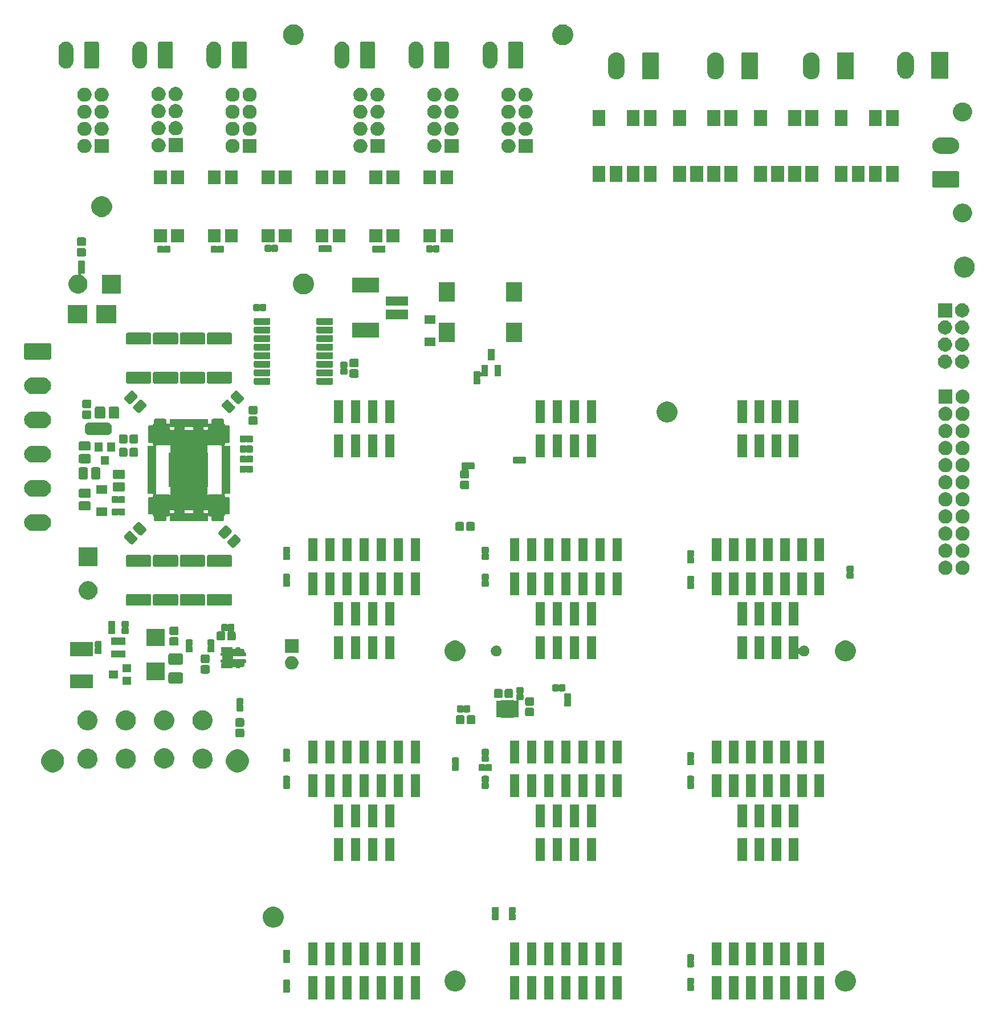
<source format=gbr>
G04 #@! TF.GenerationSoftware,KiCad,Pcbnew,5.1.5-52549c5~86~ubuntu16.04.1*
G04 #@! TF.CreationDate,2020-08-04T23:04:36-05:00*
G04 #@! TF.ProjectId,keep_breathing_ctrl,6b656570-5f62-4726-9561-7468696e675f,rev?*
G04 #@! TF.SameCoordinates,Original*
G04 #@! TF.FileFunction,Soldermask,Top*
G04 #@! TF.FilePolarity,Negative*
%FSLAX46Y46*%
G04 Gerber Fmt 4.6, Leading zero omitted, Abs format (unit mm)*
G04 Created by KiCad (PCBNEW 5.1.5-52549c5~86~ubuntu16.04.1) date 2020-08-04 23:04:36*
%MOMM*%
%LPD*%
G04 APERTURE LIST*
%ADD10C,0.100000*%
G04 APERTURE END LIST*
D10*
G36*
X78575000Y-117650000D02*
G01*
X78575000Y-118350000D01*
X78375000Y-118350000D01*
X78375000Y-118800000D01*
X76900000Y-118800000D01*
X76900000Y-118725000D01*
X76650000Y-118725000D01*
X76650000Y-118275000D01*
X76900000Y-118275000D01*
X76900000Y-117725000D01*
X76650000Y-117725000D01*
X76650000Y-117275000D01*
X76900000Y-117275000D01*
X76900000Y-117200000D01*
X78375000Y-117200000D01*
X78375000Y-117650000D01*
X78575000Y-117650000D01*
G37*
G36*
X80350000Y-118300000D02*
G01*
X80350000Y-118725000D01*
X80100000Y-118725000D01*
X80100000Y-119250000D01*
X79500000Y-119250000D01*
X79500000Y-119500000D01*
X79050000Y-119500000D01*
X79050000Y-119250000D01*
X78450000Y-119250000D01*
X78450000Y-118300000D01*
X80350000Y-118300000D01*
G37*
G36*
X79500000Y-116500000D02*
G01*
X79500000Y-116750000D01*
X80100000Y-116750000D01*
X80100000Y-117275000D01*
X80350000Y-117275000D01*
X80350000Y-117700000D01*
X78450000Y-117700000D01*
X78450000Y-116750000D01*
X79050000Y-116750000D01*
X79050000Y-116500000D01*
X79500000Y-116500000D01*
G37*
G36*
X91080000Y-168720000D02*
G01*
X89680000Y-168720000D01*
X89680000Y-165320000D01*
X91080000Y-165320000D01*
X91080000Y-168720000D01*
G37*
G36*
X131240000Y-168720000D02*
G01*
X129840000Y-168720000D01*
X129840000Y-165320000D01*
X131240000Y-165320000D01*
X131240000Y-168720000D01*
G37*
G36*
X166320000Y-168720000D02*
G01*
X164920000Y-168720000D01*
X164920000Y-165320000D01*
X166320000Y-165320000D01*
X166320000Y-168720000D01*
G37*
G36*
X161240000Y-168720000D02*
G01*
X159840000Y-168720000D01*
X159840000Y-165320000D01*
X161240000Y-165320000D01*
X161240000Y-168720000D01*
G37*
G36*
X158700000Y-168720000D02*
G01*
X157300000Y-168720000D01*
X157300000Y-165320000D01*
X158700000Y-165320000D01*
X158700000Y-168720000D01*
G37*
G36*
X156160000Y-168720000D02*
G01*
X154760000Y-168720000D01*
X154760000Y-165320000D01*
X156160000Y-165320000D01*
X156160000Y-168720000D01*
G37*
G36*
X153620000Y-168720000D02*
G01*
X152220000Y-168720000D01*
X152220000Y-165320000D01*
X153620000Y-165320000D01*
X153620000Y-168720000D01*
G37*
G36*
X151080000Y-168720000D02*
G01*
X149680000Y-168720000D01*
X149680000Y-165320000D01*
X151080000Y-165320000D01*
X151080000Y-168720000D01*
G37*
G36*
X136320000Y-168720000D02*
G01*
X134920000Y-168720000D01*
X134920000Y-165320000D01*
X136320000Y-165320000D01*
X136320000Y-168720000D01*
G37*
G36*
X133780000Y-168720000D02*
G01*
X132380000Y-168720000D01*
X132380000Y-165320000D01*
X133780000Y-165320000D01*
X133780000Y-168720000D01*
G37*
G36*
X163780000Y-168720000D02*
G01*
X162380000Y-168720000D01*
X162380000Y-165320000D01*
X163780000Y-165320000D01*
X163780000Y-168720000D01*
G37*
G36*
X126160000Y-168720000D02*
G01*
X124760000Y-168720000D01*
X124760000Y-165320000D01*
X126160000Y-165320000D01*
X126160000Y-168720000D01*
G37*
G36*
X123620000Y-168720000D02*
G01*
X122220000Y-168720000D01*
X122220000Y-165320000D01*
X123620000Y-165320000D01*
X123620000Y-168720000D01*
G37*
G36*
X121080000Y-168720000D02*
G01*
X119680000Y-168720000D01*
X119680000Y-165320000D01*
X121080000Y-165320000D01*
X121080000Y-168720000D01*
G37*
G36*
X106320000Y-168720000D02*
G01*
X104920000Y-168720000D01*
X104920000Y-165320000D01*
X106320000Y-165320000D01*
X106320000Y-168720000D01*
G37*
G36*
X103780000Y-168720000D02*
G01*
X102380000Y-168720000D01*
X102380000Y-165320000D01*
X103780000Y-165320000D01*
X103780000Y-168720000D01*
G37*
G36*
X101240000Y-168720000D02*
G01*
X99840000Y-168720000D01*
X99840000Y-165320000D01*
X101240000Y-165320000D01*
X101240000Y-168720000D01*
G37*
G36*
X98700000Y-168720000D02*
G01*
X97300000Y-168720000D01*
X97300000Y-165320000D01*
X98700000Y-165320000D01*
X98700000Y-168720000D01*
G37*
G36*
X96160000Y-168720000D02*
G01*
X94760000Y-168720000D01*
X94760000Y-165320000D01*
X96160000Y-165320000D01*
X96160000Y-168720000D01*
G37*
G36*
X93620000Y-168720000D02*
G01*
X92220000Y-168720000D01*
X92220000Y-165320000D01*
X93620000Y-165320000D01*
X93620000Y-168720000D01*
G37*
G36*
X128700000Y-168720000D02*
G01*
X127300000Y-168720000D01*
X127300000Y-165320000D01*
X128700000Y-165320000D01*
X128700000Y-168720000D01*
G37*
G36*
X86835937Y-165799270D02*
G01*
X86872897Y-165810482D01*
X86906955Y-165828686D01*
X86936812Y-165853188D01*
X86961314Y-165883045D01*
X86979518Y-165917103D01*
X86990730Y-165954063D01*
X86995000Y-165997417D01*
X86995000Y-166582583D01*
X86990730Y-166625937D01*
X86979518Y-166662897D01*
X86961314Y-166696955D01*
X86949326Y-166711563D01*
X86938436Y-166727863D01*
X86930934Y-166745974D01*
X86927110Y-166765201D01*
X86927111Y-166784804D01*
X86930936Y-166804030D01*
X86938438Y-166822141D01*
X86949326Y-166838437D01*
X86961314Y-166853045D01*
X86979518Y-166887103D01*
X86990730Y-166924063D01*
X86995000Y-166967417D01*
X86995000Y-167552583D01*
X86990730Y-167595937D01*
X86979518Y-167632897D01*
X86961314Y-167666955D01*
X86936812Y-167696812D01*
X86906955Y-167721314D01*
X86872897Y-167739518D01*
X86835937Y-167750730D01*
X86792583Y-167755000D01*
X86157417Y-167755000D01*
X86114063Y-167750730D01*
X86077103Y-167739518D01*
X86043045Y-167721314D01*
X86013188Y-167696812D01*
X85988686Y-167666955D01*
X85970482Y-167632897D01*
X85959270Y-167595937D01*
X85955000Y-167552583D01*
X85955000Y-166967417D01*
X85959270Y-166924063D01*
X85970482Y-166887103D01*
X85988686Y-166853045D01*
X86000674Y-166838437D01*
X86011564Y-166822137D01*
X86019066Y-166804026D01*
X86022890Y-166784799D01*
X86022889Y-166765196D01*
X86019064Y-166745970D01*
X86011562Y-166727859D01*
X86000674Y-166711563D01*
X85988686Y-166696955D01*
X85970482Y-166662897D01*
X85959270Y-166625937D01*
X85955000Y-166582583D01*
X85955000Y-165997417D01*
X85959270Y-165954063D01*
X85970482Y-165917103D01*
X85988686Y-165883045D01*
X86013188Y-165853188D01*
X86043045Y-165828686D01*
X86077103Y-165810482D01*
X86114063Y-165799270D01*
X86157417Y-165795000D01*
X86792583Y-165795000D01*
X86835937Y-165799270D01*
G37*
G36*
X169952118Y-164509565D02*
G01*
X169952120Y-164509566D01*
X169952121Y-164509566D01*
X170234202Y-164626409D01*
X170361134Y-164711222D01*
X170488068Y-164796036D01*
X170703964Y-165011932D01*
X170873592Y-165265800D01*
X170990435Y-165547882D01*
X171050000Y-165847338D01*
X171050000Y-166152662D01*
X170993341Y-166437509D01*
X170990434Y-166452121D01*
X170958577Y-166529030D01*
X170876219Y-166727859D01*
X170873591Y-166734202D01*
X170825142Y-166806711D01*
X170703964Y-166988068D01*
X170488068Y-167203964D01*
X170377889Y-167277583D01*
X170234202Y-167373591D01*
X169952121Y-167490434D01*
X169952120Y-167490434D01*
X169952118Y-167490435D01*
X169652662Y-167550000D01*
X169347338Y-167550000D01*
X169047882Y-167490435D01*
X169047880Y-167490434D01*
X169047879Y-167490434D01*
X168765798Y-167373591D01*
X168622111Y-167277583D01*
X168511932Y-167203964D01*
X168296036Y-166988068D01*
X168174858Y-166806711D01*
X168126409Y-166734202D01*
X168123782Y-166727859D01*
X168041423Y-166529030D01*
X168009566Y-166452121D01*
X168006660Y-166437509D01*
X167950000Y-166152662D01*
X167950000Y-165847338D01*
X168009565Y-165547882D01*
X168126408Y-165265800D01*
X168296036Y-165011932D01*
X168511932Y-164796036D01*
X168638866Y-164711222D01*
X168765798Y-164626409D01*
X169047879Y-164509566D01*
X169047880Y-164509566D01*
X169047882Y-164509565D01*
X169347338Y-164450000D01*
X169652662Y-164450000D01*
X169952118Y-164509565D01*
G37*
G36*
X111952118Y-164509565D02*
G01*
X111952120Y-164509566D01*
X111952121Y-164509566D01*
X112234202Y-164626409D01*
X112361134Y-164711222D01*
X112488068Y-164796036D01*
X112703964Y-165011932D01*
X112873592Y-165265800D01*
X112990435Y-165547882D01*
X113050000Y-165847338D01*
X113050000Y-166152662D01*
X112993341Y-166437509D01*
X112990434Y-166452121D01*
X112958577Y-166529030D01*
X112876219Y-166727859D01*
X112873591Y-166734202D01*
X112825142Y-166806711D01*
X112703964Y-166988068D01*
X112488068Y-167203964D01*
X112377889Y-167277583D01*
X112234202Y-167373591D01*
X111952121Y-167490434D01*
X111952120Y-167490434D01*
X111952118Y-167490435D01*
X111652662Y-167550000D01*
X111347338Y-167550000D01*
X111047882Y-167490435D01*
X111047880Y-167490434D01*
X111047879Y-167490434D01*
X110765798Y-167373591D01*
X110622111Y-167277583D01*
X110511932Y-167203964D01*
X110296036Y-166988068D01*
X110174858Y-166806711D01*
X110126409Y-166734202D01*
X110123782Y-166727859D01*
X110041423Y-166529030D01*
X110009566Y-166452121D01*
X110006660Y-166437509D01*
X109950000Y-166152662D01*
X109950000Y-165847338D01*
X110009565Y-165547882D01*
X110126408Y-165265800D01*
X110296036Y-165011932D01*
X110511932Y-164796036D01*
X110638866Y-164711222D01*
X110765798Y-164626409D01*
X111047879Y-164509566D01*
X111047880Y-164509566D01*
X111047882Y-164509565D01*
X111347338Y-164450000D01*
X111652662Y-164450000D01*
X111952118Y-164509565D01*
G37*
G36*
X146860937Y-165524270D02*
G01*
X146897897Y-165535482D01*
X146931955Y-165553686D01*
X146961812Y-165578188D01*
X146986314Y-165608045D01*
X147004518Y-165642103D01*
X147015730Y-165679063D01*
X147020000Y-165722417D01*
X147020000Y-166307583D01*
X147015730Y-166350937D01*
X147004518Y-166387897D01*
X146986314Y-166421955D01*
X146974326Y-166436563D01*
X146963436Y-166452863D01*
X146955934Y-166470974D01*
X146952110Y-166490201D01*
X146952111Y-166509804D01*
X146955936Y-166529030D01*
X146963438Y-166547141D01*
X146974326Y-166563437D01*
X146986314Y-166578045D01*
X147004518Y-166612103D01*
X147015730Y-166649063D01*
X147020000Y-166692417D01*
X147020000Y-167277583D01*
X147015730Y-167320937D01*
X147004518Y-167357897D01*
X146986314Y-167391955D01*
X146961812Y-167421812D01*
X146931955Y-167446314D01*
X146897897Y-167464518D01*
X146860937Y-167475730D01*
X146817583Y-167480000D01*
X146182417Y-167480000D01*
X146139063Y-167475730D01*
X146102103Y-167464518D01*
X146068045Y-167446314D01*
X146038188Y-167421812D01*
X146013686Y-167391955D01*
X145995482Y-167357897D01*
X145984270Y-167320937D01*
X145980000Y-167277583D01*
X145980000Y-166692417D01*
X145984270Y-166649063D01*
X145995482Y-166612103D01*
X146013686Y-166578045D01*
X146025674Y-166563437D01*
X146036564Y-166547137D01*
X146044066Y-166529026D01*
X146047890Y-166509799D01*
X146047889Y-166490196D01*
X146044064Y-166470970D01*
X146036562Y-166452859D01*
X146025674Y-166436563D01*
X146013686Y-166421955D01*
X145995482Y-166387897D01*
X145984270Y-166350937D01*
X145980000Y-166307583D01*
X145980000Y-165722417D01*
X145984270Y-165679063D01*
X145995482Y-165642103D01*
X146013686Y-165608045D01*
X146038188Y-165578188D01*
X146068045Y-165553686D01*
X146102103Y-165535482D01*
X146139063Y-165524270D01*
X146182417Y-165520000D01*
X146817583Y-165520000D01*
X146860937Y-165524270D01*
G37*
G36*
X146860937Y-162024270D02*
G01*
X146897897Y-162035482D01*
X146931955Y-162053686D01*
X146961812Y-162078188D01*
X146986314Y-162108045D01*
X147004518Y-162142103D01*
X147015730Y-162179063D01*
X147020000Y-162222417D01*
X147020000Y-162807583D01*
X147015730Y-162850937D01*
X147004518Y-162887897D01*
X146986314Y-162921955D01*
X146974326Y-162936563D01*
X146963436Y-162952863D01*
X146955934Y-162970974D01*
X146952110Y-162990201D01*
X146952111Y-163009804D01*
X146955936Y-163029030D01*
X146963438Y-163047141D01*
X146974326Y-163063437D01*
X146986314Y-163078045D01*
X147004518Y-163112103D01*
X147015730Y-163149063D01*
X147020000Y-163192417D01*
X147020000Y-163777583D01*
X147015730Y-163820937D01*
X147004518Y-163857897D01*
X146986314Y-163891955D01*
X146961812Y-163921812D01*
X146931955Y-163946314D01*
X146897897Y-163964518D01*
X146860937Y-163975730D01*
X146817583Y-163980000D01*
X146182417Y-163980000D01*
X146139063Y-163975730D01*
X146102103Y-163964518D01*
X146068045Y-163946314D01*
X146038188Y-163921812D01*
X146013686Y-163891955D01*
X145995482Y-163857897D01*
X145984270Y-163820937D01*
X145980000Y-163777583D01*
X145980000Y-163192417D01*
X145984270Y-163149063D01*
X145995482Y-163112103D01*
X146013686Y-163078045D01*
X146025674Y-163063437D01*
X146036564Y-163047137D01*
X146044066Y-163029026D01*
X146047890Y-163009799D01*
X146047889Y-162990196D01*
X146044064Y-162970970D01*
X146036562Y-162952859D01*
X146025674Y-162936563D01*
X146013686Y-162921955D01*
X145995482Y-162887897D01*
X145984270Y-162850937D01*
X145980000Y-162807583D01*
X145980000Y-162222417D01*
X145984270Y-162179063D01*
X145995482Y-162142103D01*
X146013686Y-162108045D01*
X146038188Y-162078188D01*
X146068045Y-162053686D01*
X146102103Y-162035482D01*
X146139063Y-162024270D01*
X146182417Y-162020000D01*
X146817583Y-162020000D01*
X146860937Y-162024270D01*
G37*
G36*
X163780000Y-163680000D02*
G01*
X162380000Y-163680000D01*
X162380000Y-160280000D01*
X163780000Y-160280000D01*
X163780000Y-163680000D01*
G37*
G36*
X158700000Y-163680000D02*
G01*
X157300000Y-163680000D01*
X157300000Y-160280000D01*
X158700000Y-160280000D01*
X158700000Y-163680000D01*
G37*
G36*
X103780000Y-163680000D02*
G01*
X102380000Y-163680000D01*
X102380000Y-160280000D01*
X103780000Y-160280000D01*
X103780000Y-163680000D01*
G37*
G36*
X161240000Y-163680000D02*
G01*
X159840000Y-163680000D01*
X159840000Y-160280000D01*
X161240000Y-160280000D01*
X161240000Y-163680000D01*
G37*
G36*
X101240000Y-163680000D02*
G01*
X99840000Y-163680000D01*
X99840000Y-160280000D01*
X101240000Y-160280000D01*
X101240000Y-163680000D01*
G37*
G36*
X98700000Y-163680000D02*
G01*
X97300000Y-163680000D01*
X97300000Y-160280000D01*
X98700000Y-160280000D01*
X98700000Y-163680000D01*
G37*
G36*
X166320000Y-163680000D02*
G01*
X164920000Y-163680000D01*
X164920000Y-160280000D01*
X166320000Y-160280000D01*
X166320000Y-163680000D01*
G37*
G36*
X96160000Y-163680000D02*
G01*
X94760000Y-163680000D01*
X94760000Y-160280000D01*
X96160000Y-160280000D01*
X96160000Y-163680000D01*
G37*
G36*
X91080000Y-163680000D02*
G01*
X89680000Y-163680000D01*
X89680000Y-160280000D01*
X91080000Y-160280000D01*
X91080000Y-163680000D01*
G37*
G36*
X93620000Y-163680000D02*
G01*
X92220000Y-163680000D01*
X92220000Y-160280000D01*
X93620000Y-160280000D01*
X93620000Y-163680000D01*
G37*
G36*
X131240000Y-163680000D02*
G01*
X129840000Y-163680000D01*
X129840000Y-160280000D01*
X131240000Y-160280000D01*
X131240000Y-163680000D01*
G37*
G36*
X106320000Y-163680000D02*
G01*
X104920000Y-163680000D01*
X104920000Y-160280000D01*
X106320000Y-160280000D01*
X106320000Y-163680000D01*
G37*
G36*
X123620000Y-163680000D02*
G01*
X122220000Y-163680000D01*
X122220000Y-160280000D01*
X123620000Y-160280000D01*
X123620000Y-163680000D01*
G37*
G36*
X156160000Y-163680000D02*
G01*
X154760000Y-163680000D01*
X154760000Y-160280000D01*
X156160000Y-160280000D01*
X156160000Y-163680000D01*
G37*
G36*
X128700000Y-163680000D02*
G01*
X127300000Y-163680000D01*
X127300000Y-160280000D01*
X128700000Y-160280000D01*
X128700000Y-163680000D01*
G37*
G36*
X136320000Y-163680000D02*
G01*
X134920000Y-163680000D01*
X134920000Y-160280000D01*
X136320000Y-160280000D01*
X136320000Y-163680000D01*
G37*
G36*
X126160000Y-163680000D02*
G01*
X124760000Y-163680000D01*
X124760000Y-160280000D01*
X126160000Y-160280000D01*
X126160000Y-163680000D01*
G37*
G36*
X121080000Y-163680000D02*
G01*
X119680000Y-163680000D01*
X119680000Y-160280000D01*
X121080000Y-160280000D01*
X121080000Y-163680000D01*
G37*
G36*
X153620000Y-163680000D02*
G01*
X152220000Y-163680000D01*
X152220000Y-160280000D01*
X153620000Y-160280000D01*
X153620000Y-163680000D01*
G37*
G36*
X151080000Y-163680000D02*
G01*
X149680000Y-163680000D01*
X149680000Y-160280000D01*
X151080000Y-160280000D01*
X151080000Y-163680000D01*
G37*
G36*
X133780000Y-163680000D02*
G01*
X132380000Y-163680000D01*
X132380000Y-160280000D01*
X133780000Y-160280000D01*
X133780000Y-163680000D01*
G37*
G36*
X86835937Y-161354270D02*
G01*
X86872897Y-161365482D01*
X86906955Y-161383686D01*
X86936812Y-161408188D01*
X86961314Y-161438045D01*
X86979518Y-161472103D01*
X86990730Y-161509063D01*
X86995000Y-161552417D01*
X86995000Y-162137583D01*
X86990730Y-162180937D01*
X86979518Y-162217897D01*
X86961314Y-162251955D01*
X86949326Y-162266563D01*
X86938436Y-162282863D01*
X86930934Y-162300974D01*
X86927110Y-162320201D01*
X86927111Y-162339804D01*
X86930936Y-162359030D01*
X86938438Y-162377141D01*
X86949326Y-162393437D01*
X86961314Y-162408045D01*
X86979518Y-162442103D01*
X86990730Y-162479063D01*
X86995000Y-162522417D01*
X86995000Y-163107583D01*
X86990730Y-163150937D01*
X86979518Y-163187897D01*
X86961314Y-163221955D01*
X86936812Y-163251812D01*
X86906955Y-163276314D01*
X86872897Y-163294518D01*
X86835937Y-163305730D01*
X86792583Y-163310000D01*
X86157417Y-163310000D01*
X86114063Y-163305730D01*
X86077103Y-163294518D01*
X86043045Y-163276314D01*
X86013188Y-163251812D01*
X85988686Y-163221955D01*
X85970482Y-163187897D01*
X85959270Y-163150937D01*
X85955000Y-163107583D01*
X85955000Y-162522417D01*
X85959270Y-162479063D01*
X85970482Y-162442103D01*
X85988686Y-162408045D01*
X86000674Y-162393437D01*
X86011564Y-162377137D01*
X86019066Y-162359026D01*
X86022890Y-162339799D01*
X86022889Y-162320196D01*
X86019064Y-162300970D01*
X86011562Y-162282859D01*
X86000674Y-162266563D01*
X85988686Y-162251955D01*
X85970482Y-162217897D01*
X85959270Y-162180937D01*
X85955000Y-162137583D01*
X85955000Y-161552417D01*
X85959270Y-161509063D01*
X85970482Y-161472103D01*
X85988686Y-161438045D01*
X86013188Y-161408188D01*
X86043045Y-161383686D01*
X86077103Y-161365482D01*
X86114063Y-161354270D01*
X86157417Y-161350000D01*
X86792583Y-161350000D01*
X86835937Y-161354270D01*
G37*
G36*
X84952118Y-155009565D02*
G01*
X84952120Y-155009566D01*
X84952121Y-155009566D01*
X85234202Y-155126409D01*
X85350647Y-155204215D01*
X85488068Y-155296036D01*
X85703964Y-155511932D01*
X85703965Y-155511934D01*
X85861365Y-155747500D01*
X85873592Y-155765800D01*
X85902644Y-155835937D01*
X85990127Y-156047137D01*
X85990435Y-156047882D01*
X86050000Y-156347338D01*
X86050000Y-156652662D01*
X85990435Y-156952118D01*
X85873592Y-157234200D01*
X85703964Y-157488068D01*
X85488068Y-157703964D01*
X85361134Y-157788778D01*
X85234202Y-157873591D01*
X84952121Y-157990434D01*
X84952120Y-157990434D01*
X84952118Y-157990435D01*
X84652662Y-158050000D01*
X84347338Y-158050000D01*
X84047882Y-157990435D01*
X84047880Y-157990434D01*
X84047879Y-157990434D01*
X83765798Y-157873591D01*
X83638866Y-157788778D01*
X83511932Y-157703964D01*
X83296036Y-157488068D01*
X83126408Y-157234200D01*
X83009565Y-156952118D01*
X82950000Y-156652662D01*
X82950000Y-156347338D01*
X83009565Y-156047882D01*
X83009874Y-156047137D01*
X83097356Y-155835937D01*
X83126408Y-155765800D01*
X83138636Y-155747500D01*
X83296035Y-155511934D01*
X83296036Y-155511932D01*
X83511932Y-155296036D01*
X83649353Y-155204215D01*
X83765798Y-155126409D01*
X84047879Y-155009566D01*
X84047880Y-155009566D01*
X84047882Y-155009565D01*
X84347338Y-154950000D01*
X84652662Y-154950000D01*
X84952118Y-155009565D01*
G37*
G36*
X120360937Y-155024270D02*
G01*
X120397897Y-155035482D01*
X120431955Y-155053686D01*
X120461812Y-155078188D01*
X120486314Y-155108045D01*
X120504518Y-155142103D01*
X120515730Y-155179063D01*
X120520000Y-155222417D01*
X120520000Y-155807583D01*
X120515730Y-155850937D01*
X120504518Y-155887897D01*
X120486314Y-155921955D01*
X120474326Y-155936563D01*
X120463436Y-155952863D01*
X120455934Y-155970974D01*
X120452110Y-155990201D01*
X120452111Y-156009804D01*
X120455936Y-156029030D01*
X120463438Y-156047141D01*
X120474326Y-156063437D01*
X120486314Y-156078045D01*
X120504518Y-156112103D01*
X120515730Y-156149063D01*
X120520000Y-156192417D01*
X120520000Y-156777583D01*
X120515730Y-156820937D01*
X120504518Y-156857897D01*
X120486314Y-156891955D01*
X120461812Y-156921812D01*
X120431955Y-156946314D01*
X120397897Y-156964518D01*
X120360937Y-156975730D01*
X120317583Y-156980000D01*
X119682417Y-156980000D01*
X119639063Y-156975730D01*
X119602103Y-156964518D01*
X119568045Y-156946314D01*
X119538188Y-156921812D01*
X119513686Y-156891955D01*
X119495482Y-156857897D01*
X119484270Y-156820937D01*
X119480000Y-156777583D01*
X119480000Y-156192417D01*
X119484270Y-156149063D01*
X119495482Y-156112103D01*
X119513686Y-156078045D01*
X119525674Y-156063437D01*
X119536564Y-156047137D01*
X119544066Y-156029026D01*
X119547890Y-156009799D01*
X119547889Y-155990196D01*
X119544064Y-155970970D01*
X119536562Y-155952859D01*
X119525674Y-155936563D01*
X119513686Y-155921955D01*
X119495482Y-155887897D01*
X119484270Y-155850937D01*
X119480000Y-155807583D01*
X119480000Y-155222417D01*
X119484270Y-155179063D01*
X119495482Y-155142103D01*
X119513686Y-155108045D01*
X119538188Y-155078188D01*
X119568045Y-155053686D01*
X119602103Y-155035482D01*
X119639063Y-155024270D01*
X119682417Y-155020000D01*
X120317583Y-155020000D01*
X120360937Y-155024270D01*
G37*
G36*
X117860937Y-155009270D02*
G01*
X117897897Y-155020482D01*
X117931955Y-155038686D01*
X117961812Y-155063188D01*
X117986314Y-155093045D01*
X118004518Y-155127103D01*
X118015730Y-155164063D01*
X118020000Y-155207417D01*
X118020000Y-155792583D01*
X118015730Y-155835937D01*
X118004518Y-155872897D01*
X117986314Y-155906955D01*
X117974326Y-155921563D01*
X117963436Y-155937863D01*
X117955934Y-155955974D01*
X117952110Y-155975201D01*
X117952111Y-155994804D01*
X117955936Y-156014030D01*
X117963438Y-156032141D01*
X117974326Y-156048437D01*
X117986314Y-156063045D01*
X118004518Y-156097103D01*
X118015730Y-156134063D01*
X118020000Y-156177417D01*
X118020000Y-156762583D01*
X118015730Y-156805937D01*
X118004518Y-156842897D01*
X117986314Y-156876955D01*
X117961812Y-156906812D01*
X117931955Y-156931314D01*
X117897897Y-156949518D01*
X117860937Y-156960730D01*
X117817583Y-156965000D01*
X117182417Y-156965000D01*
X117139063Y-156960730D01*
X117102103Y-156949518D01*
X117068045Y-156931314D01*
X117038188Y-156906812D01*
X117013686Y-156876955D01*
X116995482Y-156842897D01*
X116984270Y-156805937D01*
X116980000Y-156762583D01*
X116980000Y-156177417D01*
X116984270Y-156134063D01*
X116995482Y-156097103D01*
X117013686Y-156063045D01*
X117025674Y-156048437D01*
X117036564Y-156032137D01*
X117044066Y-156014026D01*
X117047890Y-155994799D01*
X117047889Y-155975196D01*
X117044064Y-155955970D01*
X117036562Y-155937859D01*
X117025674Y-155921563D01*
X117013686Y-155906955D01*
X116995482Y-155872897D01*
X116984270Y-155835937D01*
X116980000Y-155792583D01*
X116980000Y-155207417D01*
X116984270Y-155164063D01*
X116995482Y-155127103D01*
X117013686Y-155093045D01*
X117038188Y-155063188D01*
X117068045Y-155038686D01*
X117102103Y-155020482D01*
X117139063Y-155009270D01*
X117182417Y-155005000D01*
X117817583Y-155005000D01*
X117860937Y-155009270D01*
G37*
G36*
X157430000Y-148220000D02*
G01*
X156030000Y-148220000D01*
X156030000Y-144820000D01*
X157430000Y-144820000D01*
X157430000Y-148220000D01*
G37*
G36*
X154890000Y-148220000D02*
G01*
X153490000Y-148220000D01*
X153490000Y-144820000D01*
X154890000Y-144820000D01*
X154890000Y-148220000D01*
G37*
G36*
X127430000Y-148220000D02*
G01*
X126030000Y-148220000D01*
X126030000Y-144820000D01*
X127430000Y-144820000D01*
X127430000Y-148220000D01*
G37*
G36*
X159970000Y-148220000D02*
G01*
X158570000Y-148220000D01*
X158570000Y-144820000D01*
X159970000Y-144820000D01*
X159970000Y-148220000D01*
G37*
G36*
X102510000Y-148220000D02*
G01*
X101110000Y-148220000D01*
X101110000Y-144820000D01*
X102510000Y-144820000D01*
X102510000Y-148220000D01*
G37*
G36*
X97430000Y-148220000D02*
G01*
X96030000Y-148220000D01*
X96030000Y-144820000D01*
X97430000Y-144820000D01*
X97430000Y-148220000D01*
G37*
G36*
X94890000Y-148220000D02*
G01*
X93490000Y-148220000D01*
X93490000Y-144820000D01*
X94890000Y-144820000D01*
X94890000Y-148220000D01*
G37*
G36*
X99970000Y-148220000D02*
G01*
X98570000Y-148220000D01*
X98570000Y-144820000D01*
X99970000Y-144820000D01*
X99970000Y-148220000D01*
G37*
G36*
X132510000Y-148220000D02*
G01*
X131110000Y-148220000D01*
X131110000Y-144820000D01*
X132510000Y-144820000D01*
X132510000Y-148220000D01*
G37*
G36*
X129970000Y-148220000D02*
G01*
X128570000Y-148220000D01*
X128570000Y-144820000D01*
X129970000Y-144820000D01*
X129970000Y-148220000D01*
G37*
G36*
X124890000Y-148220000D02*
G01*
X123490000Y-148220000D01*
X123490000Y-144820000D01*
X124890000Y-144820000D01*
X124890000Y-148220000D01*
G37*
G36*
X162510000Y-148220000D02*
G01*
X161110000Y-148220000D01*
X161110000Y-144820000D01*
X162510000Y-144820000D01*
X162510000Y-148220000D01*
G37*
G36*
X162510000Y-143180000D02*
G01*
X161110000Y-143180000D01*
X161110000Y-139780000D01*
X162510000Y-139780000D01*
X162510000Y-143180000D01*
G37*
G36*
X159970000Y-143180000D02*
G01*
X158570000Y-143180000D01*
X158570000Y-139780000D01*
X159970000Y-139780000D01*
X159970000Y-143180000D01*
G37*
G36*
X157430000Y-143180000D02*
G01*
X156030000Y-143180000D01*
X156030000Y-139780000D01*
X157430000Y-139780000D01*
X157430000Y-143180000D01*
G37*
G36*
X154890000Y-143180000D02*
G01*
X153490000Y-143180000D01*
X153490000Y-139780000D01*
X154890000Y-139780000D01*
X154890000Y-143180000D01*
G37*
G36*
X132510000Y-143180000D02*
G01*
X131110000Y-143180000D01*
X131110000Y-139780000D01*
X132510000Y-139780000D01*
X132510000Y-143180000D01*
G37*
G36*
X129970000Y-143180000D02*
G01*
X128570000Y-143180000D01*
X128570000Y-139780000D01*
X129970000Y-139780000D01*
X129970000Y-143180000D01*
G37*
G36*
X124890000Y-143180000D02*
G01*
X123490000Y-143180000D01*
X123490000Y-139780000D01*
X124890000Y-139780000D01*
X124890000Y-143180000D01*
G37*
G36*
X102510000Y-143180000D02*
G01*
X101110000Y-143180000D01*
X101110000Y-139780000D01*
X102510000Y-139780000D01*
X102510000Y-143180000D01*
G37*
G36*
X99970000Y-143180000D02*
G01*
X98570000Y-143180000D01*
X98570000Y-139780000D01*
X99970000Y-139780000D01*
X99970000Y-143180000D01*
G37*
G36*
X97430000Y-143180000D02*
G01*
X96030000Y-143180000D01*
X96030000Y-139780000D01*
X97430000Y-139780000D01*
X97430000Y-143180000D01*
G37*
G36*
X94890000Y-143180000D02*
G01*
X93490000Y-143180000D01*
X93490000Y-139780000D01*
X94890000Y-139780000D01*
X94890000Y-143180000D01*
G37*
G36*
X127430000Y-143180000D02*
G01*
X126030000Y-143180000D01*
X126030000Y-139780000D01*
X127430000Y-139780000D01*
X127430000Y-143180000D01*
G37*
G36*
X121080000Y-138720000D02*
G01*
X119680000Y-138720000D01*
X119680000Y-135320000D01*
X121080000Y-135320000D01*
X121080000Y-138720000D01*
G37*
G36*
X93620000Y-138720000D02*
G01*
X92220000Y-138720000D01*
X92220000Y-135320000D01*
X93620000Y-135320000D01*
X93620000Y-138720000D01*
G37*
G36*
X96160000Y-138720000D02*
G01*
X94760000Y-138720000D01*
X94760000Y-135320000D01*
X96160000Y-135320000D01*
X96160000Y-138720000D01*
G37*
G36*
X98700000Y-138720000D02*
G01*
X97300000Y-138720000D01*
X97300000Y-135320000D01*
X98700000Y-135320000D01*
X98700000Y-138720000D01*
G37*
G36*
X101240000Y-138720000D02*
G01*
X99840000Y-138720000D01*
X99840000Y-135320000D01*
X101240000Y-135320000D01*
X101240000Y-138720000D01*
G37*
G36*
X103780000Y-138720000D02*
G01*
X102380000Y-138720000D01*
X102380000Y-135320000D01*
X103780000Y-135320000D01*
X103780000Y-138720000D01*
G37*
G36*
X106320000Y-138720000D02*
G01*
X104920000Y-138720000D01*
X104920000Y-135320000D01*
X106320000Y-135320000D01*
X106320000Y-138720000D01*
G37*
G36*
X123620000Y-138720000D02*
G01*
X122220000Y-138720000D01*
X122220000Y-135320000D01*
X123620000Y-135320000D01*
X123620000Y-138720000D01*
G37*
G36*
X126160000Y-138720000D02*
G01*
X124760000Y-138720000D01*
X124760000Y-135320000D01*
X126160000Y-135320000D01*
X126160000Y-138720000D01*
G37*
G36*
X128700000Y-138720000D02*
G01*
X127300000Y-138720000D01*
X127300000Y-135320000D01*
X128700000Y-135320000D01*
X128700000Y-138720000D01*
G37*
G36*
X133780000Y-138720000D02*
G01*
X132380000Y-138720000D01*
X132380000Y-135320000D01*
X133780000Y-135320000D01*
X133780000Y-138720000D01*
G37*
G36*
X136320000Y-138720000D02*
G01*
X134920000Y-138720000D01*
X134920000Y-135320000D01*
X136320000Y-135320000D01*
X136320000Y-138720000D01*
G37*
G36*
X151080000Y-138720000D02*
G01*
X149680000Y-138720000D01*
X149680000Y-135320000D01*
X151080000Y-135320000D01*
X151080000Y-138720000D01*
G37*
G36*
X166320000Y-138720000D02*
G01*
X164920000Y-138720000D01*
X164920000Y-135320000D01*
X166320000Y-135320000D01*
X166320000Y-138720000D01*
G37*
G36*
X153620000Y-138720000D02*
G01*
X152220000Y-138720000D01*
X152220000Y-135320000D01*
X153620000Y-135320000D01*
X153620000Y-138720000D01*
G37*
G36*
X156160000Y-138720000D02*
G01*
X154760000Y-138720000D01*
X154760000Y-135320000D01*
X156160000Y-135320000D01*
X156160000Y-138720000D01*
G37*
G36*
X158700000Y-138720000D02*
G01*
X157300000Y-138720000D01*
X157300000Y-135320000D01*
X158700000Y-135320000D01*
X158700000Y-138720000D01*
G37*
G36*
X161240000Y-138720000D02*
G01*
X159840000Y-138720000D01*
X159840000Y-135320000D01*
X161240000Y-135320000D01*
X161240000Y-138720000D01*
G37*
G36*
X163780000Y-138720000D02*
G01*
X162380000Y-138720000D01*
X162380000Y-135320000D01*
X163780000Y-135320000D01*
X163780000Y-138720000D01*
G37*
G36*
X91080000Y-138720000D02*
G01*
X89680000Y-138720000D01*
X89680000Y-135320000D01*
X91080000Y-135320000D01*
X91080000Y-138720000D01*
G37*
G36*
X131240000Y-138720000D02*
G01*
X129840000Y-138720000D01*
X129840000Y-135320000D01*
X131240000Y-135320000D01*
X131240000Y-138720000D01*
G37*
G36*
X146860937Y-135524270D02*
G01*
X146897897Y-135535482D01*
X146931955Y-135553686D01*
X146961812Y-135578188D01*
X146986314Y-135608045D01*
X147004518Y-135642103D01*
X147015730Y-135679063D01*
X147020000Y-135722417D01*
X147020000Y-136307583D01*
X147015730Y-136350937D01*
X147004518Y-136387897D01*
X146986314Y-136421955D01*
X146974326Y-136436563D01*
X146963436Y-136452863D01*
X146955934Y-136470974D01*
X146952110Y-136490201D01*
X146952111Y-136509804D01*
X146955936Y-136529030D01*
X146963438Y-136547141D01*
X146974326Y-136563437D01*
X146986314Y-136578045D01*
X147004518Y-136612103D01*
X147015730Y-136649063D01*
X147020000Y-136692417D01*
X147020000Y-137277583D01*
X147015730Y-137320937D01*
X147004518Y-137357897D01*
X146986314Y-137391955D01*
X146961812Y-137421812D01*
X146931955Y-137446314D01*
X146897897Y-137464518D01*
X146860937Y-137475730D01*
X146817583Y-137480000D01*
X146182417Y-137480000D01*
X146139063Y-137475730D01*
X146102103Y-137464518D01*
X146068045Y-137446314D01*
X146038188Y-137421812D01*
X146013686Y-137391955D01*
X145995482Y-137357897D01*
X145984270Y-137320937D01*
X145980000Y-137277583D01*
X145980000Y-136692417D01*
X145984270Y-136649063D01*
X145995482Y-136612103D01*
X146013686Y-136578045D01*
X146025674Y-136563437D01*
X146036564Y-136547137D01*
X146044066Y-136529026D01*
X146047890Y-136509799D01*
X146047889Y-136490196D01*
X146044064Y-136470970D01*
X146036562Y-136452859D01*
X146025674Y-136436563D01*
X146013686Y-136421955D01*
X145995482Y-136387897D01*
X145984270Y-136350937D01*
X145980000Y-136307583D01*
X145980000Y-135722417D01*
X145984270Y-135679063D01*
X145995482Y-135642103D01*
X146013686Y-135608045D01*
X146038188Y-135578188D01*
X146068045Y-135553686D01*
X146102103Y-135535482D01*
X146139063Y-135524270D01*
X146182417Y-135520000D01*
X146817583Y-135520000D01*
X146860937Y-135524270D01*
G37*
G36*
X116360937Y-135524270D02*
G01*
X116397897Y-135535482D01*
X116431955Y-135553686D01*
X116461812Y-135578188D01*
X116486314Y-135608045D01*
X116504518Y-135642103D01*
X116515730Y-135679063D01*
X116520000Y-135722417D01*
X116520000Y-136307583D01*
X116515730Y-136350937D01*
X116504518Y-136387897D01*
X116486314Y-136421955D01*
X116474326Y-136436563D01*
X116463436Y-136452863D01*
X116455934Y-136470974D01*
X116452110Y-136490201D01*
X116452111Y-136509804D01*
X116455936Y-136529030D01*
X116463438Y-136547141D01*
X116474326Y-136563437D01*
X116486314Y-136578045D01*
X116504518Y-136612103D01*
X116515730Y-136649063D01*
X116520000Y-136692417D01*
X116520000Y-137277583D01*
X116515730Y-137320937D01*
X116504518Y-137357897D01*
X116486314Y-137391955D01*
X116461812Y-137421812D01*
X116431955Y-137446314D01*
X116397897Y-137464518D01*
X116360937Y-137475730D01*
X116317583Y-137480000D01*
X115682417Y-137480000D01*
X115639063Y-137475730D01*
X115602103Y-137464518D01*
X115568045Y-137446314D01*
X115538188Y-137421812D01*
X115513686Y-137391955D01*
X115495482Y-137357897D01*
X115484270Y-137320937D01*
X115480000Y-137277583D01*
X115480000Y-136692417D01*
X115484270Y-136649063D01*
X115495482Y-136612103D01*
X115513686Y-136578045D01*
X115525674Y-136563437D01*
X115536564Y-136547137D01*
X115544066Y-136529026D01*
X115547890Y-136509799D01*
X115547889Y-136490196D01*
X115544064Y-136470970D01*
X115536562Y-136452859D01*
X115525674Y-136436563D01*
X115513686Y-136421955D01*
X115495482Y-136387897D01*
X115484270Y-136350937D01*
X115480000Y-136307583D01*
X115480000Y-135722417D01*
X115484270Y-135679063D01*
X115495482Y-135642103D01*
X115513686Y-135608045D01*
X115538188Y-135578188D01*
X115568045Y-135553686D01*
X115602103Y-135535482D01*
X115639063Y-135524270D01*
X115682417Y-135520000D01*
X116317583Y-135520000D01*
X116360937Y-135524270D01*
G37*
G36*
X86835937Y-135524270D02*
G01*
X86872897Y-135535482D01*
X86906955Y-135553686D01*
X86936812Y-135578188D01*
X86961314Y-135608045D01*
X86979518Y-135642103D01*
X86990730Y-135679063D01*
X86995000Y-135722417D01*
X86995000Y-136307583D01*
X86990730Y-136350937D01*
X86979518Y-136387897D01*
X86961314Y-136421955D01*
X86949326Y-136436563D01*
X86938436Y-136452863D01*
X86930934Y-136470974D01*
X86927110Y-136490201D01*
X86927111Y-136509804D01*
X86930936Y-136529030D01*
X86938438Y-136547141D01*
X86949326Y-136563437D01*
X86961314Y-136578045D01*
X86979518Y-136612103D01*
X86990730Y-136649063D01*
X86995000Y-136692417D01*
X86995000Y-137277583D01*
X86990730Y-137320937D01*
X86979518Y-137357897D01*
X86961314Y-137391955D01*
X86936812Y-137421812D01*
X86906955Y-137446314D01*
X86872897Y-137464518D01*
X86835937Y-137475730D01*
X86792583Y-137480000D01*
X86157417Y-137480000D01*
X86114063Y-137475730D01*
X86077103Y-137464518D01*
X86043045Y-137446314D01*
X86013188Y-137421812D01*
X85988686Y-137391955D01*
X85970482Y-137357897D01*
X85959270Y-137320937D01*
X85955000Y-137277583D01*
X85955000Y-136692417D01*
X85959270Y-136649063D01*
X85970482Y-136612103D01*
X85988686Y-136578045D01*
X86000674Y-136563437D01*
X86011564Y-136547137D01*
X86019066Y-136529026D01*
X86022890Y-136509799D01*
X86022889Y-136490196D01*
X86019064Y-136470970D01*
X86011562Y-136452859D01*
X86000674Y-136436563D01*
X85988686Y-136421955D01*
X85970482Y-136387897D01*
X85959270Y-136350937D01*
X85955000Y-136307583D01*
X85955000Y-135722417D01*
X85959270Y-135679063D01*
X85970482Y-135642103D01*
X85988686Y-135608045D01*
X86013188Y-135578188D01*
X86043045Y-135553686D01*
X86077103Y-135535482D01*
X86114063Y-135524270D01*
X86157417Y-135520000D01*
X86792583Y-135520000D01*
X86835937Y-135524270D01*
G37*
G36*
X79665872Y-131690330D02*
G01*
X79975252Y-131818479D01*
X80253687Y-132004523D01*
X80490477Y-132241313D01*
X80676521Y-132519748D01*
X80804670Y-132829128D01*
X80870000Y-133157565D01*
X80870000Y-133492435D01*
X80804670Y-133820872D01*
X80676521Y-134130252D01*
X80490477Y-134408687D01*
X80253687Y-134645477D01*
X79975252Y-134831521D01*
X79665872Y-134959670D01*
X79337435Y-135025000D01*
X79002565Y-135025000D01*
X78674128Y-134959670D01*
X78364748Y-134831521D01*
X78086313Y-134645477D01*
X77849523Y-134408687D01*
X77663479Y-134130252D01*
X77535330Y-133820872D01*
X77470000Y-133492435D01*
X77470000Y-133157565D01*
X77535330Y-132829128D01*
X77663479Y-132519748D01*
X77849523Y-132241313D01*
X78086313Y-132004523D01*
X78364748Y-131818479D01*
X78674128Y-131690330D01*
X79002565Y-131625000D01*
X79337435Y-131625000D01*
X79665872Y-131690330D01*
G37*
G36*
X52225872Y-131690330D02*
G01*
X52535252Y-131818479D01*
X52813687Y-132004523D01*
X53050477Y-132241313D01*
X53236521Y-132519748D01*
X53364670Y-132829128D01*
X53430000Y-133157565D01*
X53430000Y-133492435D01*
X53364670Y-133820872D01*
X53236521Y-134130252D01*
X53050477Y-134408687D01*
X52813687Y-134645477D01*
X52535252Y-134831521D01*
X52225872Y-134959670D01*
X51897435Y-135025000D01*
X51562565Y-135025000D01*
X51234128Y-134959670D01*
X50924748Y-134831521D01*
X50646313Y-134645477D01*
X50409523Y-134408687D01*
X50223479Y-134130252D01*
X50095330Y-133820872D01*
X50030000Y-133492435D01*
X50030000Y-133157565D01*
X50095330Y-132829128D01*
X50223479Y-132519748D01*
X50409523Y-132241313D01*
X50646313Y-132004523D01*
X50924748Y-131818479D01*
X51234128Y-131690330D01*
X51562565Y-131625000D01*
X51897435Y-131625000D01*
X52225872Y-131690330D01*
G37*
G36*
X115860937Y-133804270D02*
G01*
X115897897Y-133815482D01*
X115931955Y-133833686D01*
X115946563Y-133845674D01*
X115962863Y-133856564D01*
X115980974Y-133864066D01*
X116000201Y-133867890D01*
X116019804Y-133867889D01*
X116039030Y-133864064D01*
X116057141Y-133856562D01*
X116073437Y-133845674D01*
X116088045Y-133833686D01*
X116122103Y-133815482D01*
X116159063Y-133804270D01*
X116202417Y-133800000D01*
X116787583Y-133800000D01*
X116830937Y-133804270D01*
X116867897Y-133815482D01*
X116901955Y-133833686D01*
X116931812Y-133858188D01*
X116956314Y-133888045D01*
X116974518Y-133922103D01*
X116985730Y-133959063D01*
X116990000Y-134002417D01*
X116990000Y-134637583D01*
X116985730Y-134680937D01*
X116974518Y-134717897D01*
X116956314Y-134751955D01*
X116931812Y-134781812D01*
X116901955Y-134806314D01*
X116867897Y-134824518D01*
X116830937Y-134835730D01*
X116787583Y-134840000D01*
X116202417Y-134840000D01*
X116159063Y-134835730D01*
X116122103Y-134824518D01*
X116088045Y-134806314D01*
X116073437Y-134794326D01*
X116057137Y-134783436D01*
X116039026Y-134775934D01*
X116019799Y-134772110D01*
X116000196Y-134772111D01*
X115980970Y-134775936D01*
X115962859Y-134783438D01*
X115946563Y-134794326D01*
X115931955Y-134806314D01*
X115897897Y-134824518D01*
X115860937Y-134835730D01*
X115817583Y-134840000D01*
X115232417Y-134840000D01*
X115189063Y-134835730D01*
X115152103Y-134824518D01*
X115118045Y-134806314D01*
X115088188Y-134781812D01*
X115063686Y-134751955D01*
X115045482Y-134717897D01*
X115034270Y-134680937D01*
X115030000Y-134637583D01*
X115030000Y-134002417D01*
X115034270Y-133959063D01*
X115045482Y-133922103D01*
X115063686Y-133888045D01*
X115088188Y-133858188D01*
X115118045Y-133833686D01*
X115152103Y-133815482D01*
X115189063Y-133804270D01*
X115232417Y-133800000D01*
X115817583Y-133800000D01*
X115860937Y-133804270D01*
G37*
G36*
X111930937Y-132809270D02*
G01*
X111967897Y-132820482D01*
X112001955Y-132838686D01*
X112031812Y-132863188D01*
X112056314Y-132893045D01*
X112074518Y-132927103D01*
X112085730Y-132964063D01*
X112090000Y-133007417D01*
X112090000Y-133592583D01*
X112085730Y-133635937D01*
X112074518Y-133672897D01*
X112056314Y-133706955D01*
X112044326Y-133721563D01*
X112033436Y-133737863D01*
X112025934Y-133755974D01*
X112022110Y-133775201D01*
X112022111Y-133794804D01*
X112025936Y-133814030D01*
X112033438Y-133832141D01*
X112044326Y-133848437D01*
X112056314Y-133863045D01*
X112074518Y-133897103D01*
X112085730Y-133934063D01*
X112090000Y-133977417D01*
X112090000Y-134562583D01*
X112085730Y-134605937D01*
X112074518Y-134642897D01*
X112056314Y-134676955D01*
X112031812Y-134706812D01*
X112001955Y-134731314D01*
X111967897Y-134749518D01*
X111930937Y-134760730D01*
X111887583Y-134765000D01*
X111252417Y-134765000D01*
X111209063Y-134760730D01*
X111172103Y-134749518D01*
X111138045Y-134731314D01*
X111108188Y-134706812D01*
X111083686Y-134676955D01*
X111065482Y-134642897D01*
X111054270Y-134605937D01*
X111050000Y-134562583D01*
X111050000Y-133977417D01*
X111054270Y-133934063D01*
X111065482Y-133897103D01*
X111083686Y-133863045D01*
X111095674Y-133848437D01*
X111106564Y-133832137D01*
X111114066Y-133814026D01*
X111117890Y-133794799D01*
X111117889Y-133775196D01*
X111114064Y-133755970D01*
X111106562Y-133737859D01*
X111095674Y-133721563D01*
X111083686Y-133706955D01*
X111065482Y-133672897D01*
X111054270Y-133635937D01*
X111050000Y-133592583D01*
X111050000Y-133007417D01*
X111054270Y-132964063D01*
X111065482Y-132927103D01*
X111083686Y-132893045D01*
X111108188Y-132863188D01*
X111138045Y-132838686D01*
X111172103Y-132820482D01*
X111209063Y-132809270D01*
X111252417Y-132805000D01*
X111887583Y-132805000D01*
X111930937Y-132809270D01*
G37*
G36*
X57337534Y-131557644D02*
G01*
X57337536Y-131557645D01*
X57337537Y-131557645D01*
X57347353Y-131561711D01*
X57610517Y-131670717D01*
X57639870Y-131690330D01*
X57856193Y-131834872D01*
X58065128Y-132043807D01*
X58182331Y-132219215D01*
X58229283Y-132289483D01*
X58290205Y-132436563D01*
X58328507Y-132529030D01*
X58342356Y-132562466D01*
X58400000Y-132852263D01*
X58400000Y-133147737D01*
X58352302Y-133387534D01*
X58342355Y-133437537D01*
X58338719Y-133446314D01*
X58229283Y-133710517D01*
X58198912Y-133755970D01*
X58065128Y-133956193D01*
X57856193Y-134165128D01*
X57685347Y-134279283D01*
X57610517Y-134329283D01*
X57458247Y-134392355D01*
X57337537Y-134442355D01*
X57337536Y-134442355D01*
X57337534Y-134442356D01*
X57047737Y-134500000D01*
X56752263Y-134500000D01*
X56462466Y-134442356D01*
X56462464Y-134442355D01*
X56462463Y-134442355D01*
X56341753Y-134392355D01*
X56189483Y-134329283D01*
X56114653Y-134279283D01*
X55943807Y-134165128D01*
X55734872Y-133956193D01*
X55601088Y-133755970D01*
X55570717Y-133710517D01*
X55461281Y-133446314D01*
X55457645Y-133437537D01*
X55447699Y-133387534D01*
X55400000Y-133147737D01*
X55400000Y-132852263D01*
X55457644Y-132562466D01*
X55471494Y-132529030D01*
X55509795Y-132436563D01*
X55570717Y-132289483D01*
X55617669Y-132219215D01*
X55734872Y-132043807D01*
X55943807Y-131834872D01*
X56160130Y-131690330D01*
X56189483Y-131670717D01*
X56452647Y-131561711D01*
X56462463Y-131557645D01*
X56462464Y-131557645D01*
X56462466Y-131557644D01*
X56752263Y-131500000D01*
X57047737Y-131500000D01*
X57337534Y-131557644D01*
G37*
G36*
X74437534Y-131557644D02*
G01*
X74437536Y-131557645D01*
X74437537Y-131557645D01*
X74447353Y-131561711D01*
X74710517Y-131670717D01*
X74739870Y-131690330D01*
X74956193Y-131834872D01*
X75165128Y-132043807D01*
X75282331Y-132219215D01*
X75329283Y-132289483D01*
X75390205Y-132436563D01*
X75428507Y-132529030D01*
X75442356Y-132562466D01*
X75500000Y-132852263D01*
X75500000Y-133147737D01*
X75452302Y-133387534D01*
X75442355Y-133437537D01*
X75438719Y-133446314D01*
X75329283Y-133710517D01*
X75298912Y-133755970D01*
X75165128Y-133956193D01*
X74956193Y-134165128D01*
X74785347Y-134279283D01*
X74710517Y-134329283D01*
X74558247Y-134392355D01*
X74437537Y-134442355D01*
X74437536Y-134442355D01*
X74437534Y-134442356D01*
X74147737Y-134500000D01*
X73852263Y-134500000D01*
X73562466Y-134442356D01*
X73562464Y-134442355D01*
X73562463Y-134442355D01*
X73441753Y-134392355D01*
X73289483Y-134329283D01*
X73214653Y-134279283D01*
X73043807Y-134165128D01*
X72834872Y-133956193D01*
X72701088Y-133755970D01*
X72670717Y-133710517D01*
X72561281Y-133446314D01*
X72557645Y-133437537D01*
X72547699Y-133387534D01*
X72500000Y-133147737D01*
X72500000Y-132852263D01*
X72557644Y-132562466D01*
X72571494Y-132529030D01*
X72609795Y-132436563D01*
X72670717Y-132289483D01*
X72717669Y-132219215D01*
X72834872Y-132043807D01*
X73043807Y-131834872D01*
X73260130Y-131690330D01*
X73289483Y-131670717D01*
X73552647Y-131561711D01*
X73562463Y-131557645D01*
X73562464Y-131557645D01*
X73562466Y-131557644D01*
X73852263Y-131500000D01*
X74147737Y-131500000D01*
X74437534Y-131557644D01*
G37*
G36*
X63037534Y-131557644D02*
G01*
X63037536Y-131557645D01*
X63037537Y-131557645D01*
X63047353Y-131561711D01*
X63310517Y-131670717D01*
X63339870Y-131690330D01*
X63556193Y-131834872D01*
X63765128Y-132043807D01*
X63882331Y-132219215D01*
X63929283Y-132289483D01*
X63990205Y-132436563D01*
X64028507Y-132529030D01*
X64042356Y-132562466D01*
X64100000Y-132852263D01*
X64100000Y-133147737D01*
X64052302Y-133387534D01*
X64042355Y-133437537D01*
X64038719Y-133446314D01*
X63929283Y-133710517D01*
X63898912Y-133755970D01*
X63765128Y-133956193D01*
X63556193Y-134165128D01*
X63385347Y-134279283D01*
X63310517Y-134329283D01*
X63158247Y-134392355D01*
X63037537Y-134442355D01*
X63037536Y-134442355D01*
X63037534Y-134442356D01*
X62747737Y-134500000D01*
X62452263Y-134500000D01*
X62162466Y-134442356D01*
X62162464Y-134442355D01*
X62162463Y-134442355D01*
X62041753Y-134392355D01*
X61889483Y-134329283D01*
X61814653Y-134279283D01*
X61643807Y-134165128D01*
X61434872Y-133956193D01*
X61301088Y-133755970D01*
X61270717Y-133710517D01*
X61161281Y-133446314D01*
X61157645Y-133437537D01*
X61147699Y-133387534D01*
X61100000Y-133147737D01*
X61100000Y-132852263D01*
X61157644Y-132562466D01*
X61171494Y-132529030D01*
X61209795Y-132436563D01*
X61270717Y-132289483D01*
X61317669Y-132219215D01*
X61434872Y-132043807D01*
X61643807Y-131834872D01*
X61860130Y-131690330D01*
X61889483Y-131670717D01*
X62152647Y-131561711D01*
X62162463Y-131557645D01*
X62162464Y-131557645D01*
X62162466Y-131557644D01*
X62452263Y-131500000D01*
X62747737Y-131500000D01*
X63037534Y-131557644D01*
G37*
G36*
X68737534Y-131507644D02*
G01*
X68737536Y-131507645D01*
X68737537Y-131507645D01*
X68767364Y-131520000D01*
X69010517Y-131620717D01*
X69024404Y-131629996D01*
X69256193Y-131784872D01*
X69465128Y-131993807D01*
X69596541Y-132190481D01*
X69629283Y-132239483D01*
X69690758Y-132387897D01*
X69741254Y-132509804D01*
X69742356Y-132512466D01*
X69800000Y-132802263D01*
X69800000Y-133097737D01*
X69742356Y-133387534D01*
X69629283Y-133660517D01*
X69629282Y-133660518D01*
X69465128Y-133906193D01*
X69256193Y-134115128D01*
X69059519Y-134246541D01*
X69010517Y-134279283D01*
X68889808Y-134329282D01*
X68737537Y-134392355D01*
X68737536Y-134392355D01*
X68737534Y-134392356D01*
X68447737Y-134450000D01*
X68152263Y-134450000D01*
X67862466Y-134392356D01*
X67862464Y-134392355D01*
X67862463Y-134392355D01*
X67710192Y-134329282D01*
X67589483Y-134279283D01*
X67540481Y-134246541D01*
X67343807Y-134115128D01*
X67134872Y-133906193D01*
X66970718Y-133660518D01*
X66970717Y-133660517D01*
X66857644Y-133387534D01*
X66800000Y-133097737D01*
X66800000Y-132802263D01*
X66857644Y-132512466D01*
X66858747Y-132509804D01*
X66909242Y-132387897D01*
X66970717Y-132239483D01*
X67003459Y-132190481D01*
X67134872Y-131993807D01*
X67343807Y-131784872D01*
X67575596Y-131629996D01*
X67589483Y-131620717D01*
X67832636Y-131520000D01*
X67862463Y-131507645D01*
X67862464Y-131507645D01*
X67862466Y-131507644D01*
X68152263Y-131450000D01*
X68447737Y-131450000D01*
X68737534Y-131507644D01*
G37*
G36*
X146860937Y-132024270D02*
G01*
X146897897Y-132035482D01*
X146931955Y-132053686D01*
X146961812Y-132078188D01*
X146986314Y-132108045D01*
X147004518Y-132142103D01*
X147015730Y-132179063D01*
X147020000Y-132222417D01*
X147020000Y-132807583D01*
X147015730Y-132850937D01*
X147004518Y-132887897D01*
X146986314Y-132921955D01*
X146974326Y-132936563D01*
X146963436Y-132952863D01*
X146955934Y-132970974D01*
X146952110Y-132990201D01*
X146952111Y-133009804D01*
X146955936Y-133029030D01*
X146963438Y-133047141D01*
X146974326Y-133063437D01*
X146986314Y-133078045D01*
X147004518Y-133112103D01*
X147015730Y-133149063D01*
X147020000Y-133192417D01*
X147020000Y-133777583D01*
X147015730Y-133820937D01*
X147004518Y-133857897D01*
X146986314Y-133891955D01*
X146961812Y-133921812D01*
X146931955Y-133946314D01*
X146897897Y-133964518D01*
X146860937Y-133975730D01*
X146817583Y-133980000D01*
X146182417Y-133980000D01*
X146139063Y-133975730D01*
X146102103Y-133964518D01*
X146068045Y-133946314D01*
X146038188Y-133921812D01*
X146013686Y-133891955D01*
X145995482Y-133857897D01*
X145984270Y-133820937D01*
X145980000Y-133777583D01*
X145980000Y-133192417D01*
X145984270Y-133149063D01*
X145995482Y-133112103D01*
X146013686Y-133078045D01*
X146025674Y-133063437D01*
X146036564Y-133047137D01*
X146044066Y-133029026D01*
X146047890Y-133009799D01*
X146047889Y-132990196D01*
X146044064Y-132970970D01*
X146036562Y-132952859D01*
X146025674Y-132936563D01*
X146013686Y-132921955D01*
X145995482Y-132887897D01*
X145984270Y-132850937D01*
X145980000Y-132807583D01*
X145980000Y-132222417D01*
X145984270Y-132179063D01*
X145995482Y-132142103D01*
X146013686Y-132108045D01*
X146038188Y-132078188D01*
X146068045Y-132053686D01*
X146102103Y-132035482D01*
X146139063Y-132024270D01*
X146182417Y-132020000D01*
X146817583Y-132020000D01*
X146860937Y-132024270D01*
G37*
G36*
X106320000Y-133680000D02*
G01*
X104920000Y-133680000D01*
X104920000Y-130280000D01*
X106320000Y-130280000D01*
X106320000Y-133680000D01*
G37*
G36*
X158700000Y-133680000D02*
G01*
X157300000Y-133680000D01*
X157300000Y-130280000D01*
X158700000Y-130280000D01*
X158700000Y-133680000D01*
G37*
G36*
X156160000Y-133680000D02*
G01*
X154760000Y-133680000D01*
X154760000Y-130280000D01*
X156160000Y-130280000D01*
X156160000Y-133680000D01*
G37*
G36*
X153620000Y-133680000D02*
G01*
X152220000Y-133680000D01*
X152220000Y-130280000D01*
X153620000Y-130280000D01*
X153620000Y-133680000D01*
G37*
G36*
X151080000Y-133680000D02*
G01*
X149680000Y-133680000D01*
X149680000Y-130280000D01*
X151080000Y-130280000D01*
X151080000Y-133680000D01*
G37*
G36*
X136320000Y-133680000D02*
G01*
X134920000Y-133680000D01*
X134920000Y-130280000D01*
X136320000Y-130280000D01*
X136320000Y-133680000D01*
G37*
G36*
X133780000Y-133680000D02*
G01*
X132380000Y-133680000D01*
X132380000Y-130280000D01*
X133780000Y-130280000D01*
X133780000Y-133680000D01*
G37*
G36*
X131240000Y-133680000D02*
G01*
X129840000Y-133680000D01*
X129840000Y-130280000D01*
X131240000Y-130280000D01*
X131240000Y-133680000D01*
G37*
G36*
X161240000Y-133680000D02*
G01*
X159840000Y-133680000D01*
X159840000Y-130280000D01*
X161240000Y-130280000D01*
X161240000Y-133680000D01*
G37*
G36*
X126160000Y-133680000D02*
G01*
X124760000Y-133680000D01*
X124760000Y-130280000D01*
X126160000Y-130280000D01*
X126160000Y-133680000D01*
G37*
G36*
X123620000Y-133680000D02*
G01*
X122220000Y-133680000D01*
X122220000Y-130280000D01*
X123620000Y-130280000D01*
X123620000Y-133680000D01*
G37*
G36*
X166320000Y-133680000D02*
G01*
X164920000Y-133680000D01*
X164920000Y-130280000D01*
X166320000Y-130280000D01*
X166320000Y-133680000D01*
G37*
G36*
X163780000Y-133680000D02*
G01*
X162380000Y-133680000D01*
X162380000Y-130280000D01*
X163780000Y-130280000D01*
X163780000Y-133680000D01*
G37*
G36*
X91080000Y-133680000D02*
G01*
X89680000Y-133680000D01*
X89680000Y-130280000D01*
X91080000Y-130280000D01*
X91080000Y-133680000D01*
G37*
G36*
X93620000Y-133680000D02*
G01*
X92220000Y-133680000D01*
X92220000Y-130280000D01*
X93620000Y-130280000D01*
X93620000Y-133680000D01*
G37*
G36*
X96160000Y-133680000D02*
G01*
X94760000Y-133680000D01*
X94760000Y-130280000D01*
X96160000Y-130280000D01*
X96160000Y-133680000D01*
G37*
G36*
X98700000Y-133680000D02*
G01*
X97300000Y-133680000D01*
X97300000Y-130280000D01*
X98700000Y-130280000D01*
X98700000Y-133680000D01*
G37*
G36*
X101240000Y-133680000D02*
G01*
X99840000Y-133680000D01*
X99840000Y-130280000D01*
X101240000Y-130280000D01*
X101240000Y-133680000D01*
G37*
G36*
X103780000Y-133680000D02*
G01*
X102380000Y-133680000D01*
X102380000Y-130280000D01*
X103780000Y-130280000D01*
X103780000Y-133680000D01*
G37*
G36*
X128700000Y-133680000D02*
G01*
X127300000Y-133680000D01*
X127300000Y-130280000D01*
X128700000Y-130280000D01*
X128700000Y-133680000D01*
G37*
G36*
X121080000Y-133680000D02*
G01*
X119680000Y-133680000D01*
X119680000Y-130280000D01*
X121080000Y-130280000D01*
X121080000Y-133680000D01*
G37*
G36*
X116360937Y-131524270D02*
G01*
X116397897Y-131535482D01*
X116431955Y-131553686D01*
X116461812Y-131578188D01*
X116486314Y-131608045D01*
X116504518Y-131642103D01*
X116515730Y-131679063D01*
X116520000Y-131722417D01*
X116520000Y-132307583D01*
X116515730Y-132350937D01*
X116504518Y-132387897D01*
X116486314Y-132421955D01*
X116474326Y-132436563D01*
X116463436Y-132452863D01*
X116455934Y-132470974D01*
X116452110Y-132490201D01*
X116452111Y-132509804D01*
X116455936Y-132529030D01*
X116463438Y-132547141D01*
X116474326Y-132563437D01*
X116486314Y-132578045D01*
X116504518Y-132612103D01*
X116515730Y-132649063D01*
X116520000Y-132692417D01*
X116520000Y-133277583D01*
X116515730Y-133320937D01*
X116504518Y-133357897D01*
X116486314Y-133391955D01*
X116461812Y-133421812D01*
X116431955Y-133446314D01*
X116397897Y-133464518D01*
X116360937Y-133475730D01*
X116317583Y-133480000D01*
X115682417Y-133480000D01*
X115639063Y-133475730D01*
X115602103Y-133464518D01*
X115568045Y-133446314D01*
X115538188Y-133421812D01*
X115513686Y-133391955D01*
X115495482Y-133357897D01*
X115484270Y-133320937D01*
X115480000Y-133277583D01*
X115480000Y-132692417D01*
X115484270Y-132649063D01*
X115495482Y-132612103D01*
X115513686Y-132578045D01*
X115525674Y-132563437D01*
X115536564Y-132547137D01*
X115544066Y-132529026D01*
X115547890Y-132509799D01*
X115547889Y-132490196D01*
X115544064Y-132470970D01*
X115536562Y-132452859D01*
X115525674Y-132436563D01*
X115513686Y-132421955D01*
X115495482Y-132387897D01*
X115484270Y-132350937D01*
X115480000Y-132307583D01*
X115480000Y-131722417D01*
X115484270Y-131679063D01*
X115495482Y-131642103D01*
X115513686Y-131608045D01*
X115538188Y-131578188D01*
X115568045Y-131553686D01*
X115602103Y-131535482D01*
X115639063Y-131524270D01*
X115682417Y-131520000D01*
X116317583Y-131520000D01*
X116360937Y-131524270D01*
G37*
G36*
X86835937Y-131524270D02*
G01*
X86872897Y-131535482D01*
X86906955Y-131553686D01*
X86936812Y-131578188D01*
X86961314Y-131608045D01*
X86979518Y-131642103D01*
X86990730Y-131679063D01*
X86995000Y-131722417D01*
X86995000Y-132307583D01*
X86990730Y-132350937D01*
X86979518Y-132387897D01*
X86961314Y-132421955D01*
X86949326Y-132436563D01*
X86938436Y-132452863D01*
X86930934Y-132470974D01*
X86927110Y-132490201D01*
X86927111Y-132509804D01*
X86930936Y-132529030D01*
X86938438Y-132547141D01*
X86949326Y-132563437D01*
X86961314Y-132578045D01*
X86979518Y-132612103D01*
X86990730Y-132649063D01*
X86995000Y-132692417D01*
X86995000Y-133277583D01*
X86990730Y-133320937D01*
X86979518Y-133357897D01*
X86961314Y-133391955D01*
X86936812Y-133421812D01*
X86906955Y-133446314D01*
X86872897Y-133464518D01*
X86835937Y-133475730D01*
X86792583Y-133480000D01*
X86157417Y-133480000D01*
X86114063Y-133475730D01*
X86077103Y-133464518D01*
X86043045Y-133446314D01*
X86013188Y-133421812D01*
X85988686Y-133391955D01*
X85970482Y-133357897D01*
X85959270Y-133320937D01*
X85955000Y-133277583D01*
X85955000Y-132692417D01*
X85959270Y-132649063D01*
X85970482Y-132612103D01*
X85988686Y-132578045D01*
X86000674Y-132563437D01*
X86011564Y-132547137D01*
X86019066Y-132529026D01*
X86022890Y-132509799D01*
X86022889Y-132490196D01*
X86019064Y-132470970D01*
X86011562Y-132452859D01*
X86000674Y-132436563D01*
X85988686Y-132421955D01*
X85970482Y-132387897D01*
X85959270Y-132350937D01*
X85955000Y-132307583D01*
X85955000Y-131722417D01*
X85959270Y-131679063D01*
X85970482Y-131642103D01*
X85988686Y-131608045D01*
X86013188Y-131578188D01*
X86043045Y-131553686D01*
X86077103Y-131535482D01*
X86114063Y-131524270D01*
X86157417Y-131520000D01*
X86792583Y-131520000D01*
X86835937Y-131524270D01*
G37*
G36*
X79978589Y-128545639D02*
G01*
X80028912Y-128560904D01*
X80075289Y-128585693D01*
X80115943Y-128619057D01*
X80149307Y-128659711D01*
X80174096Y-128706088D01*
X80189361Y-128756411D01*
X80195000Y-128813667D01*
X80195000Y-129541333D01*
X80189361Y-129598589D01*
X80174096Y-129648912D01*
X80149307Y-129695289D01*
X80115943Y-129735943D01*
X80075289Y-129769307D01*
X80028912Y-129794096D01*
X79978589Y-129809361D01*
X79921333Y-129815000D01*
X79118667Y-129815000D01*
X79061411Y-129809361D01*
X79011088Y-129794096D01*
X78964711Y-129769307D01*
X78924057Y-129735943D01*
X78890693Y-129695289D01*
X78865904Y-129648912D01*
X78850639Y-129598589D01*
X78845000Y-129541333D01*
X78845000Y-128813667D01*
X78850639Y-128756411D01*
X78865904Y-128706088D01*
X78890693Y-128659711D01*
X78924057Y-128619057D01*
X78964711Y-128585693D01*
X79011088Y-128560904D01*
X79061411Y-128545639D01*
X79118667Y-128540000D01*
X79921333Y-128540000D01*
X79978589Y-128545639D01*
G37*
G36*
X57337534Y-125857644D02*
G01*
X57337536Y-125857645D01*
X57337537Y-125857645D01*
X57372084Y-125871955D01*
X57610517Y-125970717D01*
X57658679Y-126002898D01*
X57856193Y-126134872D01*
X58065128Y-126343807D01*
X58188811Y-126528912D01*
X58229283Y-126589483D01*
X58272989Y-126695000D01*
X58340346Y-126857612D01*
X58342356Y-126862466D01*
X58400000Y-127152263D01*
X58400000Y-127447737D01*
X58342356Y-127737534D01*
X58229283Y-128010517D01*
X58207425Y-128043230D01*
X58065128Y-128256193D01*
X57856193Y-128465128D01*
X57712853Y-128560904D01*
X57610517Y-128629283D01*
X57425093Y-128706088D01*
X57337537Y-128742355D01*
X57337536Y-128742355D01*
X57337534Y-128742356D01*
X57047737Y-128800000D01*
X56752263Y-128800000D01*
X56462466Y-128742356D01*
X56462464Y-128742355D01*
X56462463Y-128742355D01*
X56374907Y-128706088D01*
X56189483Y-128629283D01*
X56087147Y-128560904D01*
X55943807Y-128465128D01*
X55734872Y-128256193D01*
X55592575Y-128043230D01*
X55570717Y-128010517D01*
X55457644Y-127737534D01*
X55400000Y-127447737D01*
X55400000Y-127152263D01*
X55457644Y-126862466D01*
X55459655Y-126857612D01*
X55527011Y-126695000D01*
X55570717Y-126589483D01*
X55611189Y-126528912D01*
X55734872Y-126343807D01*
X55943807Y-126134872D01*
X56141321Y-126002898D01*
X56189483Y-125970717D01*
X56427916Y-125871955D01*
X56462463Y-125857645D01*
X56462464Y-125857645D01*
X56462466Y-125857644D01*
X56752263Y-125800000D01*
X57047737Y-125800000D01*
X57337534Y-125857644D01*
G37*
G36*
X74437534Y-125857644D02*
G01*
X74437536Y-125857645D01*
X74437537Y-125857645D01*
X74472084Y-125871955D01*
X74710517Y-125970717D01*
X74758679Y-126002898D01*
X74956193Y-126134872D01*
X75165128Y-126343807D01*
X75288811Y-126528912D01*
X75329283Y-126589483D01*
X75372989Y-126695000D01*
X75440346Y-126857612D01*
X75442356Y-126862466D01*
X75500000Y-127152263D01*
X75500000Y-127447737D01*
X75442356Y-127737534D01*
X75329283Y-128010517D01*
X75307425Y-128043230D01*
X75165128Y-128256193D01*
X74956193Y-128465128D01*
X74812853Y-128560904D01*
X74710517Y-128629283D01*
X74525093Y-128706088D01*
X74437537Y-128742355D01*
X74437536Y-128742355D01*
X74437534Y-128742356D01*
X74147737Y-128800000D01*
X73852263Y-128800000D01*
X73562466Y-128742356D01*
X73562464Y-128742355D01*
X73562463Y-128742355D01*
X73474907Y-128706088D01*
X73289483Y-128629283D01*
X73187147Y-128560904D01*
X73043807Y-128465128D01*
X72834872Y-128256193D01*
X72692575Y-128043230D01*
X72670717Y-128010517D01*
X72557644Y-127737534D01*
X72500000Y-127447737D01*
X72500000Y-127152263D01*
X72557644Y-126862466D01*
X72559655Y-126857612D01*
X72627011Y-126695000D01*
X72670717Y-126589483D01*
X72711189Y-126528912D01*
X72834872Y-126343807D01*
X73043807Y-126134872D01*
X73241321Y-126002898D01*
X73289483Y-125970717D01*
X73527916Y-125871955D01*
X73562463Y-125857645D01*
X73562464Y-125857645D01*
X73562466Y-125857644D01*
X73852263Y-125800000D01*
X74147737Y-125800000D01*
X74437534Y-125857644D01*
G37*
G36*
X68737534Y-125857644D02*
G01*
X68737536Y-125857645D01*
X68737537Y-125857645D01*
X68772084Y-125871955D01*
X69010517Y-125970717D01*
X69058679Y-126002898D01*
X69256193Y-126134872D01*
X69465128Y-126343807D01*
X69588811Y-126528912D01*
X69629283Y-126589483D01*
X69672989Y-126695000D01*
X69740346Y-126857612D01*
X69742356Y-126862466D01*
X69800000Y-127152263D01*
X69800000Y-127447737D01*
X69742356Y-127737534D01*
X69629283Y-128010517D01*
X69607425Y-128043230D01*
X69465128Y-128256193D01*
X69256193Y-128465128D01*
X69112853Y-128560904D01*
X69010517Y-128629283D01*
X68825093Y-128706088D01*
X68737537Y-128742355D01*
X68737536Y-128742355D01*
X68737534Y-128742356D01*
X68447737Y-128800000D01*
X68152263Y-128800000D01*
X67862466Y-128742356D01*
X67862464Y-128742355D01*
X67862463Y-128742355D01*
X67774907Y-128706088D01*
X67589483Y-128629283D01*
X67487147Y-128560904D01*
X67343807Y-128465128D01*
X67134872Y-128256193D01*
X66992575Y-128043230D01*
X66970717Y-128010517D01*
X66857644Y-127737534D01*
X66800000Y-127447737D01*
X66800000Y-127152263D01*
X66857644Y-126862466D01*
X66859655Y-126857612D01*
X66927011Y-126695000D01*
X66970717Y-126589483D01*
X67011189Y-126528912D01*
X67134872Y-126343807D01*
X67343807Y-126134872D01*
X67541321Y-126002898D01*
X67589483Y-125970717D01*
X67827916Y-125871955D01*
X67862463Y-125857645D01*
X67862464Y-125857645D01*
X67862466Y-125857644D01*
X68152263Y-125800000D01*
X68447737Y-125800000D01*
X68737534Y-125857644D01*
G37*
G36*
X63037534Y-125857644D02*
G01*
X63037536Y-125857645D01*
X63037537Y-125857645D01*
X63072084Y-125871955D01*
X63310517Y-125970717D01*
X63358679Y-126002898D01*
X63556193Y-126134872D01*
X63765128Y-126343807D01*
X63888811Y-126528912D01*
X63929283Y-126589483D01*
X63972989Y-126695000D01*
X64040346Y-126857612D01*
X64042356Y-126862466D01*
X64100000Y-127152263D01*
X64100000Y-127447737D01*
X64042356Y-127737534D01*
X63929283Y-128010517D01*
X63907425Y-128043230D01*
X63765128Y-128256193D01*
X63556193Y-128465128D01*
X63412853Y-128560904D01*
X63310517Y-128629283D01*
X63125093Y-128706088D01*
X63037537Y-128742355D01*
X63037536Y-128742355D01*
X63037534Y-128742356D01*
X62747737Y-128800000D01*
X62452263Y-128800000D01*
X62162466Y-128742356D01*
X62162464Y-128742355D01*
X62162463Y-128742355D01*
X62074907Y-128706088D01*
X61889483Y-128629283D01*
X61787147Y-128560904D01*
X61643807Y-128465128D01*
X61434872Y-128256193D01*
X61292575Y-128043230D01*
X61270717Y-128010517D01*
X61157644Y-127737534D01*
X61100000Y-127447737D01*
X61100000Y-127152263D01*
X61157644Y-126862466D01*
X61159655Y-126857612D01*
X61227011Y-126695000D01*
X61270717Y-126589483D01*
X61311189Y-126528912D01*
X61434872Y-126343807D01*
X61643807Y-126134872D01*
X61841321Y-126002898D01*
X61889483Y-125970717D01*
X62127916Y-125871955D01*
X62162463Y-125857645D01*
X62162464Y-125857645D01*
X62162466Y-125857644D01*
X62452263Y-125800000D01*
X62747737Y-125800000D01*
X63037534Y-125857644D01*
G37*
G36*
X79978589Y-126970639D02*
G01*
X80028912Y-126985904D01*
X80075289Y-127010693D01*
X80115943Y-127044057D01*
X80149307Y-127084711D01*
X80174096Y-127131088D01*
X80189361Y-127181411D01*
X80195000Y-127238667D01*
X80195000Y-127966333D01*
X80189361Y-128023589D01*
X80174096Y-128073912D01*
X80149307Y-128120289D01*
X80115943Y-128160943D01*
X80075289Y-128194307D01*
X80028912Y-128219096D01*
X79978589Y-128234361D01*
X79921333Y-128240000D01*
X79118667Y-128240000D01*
X79061411Y-128234361D01*
X79011088Y-128219096D01*
X78964711Y-128194307D01*
X78924057Y-128160943D01*
X78890693Y-128120289D01*
X78865904Y-128073912D01*
X78850639Y-128023589D01*
X78845000Y-127966333D01*
X78845000Y-127238667D01*
X78850639Y-127181411D01*
X78865904Y-127131088D01*
X78890693Y-127084711D01*
X78924057Y-127044057D01*
X78964711Y-127010693D01*
X79011088Y-126985904D01*
X79061411Y-126970639D01*
X79118667Y-126965000D01*
X79921333Y-126965000D01*
X79978589Y-126970639D01*
G37*
G36*
X114288589Y-126520639D02*
G01*
X114338912Y-126535904D01*
X114385289Y-126560693D01*
X114425943Y-126594057D01*
X114459307Y-126634711D01*
X114484096Y-126681088D01*
X114499361Y-126731411D01*
X114505000Y-126788667D01*
X114505000Y-127591333D01*
X114499361Y-127648589D01*
X114484096Y-127698912D01*
X114459307Y-127745289D01*
X114425943Y-127785943D01*
X114385289Y-127819307D01*
X114338912Y-127844096D01*
X114288589Y-127859361D01*
X114231333Y-127865000D01*
X113503667Y-127865000D01*
X113446411Y-127859361D01*
X113396088Y-127844096D01*
X113349711Y-127819307D01*
X113309057Y-127785943D01*
X113275693Y-127745289D01*
X113250904Y-127698912D01*
X113235639Y-127648589D01*
X113230000Y-127591333D01*
X113230000Y-126788667D01*
X113235639Y-126731411D01*
X113250904Y-126681088D01*
X113275693Y-126634711D01*
X113309057Y-126594057D01*
X113349711Y-126560693D01*
X113396088Y-126535904D01*
X113446411Y-126520639D01*
X113503667Y-126515000D01*
X114231333Y-126515000D01*
X114288589Y-126520639D01*
G37*
G36*
X112713589Y-126520639D02*
G01*
X112763912Y-126535904D01*
X112810289Y-126560693D01*
X112850943Y-126594057D01*
X112884307Y-126634711D01*
X112909096Y-126681088D01*
X112924361Y-126731411D01*
X112930000Y-126788667D01*
X112930000Y-127591333D01*
X112924361Y-127648589D01*
X112909096Y-127698912D01*
X112884307Y-127745289D01*
X112850943Y-127785943D01*
X112810289Y-127819307D01*
X112763912Y-127844096D01*
X112713589Y-127859361D01*
X112656333Y-127865000D01*
X111928667Y-127865000D01*
X111871411Y-127859361D01*
X111821088Y-127844096D01*
X111774711Y-127819307D01*
X111734057Y-127785943D01*
X111700693Y-127745289D01*
X111675904Y-127698912D01*
X111660639Y-127648589D01*
X111655000Y-127591333D01*
X111655000Y-126788667D01*
X111660639Y-126731411D01*
X111675904Y-126681088D01*
X111700693Y-126634711D01*
X111734057Y-126594057D01*
X111774711Y-126560693D01*
X111821088Y-126535904D01*
X111871411Y-126520639D01*
X111928667Y-126515000D01*
X112656333Y-126515000D01*
X112713589Y-126520639D01*
G37*
G36*
X121520937Y-122334270D02*
G01*
X121557897Y-122345482D01*
X121591955Y-122363686D01*
X121621812Y-122388188D01*
X121646314Y-122418045D01*
X121664518Y-122452103D01*
X121675730Y-122489063D01*
X121680000Y-122532417D01*
X121680000Y-123117583D01*
X121675730Y-123160937D01*
X121664518Y-123197897D01*
X121646314Y-123231955D01*
X121634326Y-123246563D01*
X121623436Y-123262863D01*
X121615934Y-123280974D01*
X121612110Y-123300201D01*
X121612111Y-123319804D01*
X121615936Y-123339030D01*
X121623438Y-123357141D01*
X121634326Y-123373437D01*
X121646314Y-123388045D01*
X121664518Y-123422103D01*
X121675730Y-123459063D01*
X121680000Y-123502417D01*
X121680000Y-124087583D01*
X121675730Y-124130937D01*
X121664518Y-124167897D01*
X121646314Y-124201955D01*
X121621812Y-124231812D01*
X121591955Y-124256314D01*
X121557897Y-124274518D01*
X121520937Y-124285730D01*
X121477583Y-124290000D01*
X121049999Y-124290000D01*
X121030490Y-124291921D01*
X121011731Y-124297612D01*
X120994443Y-124306853D01*
X120979289Y-124319289D01*
X120966853Y-124334443D01*
X120957612Y-124351731D01*
X120951921Y-124370490D01*
X120950000Y-124389999D01*
X120950000Y-126850000D01*
X120324999Y-126850000D01*
X120305490Y-126851921D01*
X120286731Y-126857612D01*
X120269443Y-126866853D01*
X120254289Y-126879289D01*
X120241853Y-126894443D01*
X120232612Y-126911731D01*
X120228587Y-126925000D01*
X118371413Y-126925000D01*
X118367388Y-126911731D01*
X118358147Y-126894443D01*
X118345711Y-126879289D01*
X118330557Y-126866853D01*
X118313269Y-126857612D01*
X118294510Y-126851921D01*
X118275001Y-126850000D01*
X117650000Y-126850000D01*
X117650000Y-124350000D01*
X118275001Y-124350000D01*
X118294510Y-124348079D01*
X118313269Y-124342388D01*
X118330557Y-124333147D01*
X118345711Y-124320711D01*
X118358147Y-124305557D01*
X118367388Y-124288269D01*
X118371413Y-124275000D01*
X120228587Y-124275000D01*
X120232612Y-124288269D01*
X120241853Y-124305557D01*
X120254289Y-124320711D01*
X120269443Y-124333147D01*
X120286731Y-124342388D01*
X120305490Y-124348079D01*
X120324999Y-124350000D01*
X120585980Y-124350000D01*
X120605489Y-124348079D01*
X120624248Y-124342388D01*
X120641536Y-124333147D01*
X120656690Y-124320711D01*
X120669126Y-124305557D01*
X120678367Y-124288269D01*
X120684058Y-124269510D01*
X120685979Y-124250001D01*
X120684058Y-124230492D01*
X120674171Y-124202862D01*
X120655482Y-124167897D01*
X120644270Y-124130937D01*
X120640000Y-124087583D01*
X120640000Y-123502417D01*
X120644270Y-123459063D01*
X120655482Y-123422103D01*
X120673686Y-123388045D01*
X120685674Y-123373437D01*
X120696564Y-123357137D01*
X120704066Y-123339026D01*
X120707890Y-123319799D01*
X120707889Y-123300196D01*
X120704064Y-123280970D01*
X120696562Y-123262859D01*
X120685674Y-123246563D01*
X120673686Y-123231955D01*
X120655482Y-123197897D01*
X120644270Y-123160937D01*
X120640000Y-123117583D01*
X120640000Y-122532417D01*
X120644270Y-122489063D01*
X120655482Y-122452103D01*
X120673686Y-122418045D01*
X120698188Y-122388188D01*
X120728045Y-122363686D01*
X120762103Y-122345482D01*
X120799063Y-122334270D01*
X120842417Y-122330000D01*
X121477583Y-122330000D01*
X121520937Y-122334270D01*
G37*
G36*
X123058589Y-125425639D02*
G01*
X123108912Y-125440904D01*
X123155289Y-125465693D01*
X123195943Y-125499057D01*
X123229307Y-125539711D01*
X123254096Y-125586088D01*
X123269361Y-125636411D01*
X123275000Y-125693667D01*
X123275000Y-126421333D01*
X123269361Y-126478589D01*
X123254096Y-126528912D01*
X123229307Y-126575289D01*
X123195943Y-126615943D01*
X123155289Y-126649307D01*
X123108912Y-126674096D01*
X123058589Y-126689361D01*
X123001333Y-126695000D01*
X122198667Y-126695000D01*
X122141411Y-126689361D01*
X122091088Y-126674096D01*
X122044711Y-126649307D01*
X122004057Y-126615943D01*
X121970693Y-126575289D01*
X121945904Y-126528912D01*
X121930639Y-126478589D01*
X121925000Y-126421333D01*
X121925000Y-125693667D01*
X121930639Y-125636411D01*
X121945904Y-125586088D01*
X121970693Y-125539711D01*
X122004057Y-125499057D01*
X122044711Y-125465693D01*
X122091088Y-125440904D01*
X122141411Y-125425639D01*
X122198667Y-125420000D01*
X123001333Y-125420000D01*
X123058589Y-125425639D01*
G37*
G36*
X112635938Y-125089271D02*
G01*
X112672898Y-125100483D01*
X112706956Y-125118687D01*
X112721564Y-125130675D01*
X112737864Y-125141565D01*
X112755975Y-125149067D01*
X112775202Y-125152891D01*
X112794805Y-125152890D01*
X112814031Y-125149065D01*
X112832142Y-125141563D01*
X112848438Y-125130675D01*
X112863046Y-125118687D01*
X112897104Y-125100483D01*
X112934064Y-125089271D01*
X112977418Y-125085001D01*
X113562584Y-125085001D01*
X113605938Y-125089271D01*
X113642898Y-125100483D01*
X113676956Y-125118687D01*
X113706813Y-125143189D01*
X113731315Y-125173046D01*
X113749519Y-125207104D01*
X113760731Y-125244064D01*
X113765001Y-125287418D01*
X113765001Y-125922584D01*
X113760731Y-125965938D01*
X113749519Y-126002898D01*
X113731315Y-126036956D01*
X113706813Y-126066813D01*
X113676956Y-126091315D01*
X113642898Y-126109519D01*
X113605938Y-126120731D01*
X113562584Y-126125001D01*
X112977418Y-126125001D01*
X112934064Y-126120731D01*
X112897104Y-126109519D01*
X112863046Y-126091315D01*
X112848438Y-126079327D01*
X112832138Y-126068437D01*
X112814027Y-126060935D01*
X112794800Y-126057111D01*
X112775197Y-126057112D01*
X112755971Y-126060937D01*
X112737860Y-126068439D01*
X112721564Y-126079327D01*
X112706956Y-126091315D01*
X112672898Y-126109519D01*
X112635938Y-126120731D01*
X112592584Y-126125001D01*
X112007418Y-126125001D01*
X111964064Y-126120731D01*
X111927104Y-126109519D01*
X111893046Y-126091315D01*
X111863189Y-126066813D01*
X111838687Y-126036956D01*
X111820483Y-126002898D01*
X111809271Y-125965938D01*
X111805001Y-125922584D01*
X111805001Y-125287418D01*
X111809271Y-125244064D01*
X111820483Y-125207104D01*
X111838687Y-125173046D01*
X111863189Y-125143189D01*
X111893046Y-125118687D01*
X111927104Y-125100483D01*
X111964064Y-125089271D01*
X112007418Y-125085001D01*
X112592584Y-125085001D01*
X112635938Y-125089271D01*
G37*
G36*
X79900937Y-124004270D02*
G01*
X79937897Y-124015482D01*
X79971955Y-124033686D01*
X80001812Y-124058188D01*
X80026314Y-124088045D01*
X80044518Y-124122103D01*
X80055730Y-124159063D01*
X80060000Y-124202417D01*
X80060000Y-124787583D01*
X80055730Y-124830937D01*
X80044518Y-124867897D01*
X80026314Y-124901955D01*
X80014326Y-124916563D01*
X80003436Y-124932863D01*
X79995934Y-124950974D01*
X79992110Y-124970201D01*
X79992111Y-124989804D01*
X79995936Y-125009030D01*
X80003438Y-125027141D01*
X80014326Y-125043437D01*
X80026314Y-125058045D01*
X80044518Y-125092103D01*
X80055730Y-125129063D01*
X80060000Y-125172417D01*
X80060000Y-125757583D01*
X80055730Y-125800937D01*
X80044518Y-125837897D01*
X80026314Y-125871955D01*
X80001812Y-125901812D01*
X79971955Y-125926314D01*
X79937897Y-125944518D01*
X79900937Y-125955730D01*
X79857583Y-125960000D01*
X79222417Y-125960000D01*
X79179063Y-125955730D01*
X79142103Y-125944518D01*
X79108045Y-125926314D01*
X79078188Y-125901812D01*
X79053686Y-125871955D01*
X79035482Y-125837897D01*
X79024270Y-125800937D01*
X79020000Y-125757583D01*
X79020000Y-125172417D01*
X79024270Y-125129063D01*
X79035482Y-125092103D01*
X79053686Y-125058045D01*
X79065674Y-125043437D01*
X79076564Y-125027137D01*
X79084066Y-125009026D01*
X79087890Y-124989799D01*
X79087889Y-124970196D01*
X79084064Y-124950970D01*
X79076562Y-124932859D01*
X79065674Y-124916563D01*
X79053686Y-124901955D01*
X79035482Y-124867897D01*
X79024270Y-124830937D01*
X79020000Y-124787583D01*
X79020000Y-124202417D01*
X79024270Y-124159063D01*
X79035482Y-124122103D01*
X79053686Y-124088045D01*
X79078188Y-124058188D01*
X79108045Y-124033686D01*
X79142103Y-124015482D01*
X79179063Y-124004270D01*
X79222417Y-124000000D01*
X79857583Y-124000000D01*
X79900937Y-124004270D01*
G37*
G36*
X128590937Y-123284270D02*
G01*
X128627897Y-123295482D01*
X128661955Y-123313686D01*
X128691812Y-123338188D01*
X128716314Y-123368045D01*
X128734518Y-123402103D01*
X128745730Y-123439063D01*
X128750000Y-123482417D01*
X128750000Y-124067583D01*
X128745730Y-124110937D01*
X128734518Y-124147897D01*
X128716314Y-124181955D01*
X128704326Y-124196563D01*
X128693436Y-124212863D01*
X128685934Y-124230974D01*
X128682110Y-124250201D01*
X128682111Y-124269804D01*
X128685936Y-124289030D01*
X128693438Y-124307141D01*
X128704326Y-124323437D01*
X128716314Y-124338045D01*
X128734518Y-124372103D01*
X128745730Y-124409063D01*
X128750000Y-124452417D01*
X128750000Y-125037583D01*
X128745730Y-125080937D01*
X128734518Y-125117897D01*
X128716314Y-125151955D01*
X128691812Y-125181812D01*
X128661955Y-125206314D01*
X128627897Y-125224518D01*
X128590937Y-125235730D01*
X128547583Y-125240000D01*
X127912417Y-125240000D01*
X127869063Y-125235730D01*
X127832103Y-125224518D01*
X127798045Y-125206314D01*
X127768188Y-125181812D01*
X127743686Y-125151955D01*
X127725482Y-125117897D01*
X127714270Y-125080937D01*
X127710000Y-125037583D01*
X127710000Y-124452417D01*
X127714270Y-124409063D01*
X127725482Y-124372103D01*
X127743686Y-124338045D01*
X127755674Y-124323437D01*
X127766564Y-124307137D01*
X127774066Y-124289026D01*
X127777890Y-124269799D01*
X127777889Y-124250196D01*
X127774064Y-124230970D01*
X127766562Y-124212859D01*
X127755674Y-124196563D01*
X127743686Y-124181955D01*
X127725482Y-124147897D01*
X127714270Y-124110937D01*
X127710000Y-124067583D01*
X127710000Y-123482417D01*
X127714270Y-123439063D01*
X127725482Y-123402103D01*
X127743686Y-123368045D01*
X127768188Y-123338188D01*
X127798045Y-123313686D01*
X127832103Y-123295482D01*
X127869063Y-123284270D01*
X127912417Y-123280000D01*
X128547583Y-123280000D01*
X128590937Y-123284270D01*
G37*
G36*
X123058589Y-123850639D02*
G01*
X123108912Y-123865904D01*
X123155289Y-123890693D01*
X123195943Y-123924057D01*
X123229307Y-123964711D01*
X123254096Y-124011088D01*
X123269361Y-124061411D01*
X123275000Y-124118667D01*
X123275000Y-124846333D01*
X123269361Y-124903589D01*
X123254096Y-124953912D01*
X123229307Y-125000289D01*
X123195943Y-125040943D01*
X123155289Y-125074307D01*
X123108912Y-125099096D01*
X123058589Y-125114361D01*
X123001333Y-125120000D01*
X122198667Y-125120000D01*
X122141411Y-125114361D01*
X122091088Y-125099096D01*
X122044711Y-125074307D01*
X122004057Y-125040943D01*
X121970693Y-125000289D01*
X121945904Y-124953912D01*
X121930639Y-124903589D01*
X121925000Y-124846333D01*
X121925000Y-124118667D01*
X121930639Y-124061411D01*
X121945904Y-124011088D01*
X121970693Y-123964711D01*
X122004057Y-123924057D01*
X122044711Y-123890693D01*
X122091088Y-123865904D01*
X122141411Y-123850639D01*
X122198667Y-123845000D01*
X123001333Y-123845000D01*
X123058589Y-123850639D01*
G37*
G36*
X118353589Y-122650639D02*
G01*
X118403912Y-122665904D01*
X118450289Y-122690693D01*
X118490943Y-122724057D01*
X118524307Y-122764711D01*
X118549096Y-122811088D01*
X118564361Y-122861411D01*
X118570000Y-122918667D01*
X118570000Y-123721333D01*
X118564361Y-123778589D01*
X118549096Y-123828912D01*
X118524307Y-123875289D01*
X118490943Y-123915943D01*
X118450289Y-123949307D01*
X118403912Y-123974096D01*
X118353589Y-123989361D01*
X118296333Y-123995000D01*
X117568667Y-123995000D01*
X117511411Y-123989361D01*
X117461088Y-123974096D01*
X117414711Y-123949307D01*
X117374057Y-123915943D01*
X117340693Y-123875289D01*
X117315904Y-123828912D01*
X117300639Y-123778589D01*
X117295000Y-123721333D01*
X117295000Y-122918667D01*
X117300639Y-122861411D01*
X117315904Y-122811088D01*
X117340693Y-122764711D01*
X117374057Y-122724057D01*
X117414711Y-122690693D01*
X117461088Y-122665904D01*
X117511411Y-122650639D01*
X117568667Y-122645000D01*
X118296333Y-122645000D01*
X118353589Y-122650639D01*
G37*
G36*
X119928589Y-122650639D02*
G01*
X119978912Y-122665904D01*
X120025289Y-122690693D01*
X120065943Y-122724057D01*
X120099307Y-122764711D01*
X120124096Y-122811088D01*
X120139361Y-122861411D01*
X120145000Y-122918667D01*
X120145000Y-123721333D01*
X120139361Y-123778589D01*
X120124096Y-123828912D01*
X120099307Y-123875289D01*
X120065943Y-123915943D01*
X120025289Y-123949307D01*
X119978912Y-123974096D01*
X119928589Y-123989361D01*
X119871333Y-123995000D01*
X119143667Y-123995000D01*
X119086411Y-123989361D01*
X119036088Y-123974096D01*
X118989711Y-123949307D01*
X118949057Y-123915943D01*
X118915693Y-123875289D01*
X118890904Y-123828912D01*
X118875639Y-123778589D01*
X118870000Y-123721333D01*
X118870000Y-122918667D01*
X118875639Y-122861411D01*
X118890904Y-122811088D01*
X118915693Y-122764711D01*
X118949057Y-122724057D01*
X118989711Y-122690693D01*
X119036088Y-122665904D01*
X119086411Y-122650639D01*
X119143667Y-122645000D01*
X119871333Y-122645000D01*
X119928589Y-122650639D01*
G37*
G36*
X126790937Y-121954270D02*
G01*
X126827897Y-121965482D01*
X126861955Y-121983686D01*
X126876563Y-121995674D01*
X126892863Y-122006564D01*
X126910974Y-122014066D01*
X126930201Y-122017890D01*
X126949804Y-122017889D01*
X126969030Y-122014064D01*
X126987141Y-122006562D01*
X127003437Y-121995674D01*
X127018045Y-121983686D01*
X127052103Y-121965482D01*
X127089063Y-121954270D01*
X127132417Y-121950000D01*
X127717583Y-121950000D01*
X127760937Y-121954270D01*
X127797897Y-121965482D01*
X127831955Y-121983686D01*
X127861812Y-122008188D01*
X127886314Y-122038045D01*
X127904518Y-122072103D01*
X127915730Y-122109063D01*
X127920000Y-122152417D01*
X127920000Y-122787583D01*
X127915730Y-122830937D01*
X127904518Y-122867897D01*
X127886314Y-122901955D01*
X127861812Y-122931812D01*
X127831955Y-122956314D01*
X127797897Y-122974518D01*
X127760937Y-122985730D01*
X127717583Y-122990000D01*
X127132417Y-122990000D01*
X127089063Y-122985730D01*
X127052103Y-122974518D01*
X127018045Y-122956314D01*
X127003437Y-122944326D01*
X126987137Y-122933436D01*
X126969026Y-122925934D01*
X126949799Y-122922110D01*
X126930196Y-122922111D01*
X126910970Y-122925936D01*
X126892859Y-122933438D01*
X126876563Y-122944326D01*
X126861955Y-122956314D01*
X126827897Y-122974518D01*
X126790937Y-122985730D01*
X126747583Y-122990000D01*
X126162417Y-122990000D01*
X126119063Y-122985730D01*
X126082103Y-122974518D01*
X126048045Y-122956314D01*
X126018188Y-122931812D01*
X125993686Y-122901955D01*
X125975482Y-122867897D01*
X125964270Y-122830937D01*
X125960000Y-122787583D01*
X125960000Y-122152417D01*
X125964270Y-122109063D01*
X125975482Y-122072103D01*
X125993686Y-122038045D01*
X126018188Y-122008188D01*
X126048045Y-121983686D01*
X126082103Y-121965482D01*
X126119063Y-121954270D01*
X126162417Y-121950000D01*
X126747583Y-121950000D01*
X126790937Y-121954270D01*
G37*
G36*
X57700000Y-122550000D02*
G01*
X54300000Y-122550000D01*
X54300000Y-120450000D01*
X57700000Y-120450000D01*
X57700000Y-122550000D01*
G37*
G36*
X63400000Y-122050000D02*
G01*
X62100000Y-122050000D01*
X62100000Y-120850000D01*
X63400000Y-120850000D01*
X63400000Y-122050000D01*
G37*
G36*
X70857583Y-120180663D02*
G01*
X70908137Y-120195998D01*
X70954735Y-120220906D01*
X70995577Y-120254423D01*
X71029094Y-120295265D01*
X71054002Y-120341863D01*
X71069337Y-120392417D01*
X71075000Y-120449917D01*
X71075000Y-121550083D01*
X71069337Y-121607583D01*
X71054002Y-121658137D01*
X71029094Y-121704735D01*
X70995577Y-121745577D01*
X70954735Y-121779094D01*
X70908137Y-121804002D01*
X70857583Y-121819337D01*
X70800083Y-121825000D01*
X69199917Y-121825000D01*
X69142417Y-121819337D01*
X69091863Y-121804002D01*
X69045265Y-121779094D01*
X69004423Y-121745577D01*
X68970906Y-121704735D01*
X68945998Y-121658137D01*
X68930663Y-121607583D01*
X68925000Y-121550083D01*
X68925000Y-120449917D01*
X68930663Y-120392417D01*
X68945998Y-120341863D01*
X68970906Y-120295265D01*
X69004423Y-120254423D01*
X69045265Y-120220906D01*
X69091863Y-120195998D01*
X69142417Y-120180663D01*
X69199917Y-120175000D01*
X70800083Y-120175000D01*
X70857583Y-120180663D01*
G37*
G36*
X68350000Y-121300000D02*
G01*
X65650000Y-121300000D01*
X65650000Y-118700000D01*
X68350000Y-118700000D01*
X68350000Y-121300000D01*
G37*
G36*
X61400000Y-121100000D02*
G01*
X60100000Y-121100000D01*
X60100000Y-119900000D01*
X61400000Y-119900000D01*
X61400000Y-121100000D01*
G37*
G36*
X74848589Y-119095639D02*
G01*
X74898912Y-119110904D01*
X74945289Y-119135693D01*
X74985943Y-119169057D01*
X75019307Y-119209711D01*
X75044096Y-119256088D01*
X75059361Y-119306411D01*
X75065000Y-119363667D01*
X75065000Y-120091333D01*
X75059361Y-120148589D01*
X75044096Y-120198912D01*
X75019307Y-120245289D01*
X74985943Y-120285943D01*
X74945289Y-120319307D01*
X74898912Y-120344096D01*
X74848589Y-120359361D01*
X74791333Y-120365000D01*
X73988667Y-120365000D01*
X73931411Y-120359361D01*
X73881088Y-120344096D01*
X73834711Y-120319307D01*
X73794057Y-120285943D01*
X73760693Y-120245289D01*
X73735904Y-120198912D01*
X73720639Y-120148589D01*
X73715000Y-120091333D01*
X73715000Y-119363667D01*
X73720639Y-119306411D01*
X73735904Y-119256088D01*
X73760693Y-119209711D01*
X73794057Y-119169057D01*
X73834711Y-119135693D01*
X73881088Y-119110904D01*
X73931411Y-119095639D01*
X73988667Y-119090000D01*
X74791333Y-119090000D01*
X74848589Y-119095639D01*
G37*
G36*
X63400000Y-120150000D02*
G01*
X62100000Y-120150000D01*
X62100000Y-118950000D01*
X63400000Y-118950000D01*
X63400000Y-120150000D01*
G37*
G36*
X87434455Y-117767099D02*
G01*
X87541689Y-117788429D01*
X87723678Y-117863811D01*
X87887463Y-117973249D01*
X88026751Y-118112537D01*
X88136189Y-118276322D01*
X88211571Y-118458311D01*
X88217961Y-118490435D01*
X88250000Y-118651507D01*
X88250000Y-118848493D01*
X88238813Y-118904735D01*
X88211571Y-119041689D01*
X88136189Y-119223678D01*
X88026751Y-119387463D01*
X87887463Y-119526751D01*
X87723678Y-119636189D01*
X87541689Y-119711571D01*
X87445090Y-119730785D01*
X87348493Y-119750000D01*
X87151507Y-119750000D01*
X87054910Y-119730785D01*
X86958311Y-119711571D01*
X86776322Y-119636189D01*
X86612537Y-119526751D01*
X86473249Y-119387463D01*
X86363811Y-119223678D01*
X86288429Y-119041689D01*
X86261187Y-118904735D01*
X86250000Y-118848493D01*
X86250000Y-118651507D01*
X86282039Y-118490435D01*
X86288429Y-118458311D01*
X86363811Y-118276322D01*
X86473249Y-118112537D01*
X86612537Y-117973249D01*
X86776322Y-117863811D01*
X86958311Y-117788429D01*
X87065545Y-117767099D01*
X87151507Y-117750000D01*
X87348493Y-117750000D01*
X87434455Y-117767099D01*
G37*
G36*
X80249997Y-118199032D02*
G01*
X80250000Y-118199032D01*
X80279259Y-118201914D01*
X80289208Y-118202894D01*
X80292738Y-118203965D01*
X80326907Y-118214330D01*
X80361652Y-118232901D01*
X80392106Y-118257894D01*
X80417099Y-118288348D01*
X80417100Y-118288350D01*
X80435669Y-118323091D01*
X80447106Y-118360792D01*
X80451452Y-118404917D01*
X80451452Y-118620083D01*
X80450968Y-118624997D01*
X80450968Y-118625000D01*
X80447106Y-118664207D01*
X80435670Y-118701907D01*
X80417099Y-118736652D01*
X80392106Y-118767106D01*
X80361652Y-118792099D01*
X80326907Y-118810670D01*
X80311501Y-118815343D01*
X80286852Y-118822821D01*
X80272420Y-118825692D01*
X80254309Y-118833194D01*
X80238010Y-118844085D01*
X80224149Y-118857947D01*
X80213258Y-118874247D01*
X80205757Y-118892358D01*
X80201452Y-118921384D01*
X80201452Y-119145083D01*
X80197106Y-119189208D01*
X80185669Y-119226909D01*
X80176384Y-119244280D01*
X80167099Y-119261652D01*
X80142106Y-119292106D01*
X80111652Y-119317099D01*
X80076907Y-119335670D01*
X80055624Y-119342126D01*
X80039208Y-119347106D01*
X80029259Y-119348086D01*
X80000000Y-119350968D01*
X79999997Y-119350968D01*
X79995083Y-119351452D01*
X79696384Y-119351452D01*
X79676875Y-119353373D01*
X79658116Y-119359064D01*
X79640828Y-119368305D01*
X79625674Y-119380741D01*
X79613238Y-119395895D01*
X79603997Y-119413183D01*
X79599239Y-119432177D01*
X79597106Y-119439207D01*
X79585670Y-119476907D01*
X79567099Y-119511652D01*
X79542106Y-119542106D01*
X79511652Y-119567099D01*
X79476907Y-119585670D01*
X79455624Y-119592126D01*
X79439208Y-119597106D01*
X79429259Y-119598086D01*
X79400000Y-119600968D01*
X79399997Y-119600968D01*
X79395083Y-119601452D01*
X79154917Y-119601452D01*
X79150003Y-119600968D01*
X79150000Y-119600968D01*
X79120741Y-119598086D01*
X79110792Y-119597106D01*
X79094376Y-119592126D01*
X79073093Y-119585670D01*
X79038348Y-119567099D01*
X79007894Y-119542106D01*
X78982901Y-119511652D01*
X78964330Y-119476907D01*
X78955861Y-119448989D01*
X78952179Y-119436852D01*
X78949308Y-119422420D01*
X78941806Y-119404309D01*
X78930915Y-119388010D01*
X78917053Y-119374149D01*
X78900753Y-119363258D01*
X78882642Y-119355757D01*
X78853616Y-119351452D01*
X78554916Y-119351452D01*
X78550001Y-119350968D01*
X78550000Y-119350968D01*
X78546614Y-119350634D01*
X78534799Y-119349471D01*
X78515196Y-119349472D01*
X78495969Y-119353296D01*
X78477858Y-119360798D01*
X78461559Y-119371690D01*
X78447698Y-119385551D01*
X78436807Y-119401851D01*
X78429305Y-119419962D01*
X78425000Y-119448989D01*
X78425000Y-119600000D01*
X76775000Y-119600000D01*
X76775000Y-118800000D01*
X78248549Y-118800000D01*
X78268058Y-118798079D01*
X78286817Y-118792388D01*
X78304105Y-118783147D01*
X78319259Y-118770711D01*
X78331695Y-118755557D01*
X78340936Y-118738269D01*
X78346627Y-118719510D01*
X78348548Y-118700001D01*
X78348548Y-118404917D01*
X78352894Y-118360792D01*
X78364331Y-118323091D01*
X78382900Y-118288350D01*
X78382901Y-118288348D01*
X78407894Y-118257894D01*
X78438348Y-118232901D01*
X78473093Y-118214330D01*
X78507262Y-118203965D01*
X78510792Y-118202894D01*
X78520741Y-118201914D01*
X78550000Y-118199032D01*
X78550003Y-118199032D01*
X78554917Y-118198548D01*
X80245083Y-118198548D01*
X80249997Y-118199032D01*
G37*
G36*
X70857583Y-117380663D02*
G01*
X70908137Y-117395998D01*
X70954735Y-117420906D01*
X70995577Y-117454423D01*
X71029094Y-117495265D01*
X71054002Y-117541863D01*
X71069337Y-117592417D01*
X71075000Y-117649917D01*
X71075000Y-118750083D01*
X71069337Y-118807583D01*
X71054002Y-118858137D01*
X71029094Y-118904735D01*
X70995577Y-118945577D01*
X70954735Y-118979094D01*
X70908137Y-119004002D01*
X70857583Y-119019337D01*
X70800083Y-119025000D01*
X69199917Y-119025000D01*
X69142417Y-119019337D01*
X69091863Y-119004002D01*
X69045265Y-118979094D01*
X69004423Y-118945577D01*
X68970906Y-118904735D01*
X68945998Y-118858137D01*
X68930663Y-118807583D01*
X68925000Y-118750083D01*
X68925000Y-117649917D01*
X68930663Y-117592417D01*
X68945998Y-117541863D01*
X68970906Y-117495265D01*
X69004423Y-117454423D01*
X69045265Y-117420906D01*
X69091863Y-117395998D01*
X69142417Y-117380663D01*
X69199917Y-117375000D01*
X70800083Y-117375000D01*
X70857583Y-117380663D01*
G37*
G36*
X74848589Y-117520639D02*
G01*
X74898912Y-117535904D01*
X74945289Y-117560693D01*
X74985943Y-117594057D01*
X75019307Y-117634711D01*
X75044096Y-117681088D01*
X75059361Y-117731411D01*
X75065000Y-117788667D01*
X75065000Y-118516333D01*
X75059361Y-118573589D01*
X75044096Y-118623912D01*
X75019307Y-118670289D01*
X74985943Y-118710943D01*
X74945289Y-118744307D01*
X74898912Y-118769096D01*
X74848589Y-118784361D01*
X74791333Y-118790000D01*
X73988667Y-118790000D01*
X73931411Y-118784361D01*
X73881088Y-118769096D01*
X73834711Y-118744307D01*
X73794057Y-118710943D01*
X73760693Y-118670289D01*
X73735904Y-118623912D01*
X73720639Y-118573589D01*
X73715000Y-118516333D01*
X73715000Y-117788667D01*
X73720639Y-117731411D01*
X73735904Y-117681088D01*
X73760693Y-117634711D01*
X73794057Y-117594057D01*
X73834711Y-117560693D01*
X73881088Y-117535904D01*
X73931411Y-117520639D01*
X73988667Y-117515000D01*
X74791333Y-117515000D01*
X74848589Y-117520639D01*
G37*
G36*
X111952118Y-115509565D02*
G01*
X111952120Y-115509566D01*
X111952121Y-115509566D01*
X112234202Y-115626409D01*
X112361134Y-115711222D01*
X112488068Y-115796036D01*
X112703964Y-116011932D01*
X112763435Y-116100937D01*
X112869583Y-116259799D01*
X112873592Y-116265800D01*
X112892932Y-116312491D01*
X112990127Y-116547137D01*
X112990435Y-116547882D01*
X113050000Y-116847338D01*
X113050000Y-117152662D01*
X112992459Y-117441944D01*
X112990434Y-117452121D01*
X112942137Y-117568719D01*
X112882933Y-117711650D01*
X112873591Y-117734202D01*
X112828656Y-117801452D01*
X112703964Y-117988068D01*
X112488068Y-118203964D01*
X112464068Y-118220000D01*
X112234202Y-118373591D01*
X111952121Y-118490434D01*
X111952120Y-118490434D01*
X111952118Y-118490435D01*
X111652662Y-118550000D01*
X111347338Y-118550000D01*
X111047882Y-118490435D01*
X111047880Y-118490434D01*
X111047879Y-118490434D01*
X110765798Y-118373591D01*
X110535932Y-118220000D01*
X110511932Y-118203964D01*
X110296036Y-117988068D01*
X110171344Y-117801452D01*
X110126409Y-117734202D01*
X110117068Y-117711650D01*
X110057863Y-117568719D01*
X110009566Y-117452121D01*
X110007542Y-117441944D01*
X109950000Y-117152662D01*
X109950000Y-116847338D01*
X110009565Y-116547882D01*
X110009874Y-116547137D01*
X110107068Y-116312491D01*
X110126408Y-116265800D01*
X110130418Y-116259799D01*
X110236565Y-116100937D01*
X110296036Y-116011932D01*
X110511932Y-115796036D01*
X110638866Y-115711222D01*
X110765798Y-115626409D01*
X111047879Y-115509566D01*
X111047880Y-115509566D01*
X111047882Y-115509565D01*
X111347338Y-115450000D01*
X111652662Y-115450000D01*
X111952118Y-115509565D01*
G37*
G36*
X169952118Y-115509565D02*
G01*
X169952120Y-115509566D01*
X169952121Y-115509566D01*
X170234202Y-115626409D01*
X170361134Y-115711222D01*
X170488068Y-115796036D01*
X170703964Y-116011932D01*
X170763435Y-116100937D01*
X170869583Y-116259799D01*
X170873592Y-116265800D01*
X170892932Y-116312491D01*
X170990127Y-116547137D01*
X170990435Y-116547882D01*
X171050000Y-116847338D01*
X171050000Y-117152662D01*
X170992459Y-117441944D01*
X170990434Y-117452121D01*
X170942137Y-117568719D01*
X170882933Y-117711650D01*
X170873591Y-117734202D01*
X170828656Y-117801452D01*
X170703964Y-117988068D01*
X170488068Y-118203964D01*
X170464068Y-118220000D01*
X170234202Y-118373591D01*
X169952121Y-118490434D01*
X169952120Y-118490434D01*
X169952118Y-118490435D01*
X169652662Y-118550000D01*
X169347338Y-118550000D01*
X169047882Y-118490435D01*
X169047880Y-118490434D01*
X169047879Y-118490434D01*
X168765798Y-118373591D01*
X168535932Y-118220000D01*
X168511932Y-118203964D01*
X168296036Y-117988068D01*
X168171344Y-117801452D01*
X168126409Y-117734202D01*
X168117068Y-117711650D01*
X168057863Y-117568719D01*
X168009566Y-117452121D01*
X168007542Y-117441944D01*
X167950000Y-117152662D01*
X167950000Y-116847338D01*
X168009565Y-116547882D01*
X168009874Y-116547137D01*
X168107068Y-116312491D01*
X168126408Y-116265800D01*
X168130418Y-116259799D01*
X168236565Y-116100937D01*
X168296036Y-116011932D01*
X168511932Y-115796036D01*
X168638866Y-115711222D01*
X168765798Y-115626409D01*
X169047879Y-115509566D01*
X169047880Y-115509566D01*
X169047882Y-115509565D01*
X169347338Y-115450000D01*
X169652662Y-115450000D01*
X169952118Y-115509565D01*
G37*
G36*
X154890000Y-118220000D02*
G01*
X153490000Y-118220000D01*
X153490000Y-114820000D01*
X154890000Y-114820000D01*
X154890000Y-118220000D01*
G37*
G36*
X99970000Y-118220000D02*
G01*
X98570000Y-118220000D01*
X98570000Y-114820000D01*
X99970000Y-114820000D01*
X99970000Y-118220000D01*
G37*
G36*
X97430000Y-118220000D02*
G01*
X96030000Y-118220000D01*
X96030000Y-114820000D01*
X97430000Y-114820000D01*
X97430000Y-118220000D01*
G37*
G36*
X102510000Y-118220000D02*
G01*
X101110000Y-118220000D01*
X101110000Y-114820000D01*
X102510000Y-114820000D01*
X102510000Y-118220000D01*
G37*
G36*
X129970000Y-118220000D02*
G01*
X128570000Y-118220000D01*
X128570000Y-114820000D01*
X129970000Y-114820000D01*
X129970000Y-118220000D01*
G37*
G36*
X162510000Y-116502500D02*
G01*
X162511921Y-116522009D01*
X162517612Y-116540768D01*
X162526853Y-116558056D01*
X162539289Y-116573210D01*
X162554443Y-116585646D01*
X162571731Y-116594887D01*
X162590490Y-116600578D01*
X162609999Y-116602499D01*
X162629508Y-116600578D01*
X162648267Y-116594887D01*
X162665555Y-116585646D01*
X162680709Y-116573210D01*
X162693145Y-116558057D01*
X162700439Y-116547141D01*
X162738599Y-116490030D01*
X162850030Y-116378599D01*
X162981058Y-116291049D01*
X163049981Y-116262500D01*
X163126646Y-116230744D01*
X163126647Y-116230744D01*
X163126649Y-116230743D01*
X163281207Y-116200000D01*
X163438793Y-116200000D01*
X163593351Y-116230743D01*
X163593353Y-116230744D01*
X163593354Y-116230744D01*
X163670019Y-116262500D01*
X163738942Y-116291049D01*
X163869970Y-116378599D01*
X163981401Y-116490030D01*
X164068951Y-116621058D01*
X164129257Y-116766649D01*
X164160000Y-116921207D01*
X164160000Y-117078793D01*
X164129348Y-117232894D01*
X164129256Y-117233354D01*
X164092978Y-117320937D01*
X164068951Y-117378942D01*
X163981401Y-117509970D01*
X163869970Y-117621401D01*
X163817198Y-117656662D01*
X163738942Y-117708951D01*
X163593354Y-117769256D01*
X163593353Y-117769256D01*
X163593351Y-117769257D01*
X163438793Y-117800000D01*
X163281207Y-117800000D01*
X163126649Y-117769257D01*
X163126647Y-117769256D01*
X163126646Y-117769256D01*
X162981058Y-117708951D01*
X162902802Y-117656662D01*
X162850030Y-117621401D01*
X162738599Y-117509970D01*
X162693144Y-117441942D01*
X162680709Y-117426790D01*
X162665555Y-117414354D01*
X162648267Y-117405113D01*
X162629508Y-117399422D01*
X162609999Y-117397501D01*
X162590490Y-117399422D01*
X162571731Y-117405113D01*
X162554442Y-117414354D01*
X162539289Y-117426790D01*
X162526853Y-117441944D01*
X162517612Y-117459232D01*
X162511921Y-117477991D01*
X162510000Y-117497500D01*
X162510000Y-118220000D01*
X161110000Y-118220000D01*
X161110000Y-114820000D01*
X162510000Y-114820000D01*
X162510000Y-116502500D01*
G37*
G36*
X132510000Y-118220000D02*
G01*
X131110000Y-118220000D01*
X131110000Y-114820000D01*
X132510000Y-114820000D01*
X132510000Y-118220000D01*
G37*
G36*
X157430000Y-118220000D02*
G01*
X156030000Y-118220000D01*
X156030000Y-114820000D01*
X157430000Y-114820000D01*
X157430000Y-118220000D01*
G37*
G36*
X159970000Y-118220000D02*
G01*
X158570000Y-118220000D01*
X158570000Y-114820000D01*
X159970000Y-114820000D01*
X159970000Y-118220000D01*
G37*
G36*
X124890000Y-118220000D02*
G01*
X123490000Y-118220000D01*
X123490000Y-114820000D01*
X124890000Y-114820000D01*
X124890000Y-118220000D01*
G37*
G36*
X94890000Y-118220000D02*
G01*
X93490000Y-118220000D01*
X93490000Y-114820000D01*
X94890000Y-114820000D01*
X94890000Y-118220000D01*
G37*
G36*
X127430000Y-118220000D02*
G01*
X126030000Y-118220000D01*
X126030000Y-114820000D01*
X127430000Y-114820000D01*
X127430000Y-118220000D01*
G37*
G36*
X62550000Y-117975000D02*
G01*
X60450000Y-117975000D01*
X60450000Y-116925000D01*
X62550000Y-116925000D01*
X62550000Y-117975000D01*
G37*
G36*
X79399997Y-116399032D02*
G01*
X79400000Y-116399032D01*
X79429259Y-116401914D01*
X79439208Y-116402894D01*
X79455624Y-116407874D01*
X79476907Y-116414330D01*
X79511652Y-116432901D01*
X79542106Y-116457894D01*
X79567099Y-116488348D01*
X79585670Y-116523093D01*
X79587471Y-116529030D01*
X79597821Y-116563148D01*
X79600692Y-116577580D01*
X79608194Y-116595691D01*
X79619085Y-116611990D01*
X79632947Y-116625851D01*
X79649247Y-116636742D01*
X79667358Y-116644243D01*
X79696384Y-116648548D01*
X79995083Y-116648548D01*
X79999997Y-116649032D01*
X80000000Y-116649032D01*
X80029259Y-116651914D01*
X80039208Y-116652894D01*
X80055624Y-116657874D01*
X80076907Y-116664330D01*
X80111652Y-116682901D01*
X80142106Y-116707894D01*
X80167099Y-116738348D01*
X80167100Y-116738350D01*
X80185669Y-116773091D01*
X80197106Y-116810792D01*
X80201452Y-116854917D01*
X80201452Y-117078616D01*
X80203373Y-117098125D01*
X80209064Y-117116884D01*
X80218305Y-117134172D01*
X80230741Y-117149326D01*
X80245895Y-117161762D01*
X80263183Y-117171003D01*
X80282177Y-117175761D01*
X80307313Y-117183386D01*
X80326907Y-117189330D01*
X80361652Y-117207901D01*
X80392106Y-117232894D01*
X80417099Y-117263348D01*
X80417100Y-117263350D01*
X80435669Y-117298091D01*
X80447106Y-117335792D01*
X80451452Y-117379917D01*
X80451452Y-117595083D01*
X80450968Y-117599997D01*
X80450968Y-117600000D01*
X80448860Y-117621400D01*
X80447106Y-117639208D01*
X80443857Y-117649917D01*
X80435670Y-117676907D01*
X80417099Y-117711652D01*
X80392106Y-117742106D01*
X80361652Y-117767099D01*
X80326907Y-117785670D01*
X80305624Y-117792126D01*
X80289208Y-117797106D01*
X80279259Y-117798086D01*
X80250000Y-117800968D01*
X80249997Y-117800968D01*
X80245083Y-117801452D01*
X78554917Y-117801452D01*
X78550003Y-117800968D01*
X78550000Y-117800968D01*
X78520741Y-117798086D01*
X78510792Y-117797106D01*
X78494376Y-117792126D01*
X78473093Y-117785670D01*
X78438348Y-117767099D01*
X78407894Y-117742106D01*
X78382901Y-117711652D01*
X78364330Y-117676907D01*
X78356143Y-117649917D01*
X78352894Y-117639208D01*
X78351140Y-117621400D01*
X78349032Y-117600000D01*
X78349032Y-117599997D01*
X78348548Y-117595083D01*
X78348548Y-117299999D01*
X78346627Y-117280490D01*
X78340936Y-117261731D01*
X78331695Y-117244443D01*
X78319259Y-117229289D01*
X78304105Y-117216853D01*
X78286817Y-117207612D01*
X78268058Y-117201921D01*
X78248549Y-117200000D01*
X76775000Y-117200000D01*
X76775000Y-116400000D01*
X78425000Y-116400000D01*
X78425000Y-116551011D01*
X78426921Y-116570520D01*
X78432612Y-116589279D01*
X78441853Y-116606567D01*
X78454289Y-116621721D01*
X78469443Y-116634157D01*
X78486731Y-116643398D01*
X78505490Y-116649089D01*
X78534799Y-116650529D01*
X78546614Y-116649366D01*
X78550000Y-116649032D01*
X78550001Y-116649032D01*
X78554916Y-116648548D01*
X78853616Y-116648548D01*
X78873125Y-116646627D01*
X78891884Y-116640936D01*
X78909172Y-116631695D01*
X78924326Y-116619259D01*
X78936762Y-116604105D01*
X78946003Y-116586817D01*
X78950761Y-116567823D01*
X78962529Y-116529030D01*
X78964330Y-116523093D01*
X78982901Y-116488348D01*
X79007894Y-116457894D01*
X79038348Y-116432901D01*
X79073093Y-116414330D01*
X79094376Y-116407874D01*
X79110792Y-116402894D01*
X79120741Y-116401914D01*
X79150000Y-116399032D01*
X79150003Y-116399032D01*
X79154917Y-116398548D01*
X79395083Y-116398548D01*
X79399997Y-116399032D01*
G37*
G36*
X117873351Y-116230743D02*
G01*
X117873353Y-116230744D01*
X117873354Y-116230744D01*
X117950019Y-116262500D01*
X118018942Y-116291049D01*
X118149970Y-116378599D01*
X118261401Y-116490030D01*
X118348951Y-116621058D01*
X118409257Y-116766649D01*
X118440000Y-116921207D01*
X118440000Y-117078793D01*
X118409348Y-117232894D01*
X118409256Y-117233354D01*
X118372978Y-117320937D01*
X118348951Y-117378942D01*
X118261401Y-117509970D01*
X118149970Y-117621401D01*
X118097198Y-117656662D01*
X118018942Y-117708951D01*
X117873354Y-117769256D01*
X117873353Y-117769256D01*
X117873351Y-117769257D01*
X117718793Y-117800000D01*
X117561207Y-117800000D01*
X117406649Y-117769257D01*
X117406647Y-117769256D01*
X117406646Y-117769256D01*
X117261058Y-117708951D01*
X117182802Y-117656662D01*
X117130030Y-117621401D01*
X117018599Y-117509970D01*
X116931049Y-117378942D01*
X116907022Y-117320937D01*
X116870744Y-117233354D01*
X116870653Y-117232894D01*
X116840000Y-117078793D01*
X116840000Y-116921207D01*
X116870743Y-116766649D01*
X116931049Y-116621058D01*
X117018599Y-116490030D01*
X117130030Y-116378599D01*
X117261058Y-116291049D01*
X117329981Y-116262500D01*
X117406646Y-116230744D01*
X117406647Y-116230744D01*
X117406649Y-116230743D01*
X117561207Y-116200000D01*
X117718793Y-116200000D01*
X117873351Y-116230743D01*
G37*
G36*
X57700000Y-117750000D02*
G01*
X54300000Y-117750000D01*
X54300000Y-115650000D01*
X57700000Y-115650000D01*
X57700000Y-117750000D01*
G37*
G36*
X58860937Y-115524270D02*
G01*
X58897897Y-115535482D01*
X58931955Y-115553686D01*
X58961812Y-115578188D01*
X58986314Y-115608045D01*
X59004518Y-115642103D01*
X59015730Y-115679063D01*
X59020000Y-115722417D01*
X59020000Y-116307583D01*
X59015730Y-116350937D01*
X59004518Y-116387897D01*
X58986314Y-116421955D01*
X58974326Y-116436563D01*
X58963436Y-116452863D01*
X58955934Y-116470974D01*
X58952110Y-116490201D01*
X58952111Y-116509804D01*
X58955936Y-116529030D01*
X58963438Y-116547141D01*
X58974326Y-116563437D01*
X58986314Y-116578045D01*
X59004518Y-116612103D01*
X59015730Y-116649063D01*
X59020000Y-116692417D01*
X59020000Y-117277583D01*
X59015730Y-117320937D01*
X59004518Y-117357897D01*
X58986314Y-117391955D01*
X58961812Y-117421812D01*
X58931955Y-117446314D01*
X58897897Y-117464518D01*
X58860937Y-117475730D01*
X58817583Y-117480000D01*
X58182417Y-117480000D01*
X58139063Y-117475730D01*
X58102103Y-117464518D01*
X58068045Y-117446314D01*
X58038188Y-117421812D01*
X58013686Y-117391955D01*
X57995482Y-117357897D01*
X57984270Y-117320937D01*
X57980000Y-117277583D01*
X57980000Y-116692417D01*
X57984270Y-116649063D01*
X57995482Y-116612103D01*
X58013686Y-116578045D01*
X58025674Y-116563437D01*
X58036564Y-116547137D01*
X58044066Y-116529026D01*
X58047890Y-116509799D01*
X58047889Y-116490196D01*
X58044064Y-116470970D01*
X58036562Y-116452859D01*
X58025674Y-116436563D01*
X58013686Y-116421955D01*
X57995482Y-116387897D01*
X57984270Y-116350937D01*
X57980000Y-116307583D01*
X57980000Y-115722417D01*
X57984270Y-115679063D01*
X57995482Y-115642103D01*
X58013686Y-115608045D01*
X58038188Y-115578188D01*
X58068045Y-115553686D01*
X58102103Y-115535482D01*
X58139063Y-115524270D01*
X58182417Y-115520000D01*
X58817583Y-115520000D01*
X58860937Y-115524270D01*
G37*
G36*
X88250000Y-117250000D02*
G01*
X86250000Y-117250000D01*
X86250000Y-115250000D01*
X88250000Y-115250000D01*
X88250000Y-117250000D01*
G37*
G36*
X72360937Y-115274270D02*
G01*
X72397897Y-115285482D01*
X72431955Y-115303686D01*
X72461812Y-115328188D01*
X72486314Y-115358045D01*
X72504518Y-115392103D01*
X72515730Y-115429063D01*
X72520000Y-115472417D01*
X72520000Y-116057583D01*
X72515730Y-116100937D01*
X72504518Y-116137897D01*
X72486314Y-116171955D01*
X72474326Y-116186563D01*
X72463436Y-116202863D01*
X72455934Y-116220974D01*
X72452110Y-116240201D01*
X72452111Y-116259804D01*
X72455936Y-116279030D01*
X72463438Y-116297141D01*
X72474326Y-116313437D01*
X72486314Y-116328045D01*
X72504518Y-116362103D01*
X72515730Y-116399063D01*
X72520000Y-116442417D01*
X72520000Y-117027583D01*
X72515730Y-117070937D01*
X72504518Y-117107897D01*
X72486314Y-117141955D01*
X72461812Y-117171812D01*
X72431955Y-117196314D01*
X72397897Y-117214518D01*
X72360937Y-117225730D01*
X72317583Y-117230000D01*
X71682417Y-117230000D01*
X71639063Y-117225730D01*
X71602103Y-117214518D01*
X71568045Y-117196314D01*
X71538188Y-117171812D01*
X71513686Y-117141955D01*
X71495482Y-117107897D01*
X71484270Y-117070937D01*
X71480000Y-117027583D01*
X71480000Y-116442417D01*
X71484270Y-116399063D01*
X71495482Y-116362103D01*
X71513686Y-116328045D01*
X71525674Y-116313437D01*
X71536564Y-116297137D01*
X71544066Y-116279026D01*
X71547890Y-116259799D01*
X71547889Y-116240196D01*
X71544064Y-116220970D01*
X71536562Y-116202859D01*
X71525674Y-116186563D01*
X71513686Y-116171955D01*
X71495482Y-116137897D01*
X71484270Y-116100937D01*
X71480000Y-116057583D01*
X71480000Y-115472417D01*
X71484270Y-115429063D01*
X71495482Y-115392103D01*
X71513686Y-115358045D01*
X71538188Y-115328188D01*
X71568045Y-115303686D01*
X71602103Y-115285482D01*
X71639063Y-115274270D01*
X71682417Y-115270000D01*
X72317583Y-115270000D01*
X72360937Y-115274270D01*
G37*
G36*
X75610937Y-115274270D02*
G01*
X75647897Y-115285482D01*
X75681955Y-115303686D01*
X75711812Y-115328188D01*
X75736314Y-115358045D01*
X75754518Y-115392103D01*
X75765730Y-115429063D01*
X75770000Y-115472417D01*
X75770000Y-116057583D01*
X75765730Y-116100937D01*
X75754518Y-116137897D01*
X75736314Y-116171955D01*
X75724326Y-116186563D01*
X75713436Y-116202863D01*
X75705934Y-116220974D01*
X75702110Y-116240201D01*
X75702111Y-116259804D01*
X75705936Y-116279030D01*
X75713438Y-116297141D01*
X75724326Y-116313437D01*
X75736314Y-116328045D01*
X75754518Y-116362103D01*
X75765730Y-116399063D01*
X75770000Y-116442417D01*
X75770000Y-117027583D01*
X75765730Y-117070937D01*
X75754518Y-117107897D01*
X75736314Y-117141955D01*
X75711812Y-117171812D01*
X75681955Y-117196314D01*
X75647897Y-117214518D01*
X75610937Y-117225730D01*
X75567583Y-117230000D01*
X74932417Y-117230000D01*
X74889063Y-117225730D01*
X74852103Y-117214518D01*
X74818045Y-117196314D01*
X74788188Y-117171812D01*
X74763686Y-117141955D01*
X74745482Y-117107897D01*
X74734270Y-117070937D01*
X74730000Y-117027583D01*
X74730000Y-116442417D01*
X74734270Y-116399063D01*
X74745482Y-116362103D01*
X74763686Y-116328045D01*
X74775674Y-116313437D01*
X74786564Y-116297137D01*
X74794066Y-116279026D01*
X74797890Y-116259799D01*
X74797889Y-116240196D01*
X74794064Y-116220970D01*
X74786562Y-116202859D01*
X74775674Y-116186563D01*
X74763686Y-116171955D01*
X74745482Y-116137897D01*
X74734270Y-116100937D01*
X74730000Y-116057583D01*
X74730000Y-115472417D01*
X74734270Y-115429063D01*
X74745482Y-115392103D01*
X74763686Y-115358045D01*
X74788188Y-115328188D01*
X74818045Y-115303686D01*
X74852103Y-115285482D01*
X74889063Y-115274270D01*
X74932417Y-115270000D01*
X75567583Y-115270000D01*
X75610937Y-115274270D01*
G37*
G36*
X68350000Y-116300000D02*
G01*
X65650000Y-116300000D01*
X65650000Y-113700000D01*
X68350000Y-113700000D01*
X68350000Y-116300000D01*
G37*
G36*
X70208589Y-114943139D02*
G01*
X70258912Y-114958404D01*
X70305289Y-114983193D01*
X70345943Y-115016557D01*
X70379307Y-115057211D01*
X70404096Y-115103588D01*
X70419361Y-115153911D01*
X70425000Y-115211167D01*
X70425000Y-115938833D01*
X70419361Y-115996089D01*
X70404096Y-116046412D01*
X70379307Y-116092789D01*
X70345943Y-116133443D01*
X70305289Y-116166807D01*
X70258912Y-116191596D01*
X70208589Y-116206861D01*
X70151333Y-116212500D01*
X69348667Y-116212500D01*
X69291411Y-116206861D01*
X69241088Y-116191596D01*
X69194711Y-116166807D01*
X69154057Y-116133443D01*
X69120693Y-116092789D01*
X69095904Y-116046412D01*
X69080639Y-115996089D01*
X69075000Y-115938833D01*
X69075000Y-115211167D01*
X69080639Y-115153911D01*
X69095904Y-115103588D01*
X69120693Y-115057211D01*
X69154057Y-115016557D01*
X69194711Y-114983193D01*
X69241088Y-114958404D01*
X69291411Y-114943139D01*
X69348667Y-114937500D01*
X70151333Y-114937500D01*
X70208589Y-114943139D01*
G37*
G36*
X62550000Y-116075000D02*
G01*
X60450000Y-116075000D01*
X60450000Y-115025000D01*
X62550000Y-115025000D01*
X62550000Y-116075000D01*
G37*
G36*
X77600937Y-112984270D02*
G01*
X77637897Y-112995482D01*
X77671955Y-113013686D01*
X77686563Y-113025674D01*
X77702863Y-113036564D01*
X77720974Y-113044066D01*
X77740201Y-113047890D01*
X77759804Y-113047889D01*
X77779030Y-113044064D01*
X77797141Y-113036562D01*
X77813437Y-113025674D01*
X77828045Y-113013686D01*
X77862103Y-112995482D01*
X77899063Y-112984270D01*
X77942417Y-112980000D01*
X78527583Y-112980000D01*
X78570937Y-112984270D01*
X78607897Y-112995482D01*
X78641955Y-113013686D01*
X78671812Y-113038188D01*
X78696314Y-113068045D01*
X78714518Y-113102103D01*
X78725730Y-113139063D01*
X78730000Y-113182417D01*
X78730000Y-113817583D01*
X78725730Y-113860937D01*
X78714518Y-113897897D01*
X78696312Y-113931959D01*
X78682862Y-113948348D01*
X78671971Y-113964647D01*
X78664469Y-113982759D01*
X78660645Y-114001985D01*
X78660646Y-114021588D01*
X78664470Y-114040815D01*
X78671973Y-114058926D01*
X78682864Y-114075225D01*
X78696726Y-114089086D01*
X78713025Y-114099977D01*
X78731134Y-114107478D01*
X78758913Y-114115905D01*
X78805289Y-114140693D01*
X78845943Y-114174057D01*
X78879307Y-114214711D01*
X78904096Y-114261088D01*
X78919361Y-114311411D01*
X78925000Y-114368667D01*
X78925000Y-115171333D01*
X78919361Y-115228589D01*
X78904096Y-115278912D01*
X78879307Y-115325289D01*
X78845943Y-115365943D01*
X78805289Y-115399307D01*
X78758912Y-115424096D01*
X78708589Y-115439361D01*
X78651333Y-115445000D01*
X77923667Y-115445000D01*
X77866411Y-115439361D01*
X77816088Y-115424096D01*
X77769711Y-115399307D01*
X77729057Y-115365943D01*
X77695693Y-115325289D01*
X77670904Y-115278912D01*
X77655639Y-115228589D01*
X77650000Y-115171333D01*
X77650000Y-114368667D01*
X77655639Y-114311411D01*
X77670904Y-114261088D01*
X77695693Y-114214711D01*
X77735233Y-114166531D01*
X77735543Y-114166221D01*
X77746416Y-114149910D01*
X77753898Y-114131791D01*
X77757702Y-114112560D01*
X77757681Y-114092957D01*
X77753836Y-114073735D01*
X77746314Y-114055632D01*
X77735406Y-114039344D01*
X77721529Y-114025497D01*
X77705218Y-114014624D01*
X77687099Y-114007142D01*
X77667868Y-114003338D01*
X77648265Y-114003359D01*
X77629145Y-114007173D01*
X77600937Y-114015730D01*
X77557583Y-114020000D01*
X77355942Y-114020000D01*
X77336433Y-114021921D01*
X77317674Y-114027612D01*
X77300386Y-114036853D01*
X77285232Y-114049289D01*
X77272796Y-114064443D01*
X77263555Y-114081731D01*
X77257864Y-114100490D01*
X77255943Y-114119999D01*
X77257864Y-114139508D01*
X77263555Y-114158267D01*
X77278642Y-114183438D01*
X77304306Y-114214710D01*
X77329096Y-114261088D01*
X77344361Y-114311411D01*
X77350000Y-114368667D01*
X77350000Y-115171333D01*
X77344361Y-115228589D01*
X77329096Y-115278912D01*
X77304307Y-115325289D01*
X77270943Y-115365943D01*
X77230289Y-115399307D01*
X77183912Y-115424096D01*
X77133589Y-115439361D01*
X77076333Y-115445000D01*
X76348667Y-115445000D01*
X76291411Y-115439361D01*
X76241088Y-115424096D01*
X76194711Y-115399307D01*
X76154057Y-115365943D01*
X76120693Y-115325289D01*
X76095904Y-115278912D01*
X76080639Y-115228589D01*
X76075000Y-115171333D01*
X76075000Y-114368667D01*
X76080639Y-114311411D01*
X76095904Y-114261088D01*
X76120693Y-114214711D01*
X76154057Y-114174057D01*
X76194711Y-114140693D01*
X76241088Y-114115904D01*
X76291411Y-114100639D01*
X76348667Y-114095000D01*
X76726063Y-114095000D01*
X76745572Y-114093079D01*
X76764331Y-114087388D01*
X76781619Y-114078147D01*
X76796773Y-114065711D01*
X76809209Y-114050557D01*
X76818450Y-114033269D01*
X76824141Y-114014510D01*
X76826062Y-113995001D01*
X76824141Y-113975492D01*
X76818450Y-113956733D01*
X76804399Y-113933288D01*
X76785482Y-113897897D01*
X76774270Y-113860937D01*
X76770000Y-113817583D01*
X76770000Y-113182417D01*
X76774270Y-113139063D01*
X76785482Y-113102103D01*
X76803686Y-113068045D01*
X76828188Y-113038188D01*
X76858045Y-113013686D01*
X76892103Y-112995482D01*
X76929063Y-112984270D01*
X76972417Y-112980000D01*
X77557583Y-112980000D01*
X77600937Y-112984270D01*
G37*
G36*
X70208589Y-113368139D02*
G01*
X70258912Y-113383404D01*
X70305289Y-113408193D01*
X70345943Y-113441557D01*
X70379307Y-113482211D01*
X70404096Y-113528588D01*
X70419361Y-113578911D01*
X70425000Y-113636167D01*
X70425000Y-114363833D01*
X70419361Y-114421089D01*
X70404096Y-114471412D01*
X70379307Y-114517789D01*
X70345943Y-114558443D01*
X70305289Y-114591807D01*
X70258912Y-114616596D01*
X70208589Y-114631861D01*
X70151333Y-114637500D01*
X69348667Y-114637500D01*
X69291411Y-114631861D01*
X69241088Y-114616596D01*
X69194711Y-114591807D01*
X69154057Y-114558443D01*
X69120693Y-114517789D01*
X69095904Y-114471412D01*
X69080639Y-114421089D01*
X69075000Y-114363833D01*
X69075000Y-113636167D01*
X69080639Y-113578911D01*
X69095904Y-113528588D01*
X69120693Y-113482211D01*
X69154057Y-113441557D01*
X69194711Y-113408193D01*
X69241088Y-113383404D01*
X69291411Y-113368139D01*
X69348667Y-113362500D01*
X70151333Y-113362500D01*
X70208589Y-113368139D01*
G37*
G36*
X60860937Y-112524270D02*
G01*
X60897897Y-112535482D01*
X60931955Y-112553686D01*
X60961812Y-112578188D01*
X60986314Y-112608045D01*
X61004518Y-112642103D01*
X61015730Y-112679063D01*
X61020000Y-112722417D01*
X61020000Y-113307583D01*
X61015730Y-113350937D01*
X61004518Y-113387897D01*
X60986314Y-113421955D01*
X60974326Y-113436563D01*
X60963436Y-113452863D01*
X60955934Y-113470974D01*
X60952110Y-113490201D01*
X60952111Y-113509804D01*
X60955936Y-113529030D01*
X60963438Y-113547141D01*
X60974326Y-113563437D01*
X60986314Y-113578045D01*
X61004518Y-113612103D01*
X61015730Y-113649063D01*
X61020000Y-113692417D01*
X61020000Y-114277583D01*
X61015730Y-114320937D01*
X61004518Y-114357897D01*
X60986314Y-114391955D01*
X60961812Y-114421812D01*
X60931955Y-114446314D01*
X60897897Y-114464518D01*
X60860937Y-114475730D01*
X60817583Y-114480000D01*
X60182417Y-114480000D01*
X60139063Y-114475730D01*
X60102103Y-114464518D01*
X60068045Y-114446314D01*
X60038188Y-114421812D01*
X60013686Y-114391955D01*
X59995482Y-114357897D01*
X59984270Y-114320937D01*
X59980000Y-114277583D01*
X59980000Y-113692417D01*
X59984270Y-113649063D01*
X59995482Y-113612103D01*
X60013686Y-113578045D01*
X60025674Y-113563437D01*
X60036564Y-113547137D01*
X60044066Y-113529026D01*
X60047890Y-113509799D01*
X60047889Y-113490196D01*
X60044064Y-113470970D01*
X60036562Y-113452859D01*
X60025674Y-113436563D01*
X60013686Y-113421955D01*
X59995482Y-113387897D01*
X59984270Y-113350937D01*
X59980000Y-113307583D01*
X59980000Y-112722417D01*
X59984270Y-112679063D01*
X59995482Y-112642103D01*
X60013686Y-112608045D01*
X60038188Y-112578188D01*
X60068045Y-112553686D01*
X60102103Y-112535482D01*
X60139063Y-112524270D01*
X60182417Y-112520000D01*
X60817583Y-112520000D01*
X60860937Y-112524270D01*
G37*
G36*
X62860937Y-112524270D02*
G01*
X62897897Y-112535482D01*
X62931955Y-112553686D01*
X62961812Y-112578188D01*
X62986314Y-112608045D01*
X63004518Y-112642103D01*
X63015730Y-112679063D01*
X63020000Y-112722417D01*
X63020000Y-113307583D01*
X63015730Y-113350937D01*
X63004518Y-113387897D01*
X62986314Y-113421955D01*
X62974326Y-113436563D01*
X62963436Y-113452863D01*
X62955934Y-113470974D01*
X62952110Y-113490201D01*
X62952111Y-113509804D01*
X62955936Y-113529030D01*
X62963438Y-113547141D01*
X62974326Y-113563437D01*
X62986314Y-113578045D01*
X63004518Y-113612103D01*
X63015730Y-113649063D01*
X63020000Y-113692417D01*
X63020000Y-114277583D01*
X63015730Y-114320937D01*
X63004518Y-114357897D01*
X62986314Y-114391955D01*
X62961812Y-114421812D01*
X62931955Y-114446314D01*
X62897897Y-114464518D01*
X62860937Y-114475730D01*
X62817583Y-114480000D01*
X62182417Y-114480000D01*
X62139063Y-114475730D01*
X62102103Y-114464518D01*
X62068045Y-114446314D01*
X62038188Y-114421812D01*
X62013686Y-114391955D01*
X61995482Y-114357897D01*
X61984270Y-114320937D01*
X61980000Y-114277583D01*
X61980000Y-113692417D01*
X61984270Y-113649063D01*
X61995482Y-113612103D01*
X62013686Y-113578045D01*
X62025674Y-113563437D01*
X62036564Y-113547137D01*
X62044066Y-113529026D01*
X62047890Y-113509799D01*
X62047889Y-113490196D01*
X62044064Y-113470970D01*
X62036562Y-113452859D01*
X62025674Y-113436563D01*
X62013686Y-113421955D01*
X61995482Y-113387897D01*
X61984270Y-113350937D01*
X61980000Y-113307583D01*
X61980000Y-112722417D01*
X61984270Y-112679063D01*
X61995482Y-112642103D01*
X62013686Y-112608045D01*
X62038188Y-112578188D01*
X62068045Y-112553686D01*
X62102103Y-112535482D01*
X62139063Y-112524270D01*
X62182417Y-112520000D01*
X62817583Y-112520000D01*
X62860937Y-112524270D01*
G37*
G36*
X132510000Y-113180000D02*
G01*
X131110000Y-113180000D01*
X131110000Y-109780000D01*
X132510000Y-109780000D01*
X132510000Y-113180000D01*
G37*
G36*
X162510000Y-113180000D02*
G01*
X161110000Y-113180000D01*
X161110000Y-109780000D01*
X162510000Y-109780000D01*
X162510000Y-113180000D01*
G37*
G36*
X97430000Y-113180000D02*
G01*
X96030000Y-113180000D01*
X96030000Y-109780000D01*
X97430000Y-109780000D01*
X97430000Y-113180000D01*
G37*
G36*
X99970000Y-113180000D02*
G01*
X98570000Y-113180000D01*
X98570000Y-109780000D01*
X99970000Y-109780000D01*
X99970000Y-113180000D01*
G37*
G36*
X124890000Y-113180000D02*
G01*
X123490000Y-113180000D01*
X123490000Y-109780000D01*
X124890000Y-109780000D01*
X124890000Y-113180000D01*
G37*
G36*
X102510000Y-113180000D02*
G01*
X101110000Y-113180000D01*
X101110000Y-109780000D01*
X102510000Y-109780000D01*
X102510000Y-113180000D01*
G37*
G36*
X157430000Y-113180000D02*
G01*
X156030000Y-113180000D01*
X156030000Y-109780000D01*
X157430000Y-109780000D01*
X157430000Y-113180000D01*
G37*
G36*
X159970000Y-113180000D02*
G01*
X158570000Y-113180000D01*
X158570000Y-109780000D01*
X159970000Y-109780000D01*
X159970000Y-113180000D01*
G37*
G36*
X129970000Y-113180000D02*
G01*
X128570000Y-113180000D01*
X128570000Y-109780000D01*
X129970000Y-109780000D01*
X129970000Y-113180000D01*
G37*
G36*
X94890000Y-113180000D02*
G01*
X93490000Y-113180000D01*
X93490000Y-109780000D01*
X94890000Y-109780000D01*
X94890000Y-113180000D01*
G37*
G36*
X127430000Y-113180000D02*
G01*
X126030000Y-113180000D01*
X126030000Y-109780000D01*
X127430000Y-109780000D01*
X127430000Y-113180000D01*
G37*
G36*
X154890000Y-113180000D02*
G01*
X153490000Y-113180000D01*
X153490000Y-109780000D01*
X154890000Y-109780000D01*
X154890000Y-113180000D01*
G37*
G36*
X74164733Y-108530491D02*
G01*
X74213628Y-108545323D01*
X74258684Y-108569406D01*
X74298180Y-108601820D01*
X74330594Y-108641316D01*
X74354677Y-108686372D01*
X74369509Y-108735267D01*
X74375000Y-108791019D01*
X74375000Y-110008981D01*
X74369509Y-110064733D01*
X74354677Y-110113628D01*
X74330594Y-110158684D01*
X74298180Y-110198180D01*
X74258684Y-110230594D01*
X74213628Y-110254677D01*
X74164733Y-110269509D01*
X74108981Y-110275000D01*
X70891019Y-110275000D01*
X70835267Y-110269509D01*
X70786372Y-110254677D01*
X70741316Y-110230594D01*
X70701820Y-110198180D01*
X70669406Y-110158684D01*
X70645323Y-110113628D01*
X70630491Y-110064733D01*
X70625000Y-110008981D01*
X70625000Y-108791019D01*
X70630491Y-108735267D01*
X70645323Y-108686372D01*
X70669406Y-108641316D01*
X70701820Y-108601820D01*
X70741316Y-108569406D01*
X70786372Y-108545323D01*
X70835267Y-108530491D01*
X70891019Y-108525000D01*
X74108981Y-108525000D01*
X74164733Y-108530491D01*
G37*
G36*
X70164733Y-108530491D02*
G01*
X70213628Y-108545323D01*
X70258684Y-108569406D01*
X70298180Y-108601820D01*
X70330594Y-108641316D01*
X70354677Y-108686372D01*
X70369509Y-108735267D01*
X70375000Y-108791019D01*
X70375000Y-110008981D01*
X70369509Y-110064733D01*
X70354677Y-110113628D01*
X70330594Y-110158684D01*
X70298180Y-110198180D01*
X70258684Y-110230594D01*
X70213628Y-110254677D01*
X70164733Y-110269509D01*
X70108981Y-110275000D01*
X66891019Y-110275000D01*
X66835267Y-110269509D01*
X66786372Y-110254677D01*
X66741316Y-110230594D01*
X66701820Y-110198180D01*
X66669406Y-110158684D01*
X66645323Y-110113628D01*
X66630491Y-110064733D01*
X66625000Y-110008981D01*
X66625000Y-108791019D01*
X66630491Y-108735267D01*
X66645323Y-108686372D01*
X66669406Y-108641316D01*
X66701820Y-108601820D01*
X66741316Y-108569406D01*
X66786372Y-108545323D01*
X66835267Y-108530491D01*
X66891019Y-108525000D01*
X70108981Y-108525000D01*
X70164733Y-108530491D01*
G37*
G36*
X66164733Y-108530491D02*
G01*
X66213628Y-108545323D01*
X66258684Y-108569406D01*
X66298180Y-108601820D01*
X66330594Y-108641316D01*
X66354677Y-108686372D01*
X66369509Y-108735267D01*
X66375000Y-108791019D01*
X66375000Y-110008981D01*
X66369509Y-110064733D01*
X66354677Y-110113628D01*
X66330594Y-110158684D01*
X66298180Y-110198180D01*
X66258684Y-110230594D01*
X66213628Y-110254677D01*
X66164733Y-110269509D01*
X66108981Y-110275000D01*
X62891019Y-110275000D01*
X62835267Y-110269509D01*
X62786372Y-110254677D01*
X62741316Y-110230594D01*
X62701820Y-110198180D01*
X62669406Y-110158684D01*
X62645323Y-110113628D01*
X62630491Y-110064733D01*
X62625000Y-110008981D01*
X62625000Y-108791019D01*
X62630491Y-108735267D01*
X62645323Y-108686372D01*
X62669406Y-108641316D01*
X62701820Y-108601820D01*
X62741316Y-108569406D01*
X62786372Y-108545323D01*
X62835267Y-108530491D01*
X62891019Y-108525000D01*
X66108981Y-108525000D01*
X66164733Y-108530491D01*
G37*
G36*
X78164733Y-108530491D02*
G01*
X78213628Y-108545323D01*
X78258684Y-108569406D01*
X78298180Y-108601820D01*
X78330594Y-108641316D01*
X78354677Y-108686372D01*
X78369509Y-108735267D01*
X78375000Y-108791019D01*
X78375000Y-110008981D01*
X78369509Y-110064733D01*
X78354677Y-110113628D01*
X78330594Y-110158684D01*
X78298180Y-110198180D01*
X78258684Y-110230594D01*
X78213628Y-110254677D01*
X78164733Y-110269509D01*
X78108981Y-110275000D01*
X74891019Y-110275000D01*
X74835267Y-110269509D01*
X74786372Y-110254677D01*
X74741316Y-110230594D01*
X74701820Y-110198180D01*
X74669406Y-110158684D01*
X74645323Y-110113628D01*
X74630491Y-110064733D01*
X74625000Y-110008981D01*
X74625000Y-108791019D01*
X74630491Y-108735267D01*
X74645323Y-108686372D01*
X74669406Y-108641316D01*
X74701820Y-108601820D01*
X74741316Y-108569406D01*
X74786372Y-108545323D01*
X74835267Y-108530491D01*
X74891019Y-108525000D01*
X78108981Y-108525000D01*
X78164733Y-108530491D01*
G37*
G36*
X57408365Y-106653801D02*
G01*
X57408367Y-106653802D01*
X57408368Y-106653802D01*
X57449735Y-106670937D01*
X57663149Y-106759336D01*
X57892448Y-106912549D01*
X58087451Y-107107552D01*
X58240664Y-107336851D01*
X58346199Y-107591635D01*
X58400000Y-107862112D01*
X58400000Y-108137888D01*
X58346199Y-108408365D01*
X58240664Y-108663149D01*
X58087451Y-108892448D01*
X57892448Y-109087451D01*
X57663149Y-109240664D01*
X57502483Y-109307214D01*
X57408368Y-109346198D01*
X57408367Y-109346198D01*
X57408365Y-109346199D01*
X57137888Y-109400000D01*
X56862112Y-109400000D01*
X56591635Y-109346199D01*
X56591633Y-109346198D01*
X56591632Y-109346198D01*
X56497517Y-109307214D01*
X56336851Y-109240664D01*
X56107552Y-109087451D01*
X55912549Y-108892448D01*
X55759336Y-108663149D01*
X55653801Y-108408365D01*
X55600000Y-108137888D01*
X55600000Y-107862112D01*
X55653801Y-107591635D01*
X55759336Y-107336851D01*
X55912549Y-107107552D01*
X56107552Y-106912549D01*
X56336851Y-106759336D01*
X56550265Y-106670937D01*
X56591632Y-106653802D01*
X56591633Y-106653802D01*
X56591635Y-106653801D01*
X56862112Y-106600000D01*
X57137888Y-106600000D01*
X57408365Y-106653801D01*
G37*
G36*
X101240000Y-108720000D02*
G01*
X99840000Y-108720000D01*
X99840000Y-105320000D01*
X101240000Y-105320000D01*
X101240000Y-108720000D01*
G37*
G36*
X91080000Y-108720000D02*
G01*
X89680000Y-108720000D01*
X89680000Y-105320000D01*
X91080000Y-105320000D01*
X91080000Y-108720000D01*
G37*
G36*
X103780000Y-108720000D02*
G01*
X102380000Y-108720000D01*
X102380000Y-105320000D01*
X103780000Y-105320000D01*
X103780000Y-108720000D01*
G37*
G36*
X106320000Y-108720000D02*
G01*
X104920000Y-108720000D01*
X104920000Y-105320000D01*
X106320000Y-105320000D01*
X106320000Y-108720000D01*
G37*
G36*
X93620000Y-108720000D02*
G01*
X92220000Y-108720000D01*
X92220000Y-105320000D01*
X93620000Y-105320000D01*
X93620000Y-108720000D01*
G37*
G36*
X166320000Y-108720000D02*
G01*
X164920000Y-108720000D01*
X164920000Y-105320000D01*
X166320000Y-105320000D01*
X166320000Y-108720000D01*
G37*
G36*
X161240000Y-108720000D02*
G01*
X159840000Y-108720000D01*
X159840000Y-105320000D01*
X161240000Y-105320000D01*
X161240000Y-108720000D01*
G37*
G36*
X156160000Y-108720000D02*
G01*
X154760000Y-108720000D01*
X154760000Y-105320000D01*
X156160000Y-105320000D01*
X156160000Y-108720000D01*
G37*
G36*
X153620000Y-108720000D02*
G01*
X152220000Y-108720000D01*
X152220000Y-105320000D01*
X153620000Y-105320000D01*
X153620000Y-108720000D01*
G37*
G36*
X151080000Y-108720000D02*
G01*
X149680000Y-108720000D01*
X149680000Y-105320000D01*
X151080000Y-105320000D01*
X151080000Y-108720000D01*
G37*
G36*
X126160000Y-108720000D02*
G01*
X124760000Y-108720000D01*
X124760000Y-105320000D01*
X126160000Y-105320000D01*
X126160000Y-108720000D01*
G37*
G36*
X96160000Y-108720000D02*
G01*
X94760000Y-108720000D01*
X94760000Y-105320000D01*
X96160000Y-105320000D01*
X96160000Y-108720000D01*
G37*
G36*
X98700000Y-108720000D02*
G01*
X97300000Y-108720000D01*
X97300000Y-105320000D01*
X98700000Y-105320000D01*
X98700000Y-108720000D01*
G37*
G36*
X136320000Y-108720000D02*
G01*
X134920000Y-108720000D01*
X134920000Y-105320000D01*
X136320000Y-105320000D01*
X136320000Y-108720000D01*
G37*
G36*
X133780000Y-108720000D02*
G01*
X132380000Y-108720000D01*
X132380000Y-105320000D01*
X133780000Y-105320000D01*
X133780000Y-108720000D01*
G37*
G36*
X131240000Y-108720000D02*
G01*
X129840000Y-108720000D01*
X129840000Y-105320000D01*
X131240000Y-105320000D01*
X131240000Y-108720000D01*
G37*
G36*
X128700000Y-108720000D02*
G01*
X127300000Y-108720000D01*
X127300000Y-105320000D01*
X128700000Y-105320000D01*
X128700000Y-108720000D01*
G37*
G36*
X158700000Y-108720000D02*
G01*
X157300000Y-108720000D01*
X157300000Y-105320000D01*
X158700000Y-105320000D01*
X158700000Y-108720000D01*
G37*
G36*
X123620000Y-108720000D02*
G01*
X122220000Y-108720000D01*
X122220000Y-105320000D01*
X123620000Y-105320000D01*
X123620000Y-108720000D01*
G37*
G36*
X121080000Y-108720000D02*
G01*
X119680000Y-108720000D01*
X119680000Y-105320000D01*
X121080000Y-105320000D01*
X121080000Y-108720000D01*
G37*
G36*
X163780000Y-108720000D02*
G01*
X162380000Y-108720000D01*
X162380000Y-105320000D01*
X163780000Y-105320000D01*
X163780000Y-108720000D01*
G37*
G36*
X146860937Y-105844270D02*
G01*
X146897897Y-105855482D01*
X146931955Y-105873686D01*
X146961812Y-105898188D01*
X146986314Y-105928045D01*
X147004518Y-105962103D01*
X147015730Y-105999063D01*
X147020000Y-106042417D01*
X147020000Y-106627583D01*
X147015730Y-106670937D01*
X147004518Y-106707897D01*
X146986314Y-106741955D01*
X146974326Y-106756563D01*
X146963436Y-106772863D01*
X146955934Y-106790974D01*
X146952110Y-106810201D01*
X146952111Y-106829804D01*
X146955936Y-106849030D01*
X146963438Y-106867141D01*
X146974326Y-106883437D01*
X146986314Y-106898045D01*
X147004518Y-106932103D01*
X147015730Y-106969063D01*
X147020000Y-107012417D01*
X147020000Y-107597583D01*
X147015730Y-107640937D01*
X147004518Y-107677897D01*
X146986314Y-107711955D01*
X146961812Y-107741812D01*
X146931955Y-107766314D01*
X146897897Y-107784518D01*
X146860937Y-107795730D01*
X146817583Y-107800000D01*
X146182417Y-107800000D01*
X146139063Y-107795730D01*
X146102103Y-107784518D01*
X146068045Y-107766314D01*
X146038188Y-107741812D01*
X146013686Y-107711955D01*
X145995482Y-107677897D01*
X145984270Y-107640937D01*
X145980000Y-107597583D01*
X145980000Y-107012417D01*
X145984270Y-106969063D01*
X145995482Y-106932103D01*
X146013686Y-106898045D01*
X146025674Y-106883437D01*
X146036564Y-106867137D01*
X146044066Y-106849026D01*
X146047890Y-106829799D01*
X146047889Y-106810196D01*
X146044064Y-106790970D01*
X146036562Y-106772859D01*
X146025674Y-106756563D01*
X146013686Y-106741955D01*
X145995482Y-106707897D01*
X145984270Y-106670937D01*
X145980000Y-106627583D01*
X145980000Y-106042417D01*
X145984270Y-105999063D01*
X145995482Y-105962103D01*
X146013686Y-105928045D01*
X146038188Y-105898188D01*
X146068045Y-105873686D01*
X146102103Y-105855482D01*
X146139063Y-105844270D01*
X146182417Y-105840000D01*
X146817583Y-105840000D01*
X146860937Y-105844270D01*
G37*
G36*
X86835937Y-105524270D02*
G01*
X86872897Y-105535482D01*
X86906955Y-105553686D01*
X86936812Y-105578188D01*
X86961314Y-105608045D01*
X86979518Y-105642103D01*
X86990730Y-105679063D01*
X86995000Y-105722417D01*
X86995000Y-106307583D01*
X86990730Y-106350937D01*
X86979518Y-106387897D01*
X86961314Y-106421955D01*
X86949326Y-106436563D01*
X86938436Y-106452863D01*
X86930934Y-106470974D01*
X86927110Y-106490201D01*
X86927111Y-106509804D01*
X86930936Y-106529030D01*
X86938438Y-106547141D01*
X86949326Y-106563437D01*
X86961314Y-106578045D01*
X86979518Y-106612103D01*
X86990730Y-106649063D01*
X86995000Y-106692417D01*
X86995000Y-107277583D01*
X86990730Y-107320937D01*
X86979518Y-107357897D01*
X86961314Y-107391955D01*
X86936812Y-107421812D01*
X86906955Y-107446314D01*
X86872897Y-107464518D01*
X86835937Y-107475730D01*
X86792583Y-107480000D01*
X86157417Y-107480000D01*
X86114063Y-107475730D01*
X86077103Y-107464518D01*
X86043045Y-107446314D01*
X86013188Y-107421812D01*
X85988686Y-107391955D01*
X85970482Y-107357897D01*
X85959270Y-107320937D01*
X85955000Y-107277583D01*
X85955000Y-106692417D01*
X85959270Y-106649063D01*
X85970482Y-106612103D01*
X85988686Y-106578045D01*
X86000674Y-106563437D01*
X86011564Y-106547137D01*
X86019066Y-106529026D01*
X86022890Y-106509799D01*
X86022889Y-106490196D01*
X86019064Y-106470970D01*
X86011562Y-106452859D01*
X86000674Y-106436563D01*
X85988686Y-106421955D01*
X85970482Y-106387897D01*
X85959270Y-106350937D01*
X85955000Y-106307583D01*
X85955000Y-105722417D01*
X85959270Y-105679063D01*
X85970482Y-105642103D01*
X85988686Y-105608045D01*
X86013188Y-105578188D01*
X86043045Y-105553686D01*
X86077103Y-105535482D01*
X86114063Y-105524270D01*
X86157417Y-105520000D01*
X86792583Y-105520000D01*
X86835937Y-105524270D01*
G37*
G36*
X116360937Y-105524270D02*
G01*
X116397897Y-105535482D01*
X116431955Y-105553686D01*
X116461812Y-105578188D01*
X116486314Y-105608045D01*
X116504518Y-105642103D01*
X116515730Y-105679063D01*
X116520000Y-105722417D01*
X116520000Y-106307583D01*
X116515730Y-106350937D01*
X116504518Y-106387897D01*
X116486314Y-106421955D01*
X116474326Y-106436563D01*
X116463436Y-106452863D01*
X116455934Y-106470974D01*
X116452110Y-106490201D01*
X116452111Y-106509804D01*
X116455936Y-106529030D01*
X116463438Y-106547141D01*
X116474326Y-106563437D01*
X116486314Y-106578045D01*
X116504518Y-106612103D01*
X116515730Y-106649063D01*
X116520000Y-106692417D01*
X116520000Y-107277583D01*
X116515730Y-107320937D01*
X116504518Y-107357897D01*
X116486314Y-107391955D01*
X116461812Y-107421812D01*
X116431955Y-107446314D01*
X116397897Y-107464518D01*
X116360937Y-107475730D01*
X116317583Y-107480000D01*
X115682417Y-107480000D01*
X115639063Y-107475730D01*
X115602103Y-107464518D01*
X115568045Y-107446314D01*
X115538188Y-107421812D01*
X115513686Y-107391955D01*
X115495482Y-107357897D01*
X115484270Y-107320937D01*
X115480000Y-107277583D01*
X115480000Y-106692417D01*
X115484270Y-106649063D01*
X115495482Y-106612103D01*
X115513686Y-106578045D01*
X115525674Y-106563437D01*
X115536564Y-106547137D01*
X115544066Y-106529026D01*
X115547890Y-106509799D01*
X115547889Y-106490196D01*
X115544064Y-106470970D01*
X115536562Y-106452859D01*
X115525674Y-106436563D01*
X115513686Y-106421955D01*
X115495482Y-106387897D01*
X115484270Y-106350937D01*
X115480000Y-106307583D01*
X115480000Y-105722417D01*
X115484270Y-105679063D01*
X115495482Y-105642103D01*
X115513686Y-105608045D01*
X115538188Y-105578188D01*
X115568045Y-105553686D01*
X115602103Y-105535482D01*
X115639063Y-105524270D01*
X115682417Y-105520000D01*
X116317583Y-105520000D01*
X116360937Y-105524270D01*
G37*
G36*
X170560937Y-104324270D02*
G01*
X170597897Y-104335482D01*
X170631955Y-104353686D01*
X170661812Y-104378188D01*
X170686314Y-104408045D01*
X170704518Y-104442103D01*
X170715730Y-104479063D01*
X170720000Y-104522417D01*
X170720000Y-105107583D01*
X170715730Y-105150937D01*
X170704518Y-105187897D01*
X170686314Y-105221955D01*
X170674326Y-105236563D01*
X170663436Y-105252863D01*
X170655934Y-105270974D01*
X170652110Y-105290201D01*
X170652111Y-105309804D01*
X170655936Y-105329030D01*
X170663438Y-105347141D01*
X170674326Y-105363437D01*
X170686314Y-105378045D01*
X170704518Y-105412103D01*
X170715730Y-105449063D01*
X170720000Y-105492417D01*
X170720000Y-106077583D01*
X170715730Y-106120937D01*
X170704518Y-106157897D01*
X170686314Y-106191955D01*
X170661812Y-106221812D01*
X170631955Y-106246314D01*
X170597897Y-106264518D01*
X170560937Y-106275730D01*
X170517583Y-106280000D01*
X169882417Y-106280000D01*
X169839063Y-106275730D01*
X169802103Y-106264518D01*
X169768045Y-106246314D01*
X169738188Y-106221812D01*
X169713686Y-106191955D01*
X169695482Y-106157897D01*
X169684270Y-106120937D01*
X169680000Y-106077583D01*
X169680000Y-105492417D01*
X169684270Y-105449063D01*
X169695482Y-105412103D01*
X169713686Y-105378045D01*
X169725674Y-105363437D01*
X169736564Y-105347137D01*
X169744066Y-105329026D01*
X169747890Y-105309799D01*
X169747889Y-105290196D01*
X169744064Y-105270970D01*
X169736562Y-105252859D01*
X169725674Y-105236563D01*
X169713686Y-105221955D01*
X169695482Y-105187897D01*
X169684270Y-105150937D01*
X169680000Y-105107583D01*
X169680000Y-104522417D01*
X169684270Y-104479063D01*
X169695482Y-104442103D01*
X169713686Y-104408045D01*
X169738188Y-104378188D01*
X169768045Y-104353686D01*
X169802103Y-104335482D01*
X169839063Y-104324270D01*
X169882417Y-104320000D01*
X170517583Y-104320000D01*
X170560937Y-104324270D01*
G37*
G36*
X187226274Y-103620350D02*
G01*
X187417362Y-103699502D01*
X187589336Y-103814411D01*
X187735589Y-103960664D01*
X187850498Y-104132638D01*
X187929650Y-104323726D01*
X187970000Y-104526584D01*
X187970000Y-104733416D01*
X187929650Y-104936274D01*
X187850498Y-105127362D01*
X187735589Y-105299336D01*
X187589336Y-105445589D01*
X187417362Y-105560498D01*
X187226274Y-105639650D01*
X187023416Y-105680000D01*
X186816584Y-105680000D01*
X186613726Y-105639650D01*
X186422638Y-105560498D01*
X186250664Y-105445589D01*
X186104411Y-105299336D01*
X185989502Y-105127362D01*
X185910350Y-104936274D01*
X185870000Y-104733416D01*
X185870000Y-104526584D01*
X185910350Y-104323726D01*
X185989502Y-104132638D01*
X186104411Y-103960664D01*
X186250664Y-103814411D01*
X186422638Y-103699502D01*
X186613726Y-103620350D01*
X186816584Y-103580000D01*
X187023416Y-103580000D01*
X187226274Y-103620350D01*
G37*
G36*
X184686274Y-103620350D02*
G01*
X184877362Y-103699502D01*
X185049336Y-103814411D01*
X185195589Y-103960664D01*
X185310498Y-104132638D01*
X185389650Y-104323726D01*
X185430000Y-104526584D01*
X185430000Y-104733416D01*
X185389650Y-104936274D01*
X185310498Y-105127362D01*
X185195589Y-105299336D01*
X185049336Y-105445589D01*
X184877362Y-105560498D01*
X184686274Y-105639650D01*
X184483416Y-105680000D01*
X184276584Y-105680000D01*
X184073726Y-105639650D01*
X183882638Y-105560498D01*
X183710664Y-105445589D01*
X183564411Y-105299336D01*
X183449502Y-105127362D01*
X183370350Y-104936274D01*
X183330000Y-104733416D01*
X183330000Y-104526584D01*
X183370350Y-104323726D01*
X183449502Y-104132638D01*
X183564411Y-103960664D01*
X183710664Y-103814411D01*
X183882638Y-103699502D01*
X184073726Y-103620350D01*
X184276584Y-103580000D01*
X184483416Y-103580000D01*
X184686274Y-103620350D01*
G37*
G36*
X70164733Y-102730491D02*
G01*
X70213628Y-102745323D01*
X70258684Y-102769406D01*
X70298180Y-102801820D01*
X70330594Y-102841316D01*
X70354677Y-102886372D01*
X70369509Y-102935267D01*
X70375000Y-102991019D01*
X70375000Y-104208981D01*
X70369509Y-104264733D01*
X70354677Y-104313628D01*
X70330594Y-104358684D01*
X70298180Y-104398180D01*
X70258684Y-104430594D01*
X70213628Y-104454677D01*
X70164733Y-104469509D01*
X70108981Y-104475000D01*
X66891019Y-104475000D01*
X66835267Y-104469509D01*
X66786372Y-104454677D01*
X66741316Y-104430594D01*
X66701820Y-104398180D01*
X66669406Y-104358684D01*
X66645323Y-104313628D01*
X66630491Y-104264733D01*
X66625000Y-104208981D01*
X66625000Y-102991019D01*
X66630491Y-102935267D01*
X66645323Y-102886372D01*
X66669406Y-102841316D01*
X66701820Y-102801820D01*
X66741316Y-102769406D01*
X66786372Y-102745323D01*
X66835267Y-102730491D01*
X66891019Y-102725000D01*
X70108981Y-102725000D01*
X70164733Y-102730491D01*
G37*
G36*
X78164733Y-102730491D02*
G01*
X78213628Y-102745323D01*
X78258684Y-102769406D01*
X78298180Y-102801820D01*
X78330594Y-102841316D01*
X78354677Y-102886372D01*
X78369509Y-102935267D01*
X78375000Y-102991019D01*
X78375000Y-104208981D01*
X78369509Y-104264733D01*
X78354677Y-104313628D01*
X78330594Y-104358684D01*
X78298180Y-104398180D01*
X78258684Y-104430594D01*
X78213628Y-104454677D01*
X78164733Y-104469509D01*
X78108981Y-104475000D01*
X74891019Y-104475000D01*
X74835267Y-104469509D01*
X74786372Y-104454677D01*
X74741316Y-104430594D01*
X74701820Y-104398180D01*
X74669406Y-104358684D01*
X74645323Y-104313628D01*
X74630491Y-104264733D01*
X74625000Y-104208981D01*
X74625000Y-102991019D01*
X74630491Y-102935267D01*
X74645323Y-102886372D01*
X74669406Y-102841316D01*
X74701820Y-102801820D01*
X74741316Y-102769406D01*
X74786372Y-102745323D01*
X74835267Y-102730491D01*
X74891019Y-102725000D01*
X78108981Y-102725000D01*
X78164733Y-102730491D01*
G37*
G36*
X66164733Y-102730491D02*
G01*
X66213628Y-102745323D01*
X66258684Y-102769406D01*
X66298180Y-102801820D01*
X66330594Y-102841316D01*
X66354677Y-102886372D01*
X66369509Y-102935267D01*
X66375000Y-102991019D01*
X66375000Y-104208981D01*
X66369509Y-104264733D01*
X66354677Y-104313628D01*
X66330594Y-104358684D01*
X66298180Y-104398180D01*
X66258684Y-104430594D01*
X66213628Y-104454677D01*
X66164733Y-104469509D01*
X66108981Y-104475000D01*
X62891019Y-104475000D01*
X62835267Y-104469509D01*
X62786372Y-104454677D01*
X62741316Y-104430594D01*
X62701820Y-104398180D01*
X62669406Y-104358684D01*
X62645323Y-104313628D01*
X62630491Y-104264733D01*
X62625000Y-104208981D01*
X62625000Y-102991019D01*
X62630491Y-102935267D01*
X62645323Y-102886372D01*
X62669406Y-102841316D01*
X62701820Y-102801820D01*
X62741316Y-102769406D01*
X62786372Y-102745323D01*
X62835267Y-102730491D01*
X62891019Y-102725000D01*
X66108981Y-102725000D01*
X66164733Y-102730491D01*
G37*
G36*
X74164733Y-102730491D02*
G01*
X74213628Y-102745323D01*
X74258684Y-102769406D01*
X74298180Y-102801820D01*
X74330594Y-102841316D01*
X74354677Y-102886372D01*
X74369509Y-102935267D01*
X74375000Y-102991019D01*
X74375000Y-104208981D01*
X74369509Y-104264733D01*
X74354677Y-104313628D01*
X74330594Y-104358684D01*
X74298180Y-104398180D01*
X74258684Y-104430594D01*
X74213628Y-104454677D01*
X74164733Y-104469509D01*
X74108981Y-104475000D01*
X70891019Y-104475000D01*
X70835267Y-104469509D01*
X70786372Y-104454677D01*
X70741316Y-104430594D01*
X70701820Y-104398180D01*
X70669406Y-104358684D01*
X70645323Y-104313628D01*
X70630491Y-104264733D01*
X70625000Y-104208981D01*
X70625000Y-102991019D01*
X70630491Y-102935267D01*
X70645323Y-102886372D01*
X70669406Y-102841316D01*
X70701820Y-102801820D01*
X70741316Y-102769406D01*
X70786372Y-102745323D01*
X70835267Y-102730491D01*
X70891019Y-102725000D01*
X74108981Y-102725000D01*
X74164733Y-102730491D01*
G37*
G36*
X58400000Y-104400000D02*
G01*
X55600000Y-104400000D01*
X55600000Y-101600000D01*
X58400000Y-101600000D01*
X58400000Y-104400000D01*
G37*
G36*
X146860937Y-102024270D02*
G01*
X146897897Y-102035482D01*
X146931955Y-102053686D01*
X146961812Y-102078188D01*
X146986314Y-102108045D01*
X147004518Y-102142103D01*
X147015730Y-102179063D01*
X147020000Y-102222417D01*
X147020000Y-102807583D01*
X147015730Y-102850937D01*
X147004518Y-102887897D01*
X146986314Y-102921955D01*
X146974326Y-102936563D01*
X146963436Y-102952863D01*
X146955934Y-102970974D01*
X146952110Y-102990201D01*
X146952111Y-103009804D01*
X146955936Y-103029030D01*
X146963438Y-103047141D01*
X146974326Y-103063437D01*
X146986314Y-103078045D01*
X147004518Y-103112103D01*
X147015730Y-103149063D01*
X147020000Y-103192417D01*
X147020000Y-103777583D01*
X147015730Y-103820937D01*
X147004518Y-103857897D01*
X146986314Y-103891955D01*
X146961812Y-103921812D01*
X146931955Y-103946314D01*
X146897897Y-103964518D01*
X146860937Y-103975730D01*
X146817583Y-103980000D01*
X146182417Y-103980000D01*
X146139063Y-103975730D01*
X146102103Y-103964518D01*
X146068045Y-103946314D01*
X146038188Y-103921812D01*
X146013686Y-103891955D01*
X145995482Y-103857897D01*
X145984270Y-103820937D01*
X145980000Y-103777583D01*
X145980000Y-103192417D01*
X145984270Y-103149063D01*
X145995482Y-103112103D01*
X146013686Y-103078045D01*
X146025674Y-103063437D01*
X146036564Y-103047137D01*
X146044066Y-103029026D01*
X146047890Y-103009799D01*
X146047889Y-102990196D01*
X146044064Y-102970970D01*
X146036562Y-102952859D01*
X146025674Y-102936563D01*
X146013686Y-102921955D01*
X145995482Y-102887897D01*
X145984270Y-102850937D01*
X145980000Y-102807583D01*
X145980000Y-102222417D01*
X145984270Y-102179063D01*
X145995482Y-102142103D01*
X146013686Y-102108045D01*
X146038188Y-102078188D01*
X146068045Y-102053686D01*
X146102103Y-102035482D01*
X146139063Y-102024270D01*
X146182417Y-102020000D01*
X146817583Y-102020000D01*
X146860937Y-102024270D01*
G37*
G36*
X121080000Y-103680000D02*
G01*
X119680000Y-103680000D01*
X119680000Y-100280000D01*
X121080000Y-100280000D01*
X121080000Y-103680000D01*
G37*
G36*
X126160000Y-103680000D02*
G01*
X124760000Y-103680000D01*
X124760000Y-100280000D01*
X126160000Y-100280000D01*
X126160000Y-103680000D01*
G37*
G36*
X128700000Y-103680000D02*
G01*
X127300000Y-103680000D01*
X127300000Y-100280000D01*
X128700000Y-100280000D01*
X128700000Y-103680000D01*
G37*
G36*
X131240000Y-103680000D02*
G01*
X129840000Y-103680000D01*
X129840000Y-100280000D01*
X131240000Y-100280000D01*
X131240000Y-103680000D01*
G37*
G36*
X103780000Y-103680000D02*
G01*
X102380000Y-103680000D01*
X102380000Y-100280000D01*
X103780000Y-100280000D01*
X103780000Y-103680000D01*
G37*
G36*
X101240000Y-103680000D02*
G01*
X99840000Y-103680000D01*
X99840000Y-100280000D01*
X101240000Y-100280000D01*
X101240000Y-103680000D01*
G37*
G36*
X98700000Y-103680000D02*
G01*
X97300000Y-103680000D01*
X97300000Y-100280000D01*
X98700000Y-100280000D01*
X98700000Y-103680000D01*
G37*
G36*
X133780000Y-103680000D02*
G01*
X132380000Y-103680000D01*
X132380000Y-100280000D01*
X133780000Y-100280000D01*
X133780000Y-103680000D01*
G37*
G36*
X136320000Y-103680000D02*
G01*
X134920000Y-103680000D01*
X134920000Y-100280000D01*
X136320000Y-100280000D01*
X136320000Y-103680000D01*
G37*
G36*
X106320000Y-103680000D02*
G01*
X104920000Y-103680000D01*
X104920000Y-100280000D01*
X106320000Y-100280000D01*
X106320000Y-103680000D01*
G37*
G36*
X123620000Y-103680000D02*
G01*
X122220000Y-103680000D01*
X122220000Y-100280000D01*
X123620000Y-100280000D01*
X123620000Y-103680000D01*
G37*
G36*
X153620000Y-103680000D02*
G01*
X152220000Y-103680000D01*
X152220000Y-100280000D01*
X153620000Y-100280000D01*
X153620000Y-103680000D01*
G37*
G36*
X151080000Y-103680000D02*
G01*
X149680000Y-103680000D01*
X149680000Y-100280000D01*
X151080000Y-100280000D01*
X151080000Y-103680000D01*
G37*
G36*
X91080000Y-103680000D02*
G01*
X89680000Y-103680000D01*
X89680000Y-100280000D01*
X91080000Y-100280000D01*
X91080000Y-103680000D01*
G37*
G36*
X93620000Y-103680000D02*
G01*
X92220000Y-103680000D01*
X92220000Y-100280000D01*
X93620000Y-100280000D01*
X93620000Y-103680000D01*
G37*
G36*
X96160000Y-103680000D02*
G01*
X94760000Y-103680000D01*
X94760000Y-100280000D01*
X96160000Y-100280000D01*
X96160000Y-103680000D01*
G37*
G36*
X166320000Y-103680000D02*
G01*
X164920000Y-103680000D01*
X164920000Y-100280000D01*
X166320000Y-100280000D01*
X166320000Y-103680000D01*
G37*
G36*
X163780000Y-103680000D02*
G01*
X162380000Y-103680000D01*
X162380000Y-100280000D01*
X163780000Y-100280000D01*
X163780000Y-103680000D01*
G37*
G36*
X161240000Y-103680000D02*
G01*
X159840000Y-103680000D01*
X159840000Y-100280000D01*
X161240000Y-100280000D01*
X161240000Y-103680000D01*
G37*
G36*
X158700000Y-103680000D02*
G01*
X157300000Y-103680000D01*
X157300000Y-100280000D01*
X158700000Y-100280000D01*
X158700000Y-103680000D01*
G37*
G36*
X156160000Y-103680000D02*
G01*
X154760000Y-103680000D01*
X154760000Y-100280000D01*
X156160000Y-100280000D01*
X156160000Y-103680000D01*
G37*
G36*
X86835937Y-101524270D02*
G01*
X86872897Y-101535482D01*
X86906955Y-101553686D01*
X86936812Y-101578188D01*
X86961314Y-101608045D01*
X86979518Y-101642103D01*
X86990730Y-101679063D01*
X86995000Y-101722417D01*
X86995000Y-102307583D01*
X86990730Y-102350937D01*
X86979518Y-102387897D01*
X86961314Y-102421955D01*
X86949326Y-102436563D01*
X86938436Y-102452863D01*
X86930934Y-102470974D01*
X86927110Y-102490201D01*
X86927111Y-102509804D01*
X86930936Y-102529030D01*
X86938438Y-102547141D01*
X86949326Y-102563437D01*
X86961314Y-102578045D01*
X86979518Y-102612103D01*
X86990730Y-102649063D01*
X86995000Y-102692417D01*
X86995000Y-103277583D01*
X86990730Y-103320937D01*
X86979518Y-103357897D01*
X86961314Y-103391955D01*
X86936812Y-103421812D01*
X86906955Y-103446314D01*
X86872897Y-103464518D01*
X86835937Y-103475730D01*
X86792583Y-103480000D01*
X86157417Y-103480000D01*
X86114063Y-103475730D01*
X86077103Y-103464518D01*
X86043045Y-103446314D01*
X86013188Y-103421812D01*
X85988686Y-103391955D01*
X85970482Y-103357897D01*
X85959270Y-103320937D01*
X85955000Y-103277583D01*
X85955000Y-102692417D01*
X85959270Y-102649063D01*
X85970482Y-102612103D01*
X85988686Y-102578045D01*
X86000674Y-102563437D01*
X86011564Y-102547137D01*
X86019066Y-102529026D01*
X86022890Y-102509799D01*
X86022889Y-102490196D01*
X86019064Y-102470970D01*
X86011562Y-102452859D01*
X86000674Y-102436563D01*
X85988686Y-102421955D01*
X85970482Y-102387897D01*
X85959270Y-102350937D01*
X85955000Y-102307583D01*
X85955000Y-101722417D01*
X85959270Y-101679063D01*
X85970482Y-101642103D01*
X85988686Y-101608045D01*
X86013188Y-101578188D01*
X86043045Y-101553686D01*
X86077103Y-101535482D01*
X86114063Y-101524270D01*
X86157417Y-101520000D01*
X86792583Y-101520000D01*
X86835937Y-101524270D01*
G37*
G36*
X116360937Y-101524270D02*
G01*
X116397897Y-101535482D01*
X116431955Y-101553686D01*
X116461812Y-101578188D01*
X116486314Y-101608045D01*
X116504518Y-101642103D01*
X116515730Y-101679063D01*
X116520000Y-101722417D01*
X116520000Y-102307583D01*
X116515730Y-102350937D01*
X116504518Y-102387897D01*
X116486314Y-102421955D01*
X116474326Y-102436563D01*
X116463436Y-102452863D01*
X116455934Y-102470974D01*
X116452110Y-102490201D01*
X116452111Y-102509804D01*
X116455936Y-102529030D01*
X116463438Y-102547141D01*
X116474326Y-102563437D01*
X116486314Y-102578045D01*
X116504518Y-102612103D01*
X116515730Y-102649063D01*
X116520000Y-102692417D01*
X116520000Y-103277583D01*
X116515730Y-103320937D01*
X116504518Y-103357897D01*
X116486314Y-103391955D01*
X116461812Y-103421812D01*
X116431955Y-103446314D01*
X116397897Y-103464518D01*
X116360937Y-103475730D01*
X116317583Y-103480000D01*
X115682417Y-103480000D01*
X115639063Y-103475730D01*
X115602103Y-103464518D01*
X115568045Y-103446314D01*
X115538188Y-103421812D01*
X115513686Y-103391955D01*
X115495482Y-103357897D01*
X115484270Y-103320937D01*
X115480000Y-103277583D01*
X115480000Y-102692417D01*
X115484270Y-102649063D01*
X115495482Y-102612103D01*
X115513686Y-102578045D01*
X115525674Y-102563437D01*
X115536564Y-102547137D01*
X115544066Y-102529026D01*
X115547890Y-102509799D01*
X115547889Y-102490196D01*
X115544064Y-102470970D01*
X115536562Y-102452859D01*
X115525674Y-102436563D01*
X115513686Y-102421955D01*
X115495482Y-102387897D01*
X115484270Y-102350937D01*
X115480000Y-102307583D01*
X115480000Y-101722417D01*
X115484270Y-101679063D01*
X115495482Y-101642103D01*
X115513686Y-101608045D01*
X115538188Y-101578188D01*
X115568045Y-101553686D01*
X115602103Y-101535482D01*
X115639063Y-101524270D01*
X115682417Y-101520000D01*
X116317583Y-101520000D01*
X116360937Y-101524270D01*
G37*
G36*
X187226274Y-101080350D02*
G01*
X187417362Y-101159502D01*
X187589336Y-101274411D01*
X187735589Y-101420664D01*
X187850498Y-101592638D01*
X187929650Y-101783726D01*
X187970000Y-101986584D01*
X187970000Y-102193416D01*
X187929650Y-102396274D01*
X187850498Y-102587362D01*
X187735589Y-102759336D01*
X187589336Y-102905589D01*
X187417362Y-103020498D01*
X187226274Y-103099650D01*
X187023416Y-103140000D01*
X186816584Y-103140000D01*
X186613726Y-103099650D01*
X186422638Y-103020498D01*
X186250664Y-102905589D01*
X186104411Y-102759336D01*
X185989502Y-102587362D01*
X185910350Y-102396274D01*
X185870000Y-102193416D01*
X185870000Y-101986584D01*
X185910350Y-101783726D01*
X185989502Y-101592638D01*
X186104411Y-101420664D01*
X186250664Y-101274411D01*
X186422638Y-101159502D01*
X186613726Y-101080350D01*
X186816584Y-101040000D01*
X187023416Y-101040000D01*
X187226274Y-101080350D01*
G37*
G36*
X184686274Y-101080350D02*
G01*
X184877362Y-101159502D01*
X185049336Y-101274411D01*
X185195589Y-101420664D01*
X185310498Y-101592638D01*
X185389650Y-101783726D01*
X185430000Y-101986584D01*
X185430000Y-102193416D01*
X185389650Y-102396274D01*
X185310498Y-102587362D01*
X185195589Y-102759336D01*
X185049336Y-102905589D01*
X184877362Y-103020498D01*
X184686274Y-103099650D01*
X184483416Y-103140000D01*
X184276584Y-103140000D01*
X184073726Y-103099650D01*
X183882638Y-103020498D01*
X183710664Y-102905589D01*
X183564411Y-102759336D01*
X183449502Y-102587362D01*
X183370350Y-102396274D01*
X183330000Y-102193416D01*
X183330000Y-101986584D01*
X183370350Y-101783726D01*
X183449502Y-101592638D01*
X183564411Y-101420664D01*
X183710664Y-101274411D01*
X183882638Y-101159502D01*
X184073726Y-101080350D01*
X184276584Y-101040000D01*
X184483416Y-101040000D01*
X184686274Y-101080350D01*
G37*
G36*
X78870385Y-99668175D02*
G01*
X78925399Y-99684863D01*
X78976103Y-99711965D01*
X79024361Y-99751568D01*
X79574258Y-100301465D01*
X79613861Y-100349723D01*
X79640963Y-100400427D01*
X79657651Y-100455441D01*
X79663287Y-100512653D01*
X79657651Y-100569865D01*
X79640963Y-100624879D01*
X79613861Y-100675583D01*
X79574258Y-100723841D01*
X78723841Y-101574258D01*
X78675583Y-101613861D01*
X78624879Y-101640963D01*
X78569865Y-101657651D01*
X78512653Y-101663287D01*
X78455441Y-101657651D01*
X78400427Y-101640963D01*
X78349723Y-101613861D01*
X78301465Y-101574258D01*
X77751568Y-101024361D01*
X77711965Y-100976103D01*
X77684863Y-100925399D01*
X77668175Y-100870385D01*
X77662539Y-100813173D01*
X77668175Y-100755961D01*
X77684863Y-100700947D01*
X77711965Y-100650243D01*
X77751568Y-100601985D01*
X78601985Y-99751568D01*
X78650243Y-99711965D01*
X78700947Y-99684863D01*
X78755961Y-99668175D01*
X78813173Y-99662539D01*
X78870385Y-99668175D01*
G37*
G36*
X63244039Y-99168175D02*
G01*
X63299053Y-99184863D01*
X63349757Y-99211965D01*
X63398015Y-99251568D01*
X64248432Y-100101985D01*
X64288035Y-100150243D01*
X64315137Y-100200947D01*
X64331825Y-100255961D01*
X64337461Y-100313173D01*
X64331825Y-100370385D01*
X64315137Y-100425399D01*
X64288035Y-100476103D01*
X64248432Y-100524361D01*
X63698535Y-101074258D01*
X63650277Y-101113861D01*
X63599573Y-101140963D01*
X63544559Y-101157651D01*
X63487347Y-101163287D01*
X63430135Y-101157651D01*
X63375121Y-101140963D01*
X63324417Y-101113861D01*
X63276159Y-101074258D01*
X62425742Y-100223841D01*
X62386139Y-100175583D01*
X62359037Y-100124879D01*
X62342349Y-100069865D01*
X62336713Y-100012653D01*
X62342349Y-99955441D01*
X62359037Y-99900427D01*
X62386139Y-99849723D01*
X62425742Y-99801465D01*
X62975639Y-99251568D01*
X63023897Y-99211965D01*
X63074601Y-99184863D01*
X63129615Y-99168175D01*
X63186827Y-99162539D01*
X63244039Y-99168175D01*
G37*
G36*
X184686274Y-98540350D02*
G01*
X184877362Y-98619502D01*
X185049336Y-98734411D01*
X185195589Y-98880664D01*
X185310498Y-99052638D01*
X185389650Y-99243726D01*
X185430000Y-99446584D01*
X185430000Y-99653416D01*
X185389650Y-99856274D01*
X185310498Y-100047362D01*
X185195589Y-100219336D01*
X185049336Y-100365589D01*
X184877362Y-100480498D01*
X184686274Y-100559650D01*
X184483416Y-100600000D01*
X184276584Y-100600000D01*
X184073726Y-100559650D01*
X183882638Y-100480498D01*
X183710664Y-100365589D01*
X183564411Y-100219336D01*
X183449502Y-100047362D01*
X183370350Y-99856274D01*
X183330000Y-99653416D01*
X183330000Y-99446584D01*
X183370350Y-99243726D01*
X183449502Y-99052638D01*
X183564411Y-98880664D01*
X183710664Y-98734411D01*
X183882638Y-98619502D01*
X184073726Y-98540350D01*
X184276584Y-98500000D01*
X184483416Y-98500000D01*
X184686274Y-98540350D01*
G37*
G36*
X187226274Y-98540350D02*
G01*
X187417362Y-98619502D01*
X187589336Y-98734411D01*
X187735589Y-98880664D01*
X187850498Y-99052638D01*
X187929650Y-99243726D01*
X187970000Y-99446584D01*
X187970000Y-99653416D01*
X187929650Y-99856274D01*
X187850498Y-100047362D01*
X187735589Y-100219336D01*
X187589336Y-100365589D01*
X187417362Y-100480498D01*
X187226274Y-100559650D01*
X187023416Y-100600000D01*
X186816584Y-100600000D01*
X186613726Y-100559650D01*
X186422638Y-100480498D01*
X186250664Y-100365589D01*
X186104411Y-100219336D01*
X185989502Y-100047362D01*
X185910350Y-99856274D01*
X185870000Y-99653416D01*
X185870000Y-99446584D01*
X185910350Y-99243726D01*
X185989502Y-99052638D01*
X186104411Y-98880664D01*
X186250664Y-98734411D01*
X186422638Y-98619502D01*
X186613726Y-98540350D01*
X186816584Y-98500000D01*
X187023416Y-98500000D01*
X187226274Y-98540350D01*
G37*
G36*
X77544559Y-98342349D02*
G01*
X77599573Y-98359037D01*
X77650277Y-98386139D01*
X77698535Y-98425742D01*
X78248432Y-98975639D01*
X78288035Y-99023897D01*
X78315137Y-99074601D01*
X78331825Y-99129615D01*
X78337461Y-99186827D01*
X78331825Y-99244039D01*
X78315137Y-99299053D01*
X78288035Y-99349757D01*
X78248432Y-99398015D01*
X77398015Y-100248432D01*
X77349757Y-100288035D01*
X77299053Y-100315137D01*
X77244039Y-100331825D01*
X77186827Y-100337461D01*
X77129615Y-100331825D01*
X77074601Y-100315137D01*
X77023897Y-100288035D01*
X76975639Y-100248432D01*
X76425742Y-99698535D01*
X76386139Y-99650277D01*
X76359037Y-99599573D01*
X76342349Y-99544559D01*
X76336713Y-99487347D01*
X76342349Y-99430135D01*
X76359037Y-99375121D01*
X76386139Y-99324417D01*
X76425742Y-99276159D01*
X77276159Y-98425742D01*
X77324417Y-98386139D01*
X77375121Y-98359037D01*
X77430135Y-98342349D01*
X77487347Y-98336713D01*
X77544559Y-98342349D01*
G37*
G36*
X64569865Y-97842349D02*
G01*
X64624879Y-97859037D01*
X64675583Y-97886139D01*
X64723841Y-97925742D01*
X65574258Y-98776159D01*
X65613861Y-98824417D01*
X65640963Y-98875121D01*
X65657651Y-98930135D01*
X65663287Y-98987347D01*
X65657651Y-99044559D01*
X65640963Y-99099573D01*
X65613861Y-99150277D01*
X65574258Y-99198535D01*
X65024361Y-99748432D01*
X64976103Y-99788035D01*
X64925399Y-99815137D01*
X64870385Y-99831825D01*
X64813173Y-99837461D01*
X64755961Y-99831825D01*
X64700947Y-99815137D01*
X64650243Y-99788035D01*
X64601985Y-99748432D01*
X63751568Y-98898015D01*
X63711965Y-98849757D01*
X63684863Y-98799053D01*
X63668175Y-98744039D01*
X63662539Y-98686827D01*
X63668175Y-98629615D01*
X63684863Y-98574601D01*
X63711965Y-98523897D01*
X63751568Y-98475639D01*
X64301465Y-97925742D01*
X64349723Y-97886139D01*
X64400427Y-97859037D01*
X64455441Y-97842349D01*
X64512653Y-97836713D01*
X64569865Y-97842349D01*
G37*
G36*
X112633589Y-97830639D02*
G01*
X112683912Y-97845904D01*
X112730289Y-97870693D01*
X112770943Y-97904057D01*
X112804307Y-97944711D01*
X112829096Y-97991088D01*
X112844361Y-98041411D01*
X112850000Y-98098667D01*
X112850000Y-98901333D01*
X112844361Y-98958589D01*
X112829096Y-99008912D01*
X112804307Y-99055289D01*
X112770943Y-99095943D01*
X112730289Y-99129307D01*
X112683912Y-99154096D01*
X112633589Y-99169361D01*
X112576333Y-99175000D01*
X111848667Y-99175000D01*
X111791411Y-99169361D01*
X111741088Y-99154096D01*
X111694711Y-99129307D01*
X111654057Y-99095943D01*
X111620693Y-99055289D01*
X111595904Y-99008912D01*
X111580639Y-98958589D01*
X111575000Y-98901333D01*
X111575000Y-98098667D01*
X111580639Y-98041411D01*
X111595904Y-97991088D01*
X111620693Y-97944711D01*
X111654057Y-97904057D01*
X111694711Y-97870693D01*
X111741088Y-97845904D01*
X111791411Y-97830639D01*
X111848667Y-97825000D01*
X112576333Y-97825000D01*
X112633589Y-97830639D01*
G37*
G36*
X114208589Y-97830639D02*
G01*
X114258912Y-97845904D01*
X114305289Y-97870693D01*
X114345943Y-97904057D01*
X114379307Y-97944711D01*
X114404096Y-97991088D01*
X114419361Y-98041411D01*
X114425000Y-98098667D01*
X114425000Y-98901333D01*
X114419361Y-98958589D01*
X114404096Y-99008912D01*
X114379307Y-99055289D01*
X114345943Y-99095943D01*
X114305289Y-99129307D01*
X114258912Y-99154096D01*
X114208589Y-99169361D01*
X114151333Y-99175000D01*
X113423667Y-99175000D01*
X113366411Y-99169361D01*
X113316088Y-99154096D01*
X113269711Y-99129307D01*
X113229057Y-99095943D01*
X113195693Y-99055289D01*
X113170904Y-99008912D01*
X113155639Y-98958589D01*
X113150000Y-98901333D01*
X113150000Y-98098667D01*
X113155639Y-98041411D01*
X113170904Y-97991088D01*
X113195693Y-97944711D01*
X113229057Y-97904057D01*
X113269711Y-97870693D01*
X113316088Y-97845904D01*
X113366411Y-97830639D01*
X113423667Y-97825000D01*
X114151333Y-97825000D01*
X114208589Y-97830639D01*
G37*
G36*
X50503081Y-96677942D02*
G01*
X50736824Y-96748847D01*
X50952242Y-96863990D01*
X51141055Y-97018945D01*
X51296010Y-97207758D01*
X51411153Y-97423176D01*
X51482059Y-97656919D01*
X51506000Y-97900000D01*
X51482059Y-98143081D01*
X51411153Y-98376824D01*
X51296010Y-98592242D01*
X51141055Y-98781055D01*
X50952242Y-98936010D01*
X50736824Y-99051153D01*
X50503081Y-99122058D01*
X50320916Y-99140000D01*
X48679084Y-99140000D01*
X48496919Y-99122058D01*
X48263176Y-99051153D01*
X48047758Y-98936010D01*
X47858945Y-98781055D01*
X47703990Y-98592242D01*
X47588847Y-98376824D01*
X47517941Y-98143081D01*
X47494000Y-97900000D01*
X47517941Y-97656919D01*
X47588847Y-97423176D01*
X47703990Y-97207758D01*
X47858945Y-97018945D01*
X48047758Y-96863990D01*
X48263176Y-96748847D01*
X48496919Y-96677942D01*
X48679084Y-96660000D01*
X50320916Y-96660000D01*
X50503081Y-96677942D01*
G37*
G36*
X187226274Y-96000350D02*
G01*
X187417362Y-96079502D01*
X187589336Y-96194411D01*
X187735589Y-96340664D01*
X187850498Y-96512638D01*
X187929650Y-96703726D01*
X187970000Y-96906584D01*
X187970000Y-97113416D01*
X187929650Y-97316274D01*
X187850498Y-97507362D01*
X187735589Y-97679336D01*
X187589336Y-97825589D01*
X187417362Y-97940498D01*
X187226274Y-98019650D01*
X187023416Y-98060000D01*
X186816584Y-98060000D01*
X186613726Y-98019650D01*
X186422638Y-97940498D01*
X186250664Y-97825589D01*
X186104411Y-97679336D01*
X185989502Y-97507362D01*
X185910350Y-97316274D01*
X185870000Y-97113416D01*
X185870000Y-96906584D01*
X185910350Y-96703726D01*
X185989502Y-96512638D01*
X186104411Y-96340664D01*
X186250664Y-96194411D01*
X186422638Y-96079502D01*
X186613726Y-96000350D01*
X186816584Y-95960000D01*
X187023416Y-95960000D01*
X187226274Y-96000350D01*
G37*
G36*
X184686274Y-96000350D02*
G01*
X184877362Y-96079502D01*
X185049336Y-96194411D01*
X185195589Y-96340664D01*
X185310498Y-96512638D01*
X185389650Y-96703726D01*
X185430000Y-96906584D01*
X185430000Y-97113416D01*
X185389650Y-97316274D01*
X185310498Y-97507362D01*
X185195589Y-97679336D01*
X185049336Y-97825589D01*
X184877362Y-97940498D01*
X184686274Y-98019650D01*
X184483416Y-98060000D01*
X184276584Y-98060000D01*
X184073726Y-98019650D01*
X183882638Y-97940498D01*
X183710664Y-97825589D01*
X183564411Y-97679336D01*
X183449502Y-97507362D01*
X183370350Y-97316274D01*
X183330000Y-97113416D01*
X183330000Y-96906584D01*
X183370350Y-96703726D01*
X183449502Y-96512638D01*
X183564411Y-96340664D01*
X183710664Y-96194411D01*
X183882638Y-96079502D01*
X184073726Y-96000350D01*
X184276584Y-95960000D01*
X184483416Y-95960000D01*
X184686274Y-96000350D01*
G37*
G36*
X68395997Y-82518032D02*
G01*
X68396000Y-82518032D01*
X68400946Y-82518519D01*
X68410743Y-82519000D01*
X68455264Y-82519000D01*
X68455289Y-82519031D01*
X68470443Y-82531467D01*
X68478851Y-82536507D01*
X68507652Y-82551901D01*
X68538106Y-82576894D01*
X68563099Y-82607348D01*
X68581670Y-82642093D01*
X68593106Y-82679793D01*
X68595146Y-82700498D01*
X68597452Y-82723917D01*
X68597452Y-83137549D01*
X68599373Y-83157058D01*
X68605064Y-83175817D01*
X68614305Y-83193105D01*
X68626741Y-83208259D01*
X68641895Y-83220695D01*
X68659183Y-83229936D01*
X68677942Y-83235627D01*
X68697451Y-83237548D01*
X68951083Y-83237548D01*
X68955997Y-83238032D01*
X68956000Y-83238032D01*
X68985259Y-83240914D01*
X68995208Y-83241894D01*
X69036972Y-83254563D01*
X69056199Y-83258387D01*
X69075802Y-83258388D01*
X69095029Y-83254563D01*
X69113140Y-83247062D01*
X69129439Y-83236171D01*
X69143301Y-83222309D01*
X69154192Y-83206010D01*
X69161694Y-83187899D01*
X69165518Y-83168672D01*
X69166000Y-83158870D01*
X69166000Y-82519000D01*
X74786000Y-82519000D01*
X74786000Y-83158870D01*
X74787921Y-83178379D01*
X74793612Y-83197138D01*
X74802853Y-83214426D01*
X74815289Y-83229580D01*
X74830443Y-83242016D01*
X74847731Y-83251257D01*
X74866490Y-83256948D01*
X74885999Y-83258869D01*
X74905508Y-83256948D01*
X74915028Y-83254563D01*
X74956792Y-83241894D01*
X74966741Y-83240914D01*
X74996000Y-83238032D01*
X74996003Y-83238032D01*
X75000917Y-83237548D01*
X75254549Y-83237548D01*
X75274058Y-83235627D01*
X75292817Y-83229936D01*
X75310105Y-83220695D01*
X75325259Y-83208259D01*
X75337695Y-83193105D01*
X75346936Y-83175817D01*
X75352627Y-83157058D01*
X75354548Y-83137549D01*
X75354548Y-82723917D01*
X75356855Y-82700498D01*
X75358894Y-82679793D01*
X75370330Y-82642093D01*
X75388901Y-82607348D01*
X75413894Y-82576894D01*
X75439441Y-82555928D01*
X75453301Y-82542068D01*
X75464192Y-82525768D01*
X75466995Y-82519000D01*
X75541257Y-82519000D01*
X75551054Y-82518519D01*
X75556000Y-82518032D01*
X75556003Y-82518032D01*
X75560917Y-82517548D01*
X76991083Y-82517548D01*
X76995997Y-82518032D01*
X76996000Y-82518032D01*
X77000946Y-82518519D01*
X77010743Y-82519000D01*
X77033308Y-82519000D01*
X77046970Y-82525462D01*
X77056110Y-82528235D01*
X77072907Y-82533330D01*
X77107652Y-82551901D01*
X77138106Y-82576894D01*
X77163099Y-82607348D01*
X77181670Y-82642093D01*
X77193106Y-82679793D01*
X77195146Y-82700498D01*
X77197452Y-82723917D01*
X77197452Y-83185132D01*
X77199373Y-83204641D01*
X77205064Y-83223400D01*
X77214305Y-83240688D01*
X77226741Y-83255842D01*
X77240680Y-83266180D01*
X77247650Y-83271900D01*
X77247652Y-83271901D01*
X77278106Y-83296894D01*
X77303099Y-83327348D01*
X77321670Y-83362093D01*
X77333106Y-83399793D01*
X77335034Y-83419361D01*
X77335820Y-83427349D01*
X77339645Y-83446576D01*
X77347146Y-83464687D01*
X77358037Y-83480987D01*
X77371898Y-83494848D01*
X77388198Y-83505740D01*
X77406308Y-83513242D01*
X77425535Y-83517066D01*
X77435338Y-83517548D01*
X77861083Y-83517548D01*
X77865997Y-83518032D01*
X77866000Y-83518032D01*
X77895259Y-83520914D01*
X77905208Y-83521894D01*
X77921624Y-83526874D01*
X77942907Y-83533330D01*
X77977652Y-83551901D01*
X78008106Y-83576894D01*
X78033099Y-83607348D01*
X78033100Y-83607350D01*
X78051669Y-83642091D01*
X78063106Y-83679792D01*
X78067452Y-83723917D01*
X78067452Y-85884083D01*
X78066968Y-85888997D01*
X78066968Y-85889000D01*
X78063106Y-85928207D01*
X78051670Y-85965907D01*
X78033099Y-86000652D01*
X78008106Y-86031106D01*
X77977652Y-86056099D01*
X77942907Y-86074670D01*
X77921624Y-86081126D01*
X77905208Y-86086106D01*
X77895259Y-86087086D01*
X77866000Y-86089968D01*
X77865997Y-86089968D01*
X77861083Y-86090452D01*
X77437451Y-86090452D01*
X77417942Y-86092373D01*
X77399183Y-86098064D01*
X77381895Y-86107305D01*
X77366741Y-86119741D01*
X77354305Y-86134895D01*
X77345064Y-86152183D01*
X77339373Y-86170942D01*
X77337452Y-86190451D01*
X77337452Y-86284083D01*
X77336968Y-86288997D01*
X77336968Y-86289000D01*
X77333106Y-86328207D01*
X77321670Y-86365907D01*
X77303099Y-86400652D01*
X77299065Y-86405567D01*
X77288177Y-86421863D01*
X77280676Y-86439974D01*
X77276851Y-86459200D01*
X77276852Y-86478803D01*
X77280676Y-86498030D01*
X77288178Y-86516141D01*
X77299069Y-86532440D01*
X77312931Y-86546302D01*
X77329231Y-86557193D01*
X77347342Y-86564694D01*
X77376369Y-86569000D01*
X78076000Y-86569000D01*
X78076000Y-93669000D01*
X77376369Y-93669000D01*
X77356860Y-93670921D01*
X77338101Y-93676612D01*
X77320813Y-93685853D01*
X77305659Y-93698289D01*
X77293223Y-93713443D01*
X77283982Y-93730731D01*
X77278291Y-93749490D01*
X77276370Y-93768999D01*
X77278291Y-93788508D01*
X77283982Y-93807267D01*
X77299066Y-93832434D01*
X77303099Y-93837348D01*
X77303100Y-93837350D01*
X77321669Y-93872091D01*
X77333106Y-93909792D01*
X77337452Y-93953917D01*
X77337452Y-94047549D01*
X77339373Y-94067058D01*
X77345064Y-94085817D01*
X77354305Y-94103105D01*
X77366741Y-94118259D01*
X77381895Y-94130695D01*
X77399183Y-94139936D01*
X77417942Y-94145627D01*
X77437451Y-94147548D01*
X77861083Y-94147548D01*
X77865997Y-94148032D01*
X77866000Y-94148032D01*
X77895259Y-94150914D01*
X77905208Y-94151894D01*
X77921624Y-94156874D01*
X77942907Y-94163330D01*
X77942909Y-94163331D01*
X77943644Y-94163724D01*
X77977652Y-94181901D01*
X78008106Y-94206894D01*
X78033099Y-94237348D01*
X78033100Y-94237350D01*
X78051669Y-94272091D01*
X78063106Y-94309792D01*
X78067452Y-94353917D01*
X78067452Y-96514083D01*
X78066968Y-96518997D01*
X78066968Y-96519000D01*
X78063106Y-96558207D01*
X78051670Y-96595907D01*
X78033099Y-96630652D01*
X78008106Y-96661106D01*
X77977652Y-96686099D01*
X77942907Y-96704670D01*
X77927927Y-96709214D01*
X77905208Y-96716106D01*
X77895259Y-96717086D01*
X77866000Y-96719968D01*
X77865997Y-96719968D01*
X77861083Y-96720452D01*
X77435338Y-96720452D01*
X77415829Y-96722373D01*
X77397070Y-96728064D01*
X77379782Y-96737305D01*
X77364628Y-96749741D01*
X77352192Y-96764895D01*
X77342951Y-96782183D01*
X77337260Y-96800942D01*
X77335821Y-96810644D01*
X77333106Y-96838207D01*
X77321670Y-96875907D01*
X77303099Y-96910652D01*
X77278106Y-96941106D01*
X77247652Y-96966099D01*
X77247649Y-96966100D01*
X77245320Y-96968012D01*
X77234012Y-96975568D01*
X77220150Y-96989430D01*
X77209260Y-97005729D01*
X77201758Y-97023840D01*
X77197452Y-97052868D01*
X77197452Y-97514083D01*
X77196968Y-97518997D01*
X77196968Y-97519000D01*
X77193106Y-97558207D01*
X77181670Y-97595907D01*
X77163099Y-97630652D01*
X77141543Y-97656918D01*
X77138105Y-97661107D01*
X77112560Y-97682071D01*
X77098699Y-97695932D01*
X77087808Y-97712232D01*
X77085005Y-97719000D01*
X77010743Y-97719000D01*
X77000946Y-97719481D01*
X76996000Y-97719968D01*
X76995997Y-97719968D01*
X76991083Y-97720452D01*
X75560917Y-97720452D01*
X75556003Y-97719968D01*
X75556000Y-97719968D01*
X75551054Y-97719481D01*
X75541257Y-97719000D01*
X75496736Y-97719000D01*
X75496711Y-97718969D01*
X75481557Y-97706533D01*
X75473149Y-97701493D01*
X75444348Y-97686099D01*
X75413894Y-97661106D01*
X75388901Y-97630652D01*
X75370330Y-97595907D01*
X75358894Y-97558207D01*
X75355032Y-97519000D01*
X75355032Y-97518997D01*
X75354548Y-97514083D01*
X75354548Y-97100451D01*
X75352627Y-97080942D01*
X75346936Y-97062183D01*
X75337695Y-97044895D01*
X75325259Y-97029741D01*
X75310105Y-97017305D01*
X75292817Y-97008064D01*
X75274058Y-97002373D01*
X75254549Y-97000452D01*
X75000917Y-97000452D01*
X74996003Y-96999968D01*
X74996000Y-96999968D01*
X74966741Y-96997086D01*
X74956792Y-96996106D01*
X74915028Y-96983437D01*
X74895801Y-96979613D01*
X74876198Y-96979612D01*
X74856971Y-96983437D01*
X74838860Y-96990938D01*
X74822561Y-97001829D01*
X74808699Y-97015691D01*
X74797808Y-97031990D01*
X74790306Y-97050101D01*
X74786482Y-97069328D01*
X74786000Y-97079130D01*
X74786000Y-97719000D01*
X69166000Y-97719000D01*
X69166000Y-97079130D01*
X69164079Y-97059621D01*
X69158388Y-97040862D01*
X69149147Y-97023574D01*
X69136711Y-97008420D01*
X69121557Y-96995984D01*
X69104269Y-96986743D01*
X69085510Y-96981052D01*
X69066001Y-96979131D01*
X69046492Y-96981052D01*
X69036972Y-96983437D01*
X68995208Y-96996106D01*
X68985259Y-96997086D01*
X68956000Y-96999968D01*
X68955997Y-96999968D01*
X68951083Y-97000452D01*
X68697451Y-97000452D01*
X68677942Y-97002373D01*
X68659183Y-97008064D01*
X68641895Y-97017305D01*
X68626741Y-97029741D01*
X68614305Y-97044895D01*
X68605064Y-97062183D01*
X68599373Y-97080942D01*
X68597452Y-97100451D01*
X68597452Y-97514083D01*
X68596968Y-97518997D01*
X68596968Y-97519000D01*
X68593106Y-97558207D01*
X68581670Y-97595907D01*
X68563099Y-97630652D01*
X68538106Y-97661106D01*
X68507652Y-97686099D01*
X68478856Y-97701490D01*
X68462561Y-97712378D01*
X68455939Y-97719000D01*
X68410743Y-97719000D01*
X68400946Y-97719481D01*
X68396000Y-97719968D01*
X68395997Y-97719968D01*
X68391083Y-97720452D01*
X66960917Y-97720452D01*
X66956003Y-97719968D01*
X66956000Y-97719968D01*
X66951054Y-97719481D01*
X66941257Y-97719000D01*
X66896736Y-97719000D01*
X66896711Y-97718969D01*
X66881557Y-97706533D01*
X66873149Y-97701493D01*
X66844348Y-97686099D01*
X66813894Y-97661106D01*
X66788901Y-97630652D01*
X66770330Y-97595907D01*
X66758894Y-97558207D01*
X66755032Y-97519000D01*
X66755032Y-97518997D01*
X66754548Y-97514083D01*
X66754548Y-97052868D01*
X66752627Y-97033359D01*
X66746936Y-97014600D01*
X66737695Y-96997312D01*
X66725259Y-96982158D01*
X66711320Y-96971820D01*
X66704350Y-96966100D01*
X66704348Y-96966099D01*
X66673894Y-96941106D01*
X66648901Y-96910652D01*
X66630330Y-96875907D01*
X66618894Y-96838207D01*
X66616179Y-96810648D01*
X66612355Y-96791424D01*
X66604854Y-96773313D01*
X66593963Y-96757013D01*
X66580102Y-96743152D01*
X66563802Y-96732260D01*
X66545692Y-96724758D01*
X66526465Y-96720934D01*
X66516662Y-96720452D01*
X66090917Y-96720452D01*
X66086003Y-96719968D01*
X66086000Y-96719968D01*
X66056741Y-96717086D01*
X66046792Y-96716106D01*
X66024073Y-96709214D01*
X66009093Y-96704670D01*
X65974348Y-96686099D01*
X65943894Y-96661106D01*
X65918901Y-96630652D01*
X65900330Y-96595907D01*
X65888894Y-96558207D01*
X65885032Y-96519000D01*
X65885032Y-96518997D01*
X65884548Y-96514083D01*
X65884548Y-96188999D01*
X69157452Y-96188999D01*
X69157452Y-96419001D01*
X69159373Y-96438510D01*
X69165064Y-96457269D01*
X69174305Y-96474557D01*
X69186741Y-96489711D01*
X69201895Y-96502147D01*
X69219183Y-96511388D01*
X69237942Y-96517079D01*
X69257451Y-96519000D01*
X69686001Y-96519000D01*
X69705510Y-96517079D01*
X69724269Y-96511388D01*
X69741557Y-96502147D01*
X69756711Y-96489711D01*
X69769147Y-96474557D01*
X69778388Y-96457269D01*
X69784079Y-96438510D01*
X69786000Y-96419001D01*
X69786000Y-96188999D01*
X71346000Y-96188999D01*
X71346000Y-96419001D01*
X71347921Y-96438510D01*
X71353612Y-96457269D01*
X71362853Y-96474557D01*
X71375289Y-96489711D01*
X71390443Y-96502147D01*
X71407731Y-96511388D01*
X71426490Y-96517079D01*
X71445999Y-96519000D01*
X72506001Y-96519000D01*
X72525510Y-96517079D01*
X72544269Y-96511388D01*
X72561557Y-96502147D01*
X72576711Y-96489711D01*
X72589147Y-96474557D01*
X72598388Y-96457269D01*
X72604079Y-96438510D01*
X72606000Y-96419001D01*
X72606000Y-96188999D01*
X74166000Y-96188999D01*
X74166000Y-96419001D01*
X74167921Y-96438510D01*
X74173612Y-96457269D01*
X74182853Y-96474557D01*
X74195289Y-96489711D01*
X74210443Y-96502147D01*
X74227731Y-96511388D01*
X74246490Y-96517079D01*
X74265999Y-96519000D01*
X74694549Y-96519000D01*
X74714058Y-96517079D01*
X74732817Y-96511388D01*
X74750105Y-96502147D01*
X74765259Y-96489711D01*
X74777695Y-96474557D01*
X74786936Y-96457269D01*
X74792627Y-96438510D01*
X74794548Y-96419001D01*
X74794548Y-96188999D01*
X74792627Y-96169490D01*
X74786936Y-96150731D01*
X74777695Y-96133443D01*
X74765259Y-96118289D01*
X74750105Y-96105853D01*
X74732817Y-96096612D01*
X74714058Y-96090921D01*
X74694549Y-96089000D01*
X74265999Y-96089000D01*
X74246490Y-96090921D01*
X74227731Y-96096612D01*
X74210443Y-96105853D01*
X74195289Y-96118289D01*
X74182853Y-96133443D01*
X74173612Y-96150731D01*
X74167921Y-96169490D01*
X74166000Y-96188999D01*
X72606000Y-96188999D01*
X72604079Y-96169490D01*
X72598388Y-96150731D01*
X72589147Y-96133443D01*
X72576711Y-96118289D01*
X72561557Y-96105853D01*
X72544269Y-96096612D01*
X72525510Y-96090921D01*
X72506001Y-96089000D01*
X71445999Y-96089000D01*
X71426490Y-96090921D01*
X71407731Y-96096612D01*
X71390443Y-96105853D01*
X71375289Y-96118289D01*
X71362853Y-96133443D01*
X71353612Y-96150731D01*
X71347921Y-96169490D01*
X71346000Y-96188999D01*
X69786000Y-96188999D01*
X69784079Y-96169490D01*
X69778388Y-96150731D01*
X69769147Y-96133443D01*
X69756711Y-96118289D01*
X69741557Y-96105853D01*
X69724269Y-96096612D01*
X69705510Y-96090921D01*
X69686001Y-96089000D01*
X69257451Y-96089000D01*
X69237942Y-96090921D01*
X69219183Y-96096612D01*
X69201895Y-96105853D01*
X69186741Y-96118289D01*
X69174305Y-96133443D01*
X69165064Y-96150731D01*
X69159373Y-96169490D01*
X69157452Y-96188999D01*
X65884548Y-96188999D01*
X65884548Y-94353917D01*
X65888894Y-94309792D01*
X65900331Y-94272091D01*
X65918900Y-94237350D01*
X65918901Y-94237348D01*
X65943894Y-94206894D01*
X65974348Y-94181901D01*
X66008356Y-94163724D01*
X66009091Y-94163331D01*
X66009093Y-94163330D01*
X66030376Y-94156874D01*
X66046792Y-94151894D01*
X66056741Y-94150914D01*
X66086000Y-94148032D01*
X66086003Y-94148032D01*
X66090917Y-94147548D01*
X66514549Y-94147548D01*
X66534058Y-94145627D01*
X66552817Y-94139936D01*
X66570105Y-94130695D01*
X66585259Y-94118259D01*
X66597695Y-94103105D01*
X66606936Y-94085817D01*
X66612627Y-94067058D01*
X66614548Y-94047549D01*
X66614548Y-93953917D01*
X66618894Y-93909792D01*
X66630331Y-93872091D01*
X66648900Y-93837350D01*
X66648901Y-93837348D01*
X66652935Y-93832433D01*
X66663823Y-93816137D01*
X66671324Y-93798026D01*
X66675149Y-93778800D01*
X66675148Y-93759197D01*
X66671324Y-93739970D01*
X66663822Y-93721859D01*
X66652931Y-93705560D01*
X66639069Y-93691698D01*
X66622769Y-93680807D01*
X66604658Y-93673306D01*
X66575631Y-93669000D01*
X65876000Y-93669000D01*
X65876000Y-86590451D01*
X67076000Y-86590451D01*
X67076000Y-93647549D01*
X67077921Y-93667058D01*
X67083612Y-93685817D01*
X67092853Y-93703105D01*
X67105289Y-93718259D01*
X67120443Y-93730695D01*
X67137731Y-93739936D01*
X67156490Y-93745627D01*
X67175999Y-93747548D01*
X68951083Y-93747548D01*
X68955997Y-93748032D01*
X68956000Y-93748032D01*
X68985259Y-93750914D01*
X68995208Y-93751894D01*
X69002384Y-93754071D01*
X69032907Y-93763330D01*
X69067652Y-93781901D01*
X69084532Y-93795754D01*
X69092563Y-93802345D01*
X69108863Y-93813236D01*
X69126974Y-93820737D01*
X69146201Y-93824562D01*
X69165804Y-93824561D01*
X69185031Y-93820737D01*
X69203141Y-93813235D01*
X69219441Y-93802343D01*
X69233302Y-93788482D01*
X69244193Y-93772182D01*
X69251694Y-93754071D01*
X69256000Y-93725044D01*
X69256000Y-92758999D01*
X69254079Y-92739490D01*
X69248388Y-92720731D01*
X69239147Y-92703443D01*
X69226711Y-92688289D01*
X69211557Y-92675853D01*
X69194269Y-92666612D01*
X69175510Y-92660921D01*
X69156001Y-92659000D01*
X68946000Y-92659000D01*
X68946000Y-87579000D01*
X69156001Y-87579000D01*
X69175510Y-87577079D01*
X69194269Y-87571388D01*
X69211557Y-87562147D01*
X69226711Y-87549711D01*
X69239147Y-87534557D01*
X69248388Y-87517269D01*
X69254079Y-87498510D01*
X69256000Y-87479001D01*
X69256000Y-86512956D01*
X74696000Y-86512956D01*
X74696000Y-87479001D01*
X74697921Y-87498510D01*
X74703612Y-87517269D01*
X74712853Y-87534557D01*
X74725289Y-87549711D01*
X74740443Y-87562147D01*
X74757731Y-87571388D01*
X74776490Y-87577079D01*
X74795999Y-87579000D01*
X74846000Y-87579000D01*
X74846000Y-92659000D01*
X74795999Y-92659000D01*
X74776490Y-92660921D01*
X74757731Y-92666612D01*
X74740443Y-92675853D01*
X74725289Y-92688289D01*
X74712853Y-92703443D01*
X74703612Y-92720731D01*
X74697921Y-92739490D01*
X74696000Y-92758999D01*
X74696000Y-93725044D01*
X74697921Y-93744553D01*
X74703612Y-93763312D01*
X74712853Y-93780600D01*
X74725289Y-93795754D01*
X74740443Y-93808190D01*
X74757731Y-93817431D01*
X74776490Y-93823122D01*
X74795999Y-93825043D01*
X74815508Y-93823122D01*
X74834267Y-93817431D01*
X74859437Y-93802345D01*
X74867468Y-93795754D01*
X74884348Y-93781901D01*
X74919093Y-93763330D01*
X74949616Y-93754071D01*
X74956792Y-93751894D01*
X74966741Y-93750914D01*
X74996000Y-93748032D01*
X74996003Y-93748032D01*
X75000917Y-93747548D01*
X76776001Y-93747548D01*
X76795510Y-93745627D01*
X76814269Y-93739936D01*
X76831557Y-93730695D01*
X76846711Y-93718259D01*
X76859147Y-93703105D01*
X76868388Y-93685817D01*
X76874079Y-93667058D01*
X76876000Y-93647549D01*
X76876000Y-86590451D01*
X76874079Y-86570942D01*
X76868388Y-86552183D01*
X76859147Y-86534895D01*
X76846711Y-86519741D01*
X76831557Y-86507305D01*
X76814269Y-86498064D01*
X76795510Y-86492373D01*
X76776001Y-86490452D01*
X75000917Y-86490452D01*
X74996003Y-86489968D01*
X74996000Y-86489968D01*
X74966741Y-86487086D01*
X74956792Y-86486106D01*
X74932718Y-86478803D01*
X74919093Y-86474670D01*
X74884348Y-86456099D01*
X74859437Y-86435655D01*
X74843137Y-86424764D01*
X74825026Y-86417263D01*
X74805799Y-86413438D01*
X74786196Y-86413439D01*
X74766969Y-86417263D01*
X74748859Y-86424765D01*
X74732559Y-86435657D01*
X74718698Y-86449518D01*
X74707807Y-86465818D01*
X74700306Y-86483929D01*
X74696000Y-86512956D01*
X69256000Y-86512956D01*
X69254079Y-86493447D01*
X69248388Y-86474688D01*
X69239147Y-86457400D01*
X69226711Y-86442246D01*
X69211557Y-86429810D01*
X69194269Y-86420569D01*
X69175510Y-86414878D01*
X69156001Y-86412957D01*
X69136492Y-86414878D01*
X69117733Y-86420569D01*
X69092563Y-86435655D01*
X69067652Y-86456099D01*
X69032907Y-86474670D01*
X69019282Y-86478803D01*
X68995208Y-86486106D01*
X68985259Y-86487086D01*
X68956000Y-86489968D01*
X68955997Y-86489968D01*
X68951083Y-86490452D01*
X67175999Y-86490452D01*
X67156490Y-86492373D01*
X67137731Y-86498064D01*
X67120443Y-86507305D01*
X67105289Y-86519741D01*
X67092853Y-86534895D01*
X67083612Y-86552183D01*
X67077921Y-86570942D01*
X67076000Y-86590451D01*
X65876000Y-86590451D01*
X65876000Y-86569000D01*
X66575631Y-86569000D01*
X66595140Y-86567079D01*
X66613899Y-86561388D01*
X66631187Y-86552147D01*
X66646341Y-86539711D01*
X66658777Y-86524557D01*
X66668018Y-86507269D01*
X66673709Y-86488510D01*
X66675630Y-86469001D01*
X66673709Y-86449492D01*
X66668018Y-86430733D01*
X66652934Y-86405566D01*
X66648901Y-86400652D01*
X66630330Y-86365907D01*
X66618894Y-86328207D01*
X66615032Y-86289000D01*
X66615032Y-86288997D01*
X66614548Y-86284083D01*
X66614548Y-86190451D01*
X66612627Y-86170942D01*
X66606936Y-86152183D01*
X66597695Y-86134895D01*
X66585259Y-86119741D01*
X66570105Y-86107305D01*
X66552817Y-86098064D01*
X66534058Y-86092373D01*
X66514549Y-86090452D01*
X66090917Y-86090452D01*
X66086003Y-86089968D01*
X66086000Y-86089968D01*
X66056741Y-86087086D01*
X66046792Y-86086106D01*
X66030376Y-86081126D01*
X66009093Y-86074670D01*
X65974348Y-86056099D01*
X65943894Y-86031106D01*
X65918901Y-86000652D01*
X65900330Y-85965907D01*
X65888894Y-85928207D01*
X65885032Y-85889000D01*
X65885032Y-85888997D01*
X65884548Y-85884083D01*
X65884548Y-83818999D01*
X69157452Y-83818999D01*
X69157452Y-84049001D01*
X69159373Y-84068510D01*
X69165064Y-84087269D01*
X69174305Y-84104557D01*
X69186741Y-84119711D01*
X69201895Y-84132147D01*
X69219183Y-84141388D01*
X69237942Y-84147079D01*
X69257451Y-84149000D01*
X69686001Y-84149000D01*
X69705510Y-84147079D01*
X69724269Y-84141388D01*
X69741557Y-84132147D01*
X69756711Y-84119711D01*
X69769147Y-84104557D01*
X69778388Y-84087269D01*
X69784079Y-84068510D01*
X69786000Y-84049001D01*
X69786000Y-83818999D01*
X71346000Y-83818999D01*
X71346000Y-84049001D01*
X71347921Y-84068510D01*
X71353612Y-84087269D01*
X71362853Y-84104557D01*
X71375289Y-84119711D01*
X71390443Y-84132147D01*
X71407731Y-84141388D01*
X71426490Y-84147079D01*
X71445999Y-84149000D01*
X72506001Y-84149000D01*
X72525510Y-84147079D01*
X72544269Y-84141388D01*
X72561557Y-84132147D01*
X72576711Y-84119711D01*
X72589147Y-84104557D01*
X72598388Y-84087269D01*
X72604079Y-84068510D01*
X72606000Y-84049001D01*
X72606000Y-83818999D01*
X74166000Y-83818999D01*
X74166000Y-84049001D01*
X74167921Y-84068510D01*
X74173612Y-84087269D01*
X74182853Y-84104557D01*
X74195289Y-84119711D01*
X74210443Y-84132147D01*
X74227731Y-84141388D01*
X74246490Y-84147079D01*
X74265999Y-84149000D01*
X74694549Y-84149000D01*
X74714058Y-84147079D01*
X74732817Y-84141388D01*
X74750105Y-84132147D01*
X74765259Y-84119711D01*
X74777695Y-84104557D01*
X74786936Y-84087269D01*
X74792627Y-84068510D01*
X74794548Y-84049001D01*
X74794548Y-83818999D01*
X74792627Y-83799490D01*
X74786936Y-83780731D01*
X74777695Y-83763443D01*
X74765259Y-83748289D01*
X74750105Y-83735853D01*
X74732817Y-83726612D01*
X74714058Y-83720921D01*
X74694549Y-83719000D01*
X74265999Y-83719000D01*
X74246490Y-83720921D01*
X74227731Y-83726612D01*
X74210443Y-83735853D01*
X74195289Y-83748289D01*
X74182853Y-83763443D01*
X74173612Y-83780731D01*
X74167921Y-83799490D01*
X74166000Y-83818999D01*
X72606000Y-83818999D01*
X72604079Y-83799490D01*
X72598388Y-83780731D01*
X72589147Y-83763443D01*
X72576711Y-83748289D01*
X72561557Y-83735853D01*
X72544269Y-83726612D01*
X72525510Y-83720921D01*
X72506001Y-83719000D01*
X71445999Y-83719000D01*
X71426490Y-83720921D01*
X71407731Y-83726612D01*
X71390443Y-83735853D01*
X71375289Y-83748289D01*
X71362853Y-83763443D01*
X71353612Y-83780731D01*
X71347921Y-83799490D01*
X71346000Y-83818999D01*
X69786000Y-83818999D01*
X69784079Y-83799490D01*
X69778388Y-83780731D01*
X69769147Y-83763443D01*
X69756711Y-83748289D01*
X69741557Y-83735853D01*
X69724269Y-83726612D01*
X69705510Y-83720921D01*
X69686001Y-83719000D01*
X69257451Y-83719000D01*
X69237942Y-83720921D01*
X69219183Y-83726612D01*
X69201895Y-83735853D01*
X69186741Y-83748289D01*
X69174305Y-83763443D01*
X69165064Y-83780731D01*
X69159373Y-83799490D01*
X69157452Y-83818999D01*
X65884548Y-83818999D01*
X65884548Y-83723917D01*
X65888894Y-83679792D01*
X65900331Y-83642091D01*
X65918900Y-83607350D01*
X65918901Y-83607348D01*
X65943894Y-83576894D01*
X65974348Y-83551901D01*
X66009093Y-83533330D01*
X66030376Y-83526874D01*
X66046792Y-83521894D01*
X66056741Y-83520914D01*
X66086000Y-83518032D01*
X66086003Y-83518032D01*
X66090917Y-83517548D01*
X66516662Y-83517548D01*
X66536171Y-83515627D01*
X66554930Y-83509936D01*
X66572218Y-83500695D01*
X66587372Y-83488259D01*
X66599808Y-83473105D01*
X66609049Y-83455817D01*
X66614740Y-83437058D01*
X66616180Y-83427349D01*
X66616967Y-83419361D01*
X66618894Y-83399793D01*
X66630330Y-83362093D01*
X66648901Y-83327348D01*
X66673894Y-83296894D01*
X66704348Y-83271901D01*
X66704351Y-83271900D01*
X66706680Y-83269988D01*
X66717988Y-83262432D01*
X66731850Y-83248570D01*
X66742740Y-83232271D01*
X66750242Y-83214160D01*
X66754548Y-83185132D01*
X66754548Y-82723917D01*
X66756855Y-82700498D01*
X66758894Y-82679793D01*
X66770330Y-82642093D01*
X66788901Y-82607348D01*
X66813894Y-82576894D01*
X66844348Y-82551901D01*
X66873144Y-82536510D01*
X66889439Y-82525622D01*
X66896061Y-82519000D01*
X66941257Y-82519000D01*
X66951054Y-82518519D01*
X66956000Y-82518032D01*
X66956003Y-82518032D01*
X66960917Y-82517548D01*
X68391083Y-82517548D01*
X68395997Y-82518032D01*
G37*
G36*
X59800000Y-96990000D02*
G01*
X58200000Y-96990000D01*
X58200000Y-95690000D01*
X59800000Y-95690000D01*
X59800000Y-96990000D01*
G37*
G36*
X61350937Y-95826270D02*
G01*
X61387897Y-95837482D01*
X61421955Y-95855686D01*
X61436563Y-95867674D01*
X61452863Y-95878564D01*
X61470974Y-95886066D01*
X61490201Y-95889890D01*
X61509804Y-95889889D01*
X61529030Y-95886064D01*
X61547141Y-95878562D01*
X61563437Y-95867674D01*
X61578045Y-95855686D01*
X61612103Y-95837482D01*
X61649063Y-95826270D01*
X61692417Y-95822000D01*
X62277583Y-95822000D01*
X62320937Y-95826270D01*
X62357897Y-95837482D01*
X62391955Y-95855686D01*
X62421812Y-95880188D01*
X62446314Y-95910045D01*
X62464518Y-95944103D01*
X62475730Y-95981063D01*
X62480000Y-96024417D01*
X62480000Y-96659583D01*
X62475730Y-96702937D01*
X62464518Y-96739897D01*
X62446314Y-96773955D01*
X62421812Y-96803812D01*
X62391955Y-96828314D01*
X62357897Y-96846518D01*
X62320937Y-96857730D01*
X62277583Y-96862000D01*
X61692417Y-96862000D01*
X61649063Y-96857730D01*
X61612103Y-96846518D01*
X61578045Y-96828314D01*
X61563437Y-96816326D01*
X61547137Y-96805436D01*
X61529026Y-96797934D01*
X61509799Y-96794110D01*
X61490196Y-96794111D01*
X61470970Y-96797936D01*
X61452859Y-96805438D01*
X61436563Y-96816326D01*
X61421955Y-96828314D01*
X61387897Y-96846518D01*
X61350937Y-96857730D01*
X61307583Y-96862000D01*
X60722417Y-96862000D01*
X60679063Y-96857730D01*
X60642103Y-96846518D01*
X60608045Y-96828314D01*
X60578188Y-96803812D01*
X60553686Y-96773955D01*
X60535482Y-96739897D01*
X60524270Y-96702937D01*
X60520000Y-96659583D01*
X60520000Y-96024417D01*
X60524270Y-95981063D01*
X60535482Y-95944103D01*
X60553686Y-95910045D01*
X60578188Y-95880188D01*
X60608045Y-95855686D01*
X60642103Y-95837482D01*
X60679063Y-95826270D01*
X60722417Y-95822000D01*
X61307583Y-95822000D01*
X61350937Y-95826270D01*
G37*
G36*
X57163462Y-94756119D02*
G01*
X57218476Y-94772807D01*
X57269180Y-94799909D01*
X57313621Y-94836379D01*
X57350091Y-94880820D01*
X57377193Y-94931524D01*
X57393881Y-94986538D01*
X57400000Y-95048658D01*
X57400000Y-95826342D01*
X57393881Y-95888462D01*
X57377193Y-95943476D01*
X57350091Y-95994180D01*
X57313621Y-96038621D01*
X57269180Y-96075091D01*
X57218476Y-96102193D01*
X57163462Y-96118881D01*
X57101342Y-96125000D01*
X55898658Y-96125000D01*
X55836538Y-96118881D01*
X55781524Y-96102193D01*
X55730820Y-96075091D01*
X55686379Y-96038621D01*
X55649909Y-95994180D01*
X55622807Y-95943476D01*
X55606119Y-95888462D01*
X55600000Y-95826342D01*
X55600000Y-95048658D01*
X55606119Y-94986538D01*
X55622807Y-94931524D01*
X55649909Y-94880820D01*
X55686379Y-94836379D01*
X55730820Y-94799909D01*
X55781524Y-94772807D01*
X55836538Y-94756119D01*
X55898658Y-94750000D01*
X57101342Y-94750000D01*
X57163462Y-94756119D01*
G37*
G36*
X184686274Y-93460350D02*
G01*
X184877362Y-93539502D01*
X185049336Y-93654411D01*
X185195589Y-93800664D01*
X185310498Y-93972638D01*
X185389650Y-94163726D01*
X185430000Y-94366584D01*
X185430000Y-94573416D01*
X185389650Y-94776274D01*
X185310498Y-94967362D01*
X185195589Y-95139336D01*
X185049336Y-95285589D01*
X184877362Y-95400498D01*
X184686274Y-95479650D01*
X184483416Y-95520000D01*
X184276584Y-95520000D01*
X184073726Y-95479650D01*
X183882638Y-95400498D01*
X183710664Y-95285589D01*
X183564411Y-95139336D01*
X183449502Y-94967362D01*
X183370350Y-94776274D01*
X183330000Y-94573416D01*
X183330000Y-94366584D01*
X183370350Y-94163726D01*
X183449502Y-93972638D01*
X183564411Y-93800664D01*
X183710664Y-93654411D01*
X183882638Y-93539502D01*
X184073726Y-93460350D01*
X184276584Y-93420000D01*
X184483416Y-93420000D01*
X184686274Y-93460350D01*
G37*
G36*
X187226274Y-93460350D02*
G01*
X187417362Y-93539502D01*
X187589336Y-93654411D01*
X187735589Y-93800664D01*
X187850498Y-93972638D01*
X187929650Y-94163726D01*
X187970000Y-94366584D01*
X187970000Y-94573416D01*
X187929650Y-94776274D01*
X187850498Y-94967362D01*
X187735589Y-95139336D01*
X187589336Y-95285589D01*
X187417362Y-95400498D01*
X187226274Y-95479650D01*
X187023416Y-95520000D01*
X186816584Y-95520000D01*
X186613726Y-95479650D01*
X186422638Y-95400498D01*
X186250664Y-95285589D01*
X186104411Y-95139336D01*
X185989502Y-94967362D01*
X185910350Y-94776274D01*
X185870000Y-94573416D01*
X185870000Y-94366584D01*
X185910350Y-94163726D01*
X185989502Y-93972638D01*
X186104411Y-93800664D01*
X186250664Y-93654411D01*
X186422638Y-93539502D01*
X186613726Y-93460350D01*
X186816584Y-93420000D01*
X187023416Y-93420000D01*
X187226274Y-93460350D01*
G37*
G36*
X61350937Y-93984270D02*
G01*
X61387897Y-93995482D01*
X61421955Y-94013686D01*
X61436563Y-94025674D01*
X61452863Y-94036564D01*
X61470974Y-94044066D01*
X61490201Y-94047890D01*
X61509804Y-94047889D01*
X61529030Y-94044064D01*
X61547141Y-94036562D01*
X61563437Y-94025674D01*
X61578045Y-94013686D01*
X61612103Y-93995482D01*
X61649063Y-93984270D01*
X61692417Y-93980000D01*
X62277583Y-93980000D01*
X62320937Y-93984270D01*
X62357897Y-93995482D01*
X62391955Y-94013686D01*
X62421812Y-94038188D01*
X62446314Y-94068045D01*
X62464518Y-94102103D01*
X62475730Y-94139063D01*
X62480000Y-94182417D01*
X62480000Y-94817583D01*
X62475730Y-94860937D01*
X62464518Y-94897897D01*
X62446314Y-94931955D01*
X62421812Y-94961812D01*
X62391955Y-94986314D01*
X62357897Y-95004518D01*
X62320937Y-95015730D01*
X62277583Y-95020000D01*
X61692417Y-95020000D01*
X61649063Y-95015730D01*
X61612103Y-95004518D01*
X61578045Y-94986314D01*
X61563437Y-94974326D01*
X61547137Y-94963436D01*
X61529026Y-94955934D01*
X61509799Y-94952110D01*
X61490196Y-94952111D01*
X61470970Y-94955936D01*
X61452859Y-94963438D01*
X61436563Y-94974326D01*
X61421955Y-94986314D01*
X61387897Y-95004518D01*
X61350937Y-95015730D01*
X61307583Y-95020000D01*
X60722417Y-95020000D01*
X60679063Y-95015730D01*
X60642103Y-95004518D01*
X60608045Y-94986314D01*
X60578188Y-94961812D01*
X60553686Y-94931955D01*
X60535482Y-94897897D01*
X60524270Y-94860937D01*
X60520000Y-94817583D01*
X60520000Y-94182417D01*
X60524270Y-94139063D01*
X60535482Y-94102103D01*
X60553686Y-94068045D01*
X60578188Y-94038188D01*
X60608045Y-94013686D01*
X60642103Y-93995482D01*
X60679063Y-93984270D01*
X60722417Y-93980000D01*
X61307583Y-93980000D01*
X61350937Y-93984270D01*
G37*
G36*
X57163462Y-92881119D02*
G01*
X57218476Y-92897807D01*
X57269180Y-92924909D01*
X57313621Y-92961379D01*
X57350091Y-93005820D01*
X57377193Y-93056524D01*
X57393881Y-93111538D01*
X57400000Y-93173658D01*
X57400000Y-93951342D01*
X57393881Y-94013462D01*
X57377193Y-94068476D01*
X57350091Y-94119180D01*
X57313621Y-94163621D01*
X57269180Y-94200091D01*
X57218476Y-94227193D01*
X57163462Y-94243881D01*
X57101342Y-94250000D01*
X55898658Y-94250000D01*
X55836538Y-94243881D01*
X55781524Y-94227193D01*
X55730820Y-94200091D01*
X55686379Y-94163621D01*
X55649909Y-94119180D01*
X55622807Y-94068476D01*
X55606119Y-94013462D01*
X55600000Y-93951342D01*
X55600000Y-93173658D01*
X55606119Y-93111538D01*
X55622807Y-93056524D01*
X55649909Y-93005820D01*
X55686379Y-92961379D01*
X55730820Y-92924909D01*
X55781524Y-92897807D01*
X55836538Y-92881119D01*
X55898658Y-92875000D01*
X57101342Y-92875000D01*
X57163462Y-92881119D01*
G37*
G36*
X50503081Y-91597942D02*
G01*
X50736824Y-91668847D01*
X50952242Y-91783990D01*
X51141055Y-91938945D01*
X51296010Y-92127758D01*
X51411153Y-92343176D01*
X51482059Y-92576919D01*
X51506000Y-92820000D01*
X51482059Y-93063081D01*
X51411153Y-93296824D01*
X51296010Y-93512242D01*
X51141055Y-93701055D01*
X50952242Y-93856010D01*
X50736824Y-93971153D01*
X50503081Y-94042058D01*
X50320916Y-94060000D01*
X48679084Y-94060000D01*
X48496919Y-94042058D01*
X48263176Y-93971153D01*
X48047758Y-93856010D01*
X47858945Y-93701055D01*
X47703990Y-93512242D01*
X47588847Y-93296824D01*
X47517941Y-93063081D01*
X47494000Y-92820000D01*
X47517941Y-92576919D01*
X47588847Y-92343176D01*
X47703990Y-92127758D01*
X47858945Y-91938945D01*
X48047758Y-91783990D01*
X48263176Y-91668847D01*
X48496919Y-91597942D01*
X48679084Y-91580000D01*
X50320916Y-91580000D01*
X50503081Y-91597942D01*
G37*
G36*
X59800000Y-93690000D02*
G01*
X58200000Y-93690000D01*
X58200000Y-92390000D01*
X59800000Y-92390000D01*
X59800000Y-93690000D01*
G37*
G36*
X62225462Y-91947619D02*
G01*
X62280476Y-91964307D01*
X62331180Y-91991409D01*
X62375621Y-92027879D01*
X62412091Y-92072320D01*
X62439193Y-92123024D01*
X62455881Y-92178038D01*
X62462000Y-92240158D01*
X62462000Y-93017842D01*
X62455881Y-93079962D01*
X62439193Y-93134976D01*
X62412091Y-93185680D01*
X62375621Y-93230121D01*
X62331180Y-93266591D01*
X62280476Y-93293693D01*
X62225462Y-93310381D01*
X62163342Y-93316500D01*
X60960658Y-93316500D01*
X60898538Y-93310381D01*
X60843524Y-93293693D01*
X60792820Y-93266591D01*
X60748379Y-93230121D01*
X60711909Y-93185680D01*
X60684807Y-93134976D01*
X60668119Y-93079962D01*
X60662000Y-93017842D01*
X60662000Y-92240158D01*
X60668119Y-92178038D01*
X60684807Y-92123024D01*
X60711909Y-92072320D01*
X60748379Y-92027879D01*
X60792820Y-91991409D01*
X60843524Y-91964307D01*
X60898538Y-91947619D01*
X60960658Y-91941500D01*
X62163342Y-91941500D01*
X62225462Y-91947619D01*
G37*
G36*
X187226274Y-90920350D02*
G01*
X187417362Y-90999502D01*
X187589336Y-91114411D01*
X187735589Y-91260664D01*
X187850498Y-91432638D01*
X187929650Y-91623726D01*
X187970000Y-91826584D01*
X187970000Y-92033416D01*
X187929650Y-92236274D01*
X187850498Y-92427362D01*
X187735589Y-92599336D01*
X187589336Y-92745589D01*
X187417362Y-92860498D01*
X187226274Y-92939650D01*
X187023416Y-92980000D01*
X186816584Y-92980000D01*
X186613726Y-92939650D01*
X186422638Y-92860498D01*
X186250664Y-92745589D01*
X186104411Y-92599336D01*
X185989502Y-92427362D01*
X185910350Y-92236274D01*
X185870000Y-92033416D01*
X185870000Y-91826584D01*
X185910350Y-91623726D01*
X185989502Y-91432638D01*
X186104411Y-91260664D01*
X186250664Y-91114411D01*
X186422638Y-90999502D01*
X186613726Y-90920350D01*
X186816584Y-90880000D01*
X187023416Y-90880000D01*
X187226274Y-90920350D01*
G37*
G36*
X184686274Y-90920350D02*
G01*
X184877362Y-90999502D01*
X185049336Y-91114411D01*
X185195589Y-91260664D01*
X185310498Y-91432638D01*
X185389650Y-91623726D01*
X185430000Y-91826584D01*
X185430000Y-92033416D01*
X185389650Y-92236274D01*
X185310498Y-92427362D01*
X185195589Y-92599336D01*
X185049336Y-92745589D01*
X184877362Y-92860498D01*
X184686274Y-92939650D01*
X184483416Y-92980000D01*
X184276584Y-92980000D01*
X184073726Y-92939650D01*
X183882638Y-92860498D01*
X183710664Y-92745589D01*
X183564411Y-92599336D01*
X183449502Y-92427362D01*
X183370350Y-92236274D01*
X183330000Y-92033416D01*
X183330000Y-91826584D01*
X183370350Y-91623726D01*
X183449502Y-91432638D01*
X183564411Y-91260664D01*
X183710664Y-91114411D01*
X183882638Y-90999502D01*
X184073726Y-90920350D01*
X184276584Y-90880000D01*
X184483416Y-90880000D01*
X184686274Y-90920350D01*
G37*
G36*
X113398589Y-91705639D02*
G01*
X113448912Y-91720904D01*
X113495289Y-91745693D01*
X113535943Y-91779057D01*
X113569307Y-91819711D01*
X113594096Y-91866088D01*
X113609361Y-91916411D01*
X113615000Y-91973667D01*
X113615000Y-92701333D01*
X113609361Y-92758589D01*
X113594096Y-92808912D01*
X113569307Y-92855289D01*
X113535943Y-92895943D01*
X113495289Y-92929307D01*
X113448912Y-92954096D01*
X113398589Y-92969361D01*
X113341333Y-92975000D01*
X112538667Y-92975000D01*
X112481411Y-92969361D01*
X112431088Y-92954096D01*
X112384711Y-92929307D01*
X112344057Y-92895943D01*
X112310693Y-92855289D01*
X112285904Y-92808912D01*
X112270639Y-92758589D01*
X112265000Y-92701333D01*
X112265000Y-91973667D01*
X112270639Y-91916411D01*
X112285904Y-91866088D01*
X112310693Y-91819711D01*
X112344057Y-91779057D01*
X112384711Y-91745693D01*
X112431088Y-91720904D01*
X112481411Y-91705639D01*
X112538667Y-91700000D01*
X113341333Y-91700000D01*
X113398589Y-91705639D01*
G37*
G36*
X58588462Y-89706119D02*
G01*
X58643476Y-89722807D01*
X58694180Y-89749909D01*
X58738621Y-89786379D01*
X58775091Y-89830820D01*
X58802193Y-89881524D01*
X58818881Y-89936538D01*
X58825000Y-89998658D01*
X58825000Y-91201342D01*
X58818881Y-91263462D01*
X58802193Y-91318476D01*
X58775091Y-91369180D01*
X58738621Y-91413621D01*
X58694180Y-91450091D01*
X58643476Y-91477193D01*
X58588462Y-91493881D01*
X58526342Y-91500000D01*
X57748658Y-91500000D01*
X57686538Y-91493881D01*
X57631524Y-91477193D01*
X57580820Y-91450091D01*
X57536379Y-91413621D01*
X57499909Y-91369180D01*
X57472807Y-91318476D01*
X57456119Y-91263462D01*
X57450000Y-91201342D01*
X57450000Y-89998658D01*
X57456119Y-89936538D01*
X57472807Y-89881524D01*
X57499909Y-89830820D01*
X57536379Y-89786379D01*
X57580820Y-89749909D01*
X57631524Y-89722807D01*
X57686538Y-89706119D01*
X57748658Y-89700000D01*
X58526342Y-89700000D01*
X58588462Y-89706119D01*
G37*
G36*
X56713462Y-89706119D02*
G01*
X56768476Y-89722807D01*
X56819180Y-89749909D01*
X56863621Y-89786379D01*
X56900091Y-89830820D01*
X56927193Y-89881524D01*
X56943881Y-89936538D01*
X56950000Y-89998658D01*
X56950000Y-91201342D01*
X56943881Y-91263462D01*
X56927193Y-91318476D01*
X56900091Y-91369180D01*
X56863621Y-91413621D01*
X56819180Y-91450091D01*
X56768476Y-91477193D01*
X56713462Y-91493881D01*
X56651342Y-91500000D01*
X55873658Y-91500000D01*
X55811538Y-91493881D01*
X55756524Y-91477193D01*
X55705820Y-91450091D01*
X55661379Y-91413621D01*
X55624909Y-91369180D01*
X55597807Y-91318476D01*
X55581119Y-91263462D01*
X55575000Y-91201342D01*
X55575000Y-89998658D01*
X55581119Y-89936538D01*
X55597807Y-89881524D01*
X55624909Y-89830820D01*
X55661379Y-89786379D01*
X55705820Y-89749909D01*
X55756524Y-89722807D01*
X55811538Y-89706119D01*
X55873658Y-89700000D01*
X56651342Y-89700000D01*
X56713462Y-89706119D01*
G37*
G36*
X62225462Y-90072619D02*
G01*
X62280476Y-90089307D01*
X62331180Y-90116409D01*
X62375621Y-90152879D01*
X62412091Y-90197320D01*
X62439193Y-90248024D01*
X62455881Y-90303038D01*
X62462000Y-90365158D01*
X62462000Y-91142842D01*
X62455881Y-91204962D01*
X62439193Y-91259976D01*
X62412091Y-91310680D01*
X62375621Y-91355121D01*
X62331180Y-91391591D01*
X62280476Y-91418693D01*
X62225462Y-91435381D01*
X62163342Y-91441500D01*
X60960658Y-91441500D01*
X60898538Y-91435381D01*
X60843524Y-91418693D01*
X60792820Y-91391591D01*
X60748379Y-91355121D01*
X60711909Y-91310680D01*
X60684807Y-91259976D01*
X60668119Y-91204962D01*
X60662000Y-91142842D01*
X60662000Y-90365158D01*
X60668119Y-90303038D01*
X60684807Y-90248024D01*
X60711909Y-90197320D01*
X60748379Y-90152879D01*
X60792820Y-90116409D01*
X60843524Y-90089307D01*
X60898538Y-90072619D01*
X60960658Y-90066500D01*
X62163342Y-90066500D01*
X62225462Y-90072619D01*
G37*
G36*
X113280937Y-88984270D02*
G01*
X113317897Y-88995482D01*
X113351955Y-89013686D01*
X113366563Y-89025674D01*
X113382863Y-89036564D01*
X113400974Y-89044066D01*
X113420201Y-89047890D01*
X113439804Y-89047889D01*
X113459030Y-89044064D01*
X113477141Y-89036562D01*
X113493437Y-89025674D01*
X113508045Y-89013686D01*
X113542103Y-88995482D01*
X113579063Y-88984270D01*
X113622417Y-88980000D01*
X114207583Y-88980000D01*
X114250937Y-88984270D01*
X114287897Y-88995482D01*
X114321955Y-89013686D01*
X114351812Y-89038188D01*
X114376314Y-89068045D01*
X114394518Y-89102103D01*
X114405730Y-89139063D01*
X114410000Y-89182417D01*
X114410000Y-89817583D01*
X114405730Y-89860937D01*
X114394518Y-89897897D01*
X114376314Y-89931955D01*
X114351812Y-89961812D01*
X114321955Y-89986314D01*
X114287897Y-90004518D01*
X114250937Y-90015730D01*
X114207583Y-90020000D01*
X113622416Y-90020000D01*
X113597354Y-90017532D01*
X113577751Y-90017533D01*
X113558524Y-90021357D01*
X113540414Y-90028859D01*
X113524114Y-90039751D01*
X113510253Y-90053612D01*
X113499362Y-90069912D01*
X113491861Y-90088023D01*
X113488036Y-90107250D01*
X113488037Y-90126853D01*
X113491861Y-90146080D01*
X113499363Y-90164190D01*
X113510255Y-90180490D01*
X113524115Y-90194350D01*
X113535943Y-90204057D01*
X113569307Y-90244711D01*
X113594096Y-90291088D01*
X113609361Y-90341411D01*
X113615000Y-90398667D01*
X113615000Y-91126333D01*
X113609361Y-91183589D01*
X113594096Y-91233912D01*
X113569307Y-91280289D01*
X113535943Y-91320943D01*
X113495289Y-91354307D01*
X113448912Y-91379096D01*
X113398589Y-91394361D01*
X113341333Y-91400000D01*
X112538667Y-91400000D01*
X112481411Y-91394361D01*
X112431088Y-91379096D01*
X112384711Y-91354307D01*
X112344057Y-91320943D01*
X112310693Y-91280289D01*
X112285904Y-91233912D01*
X112270639Y-91183589D01*
X112265000Y-91126333D01*
X112265000Y-90398667D01*
X112270639Y-90341411D01*
X112285904Y-90291088D01*
X112310693Y-90244711D01*
X112344057Y-90204057D01*
X112384711Y-90170693D01*
X112431088Y-90145904D01*
X112472131Y-90133454D01*
X112490242Y-90125952D01*
X112506542Y-90115061D01*
X112520403Y-90101200D01*
X112531294Y-90084900D01*
X112538796Y-90066789D01*
X112542620Y-90047563D01*
X112542620Y-90027959D01*
X112538796Y-90008733D01*
X112531294Y-89990622D01*
X112520403Y-89974322D01*
X112509541Y-89963460D01*
X112483686Y-89931955D01*
X112465482Y-89897897D01*
X112454270Y-89860937D01*
X112450000Y-89817583D01*
X112450000Y-89182417D01*
X112454270Y-89139063D01*
X112465482Y-89102103D01*
X112483686Y-89068045D01*
X112508188Y-89038188D01*
X112538045Y-89013686D01*
X112572103Y-88995482D01*
X112609063Y-88984270D01*
X112652417Y-88980000D01*
X113237583Y-88980000D01*
X113280937Y-88984270D01*
G37*
G36*
X80350937Y-89484270D02*
G01*
X80387897Y-89495482D01*
X80421955Y-89513686D01*
X80436563Y-89525674D01*
X80452863Y-89536564D01*
X80470974Y-89544066D01*
X80490201Y-89547890D01*
X80509804Y-89547889D01*
X80529030Y-89544064D01*
X80547141Y-89536562D01*
X80563437Y-89525674D01*
X80578045Y-89513686D01*
X80612103Y-89495482D01*
X80649063Y-89484270D01*
X80692417Y-89480000D01*
X81277583Y-89480000D01*
X81320937Y-89484270D01*
X81357897Y-89495482D01*
X81391955Y-89513686D01*
X81421812Y-89538188D01*
X81446314Y-89568045D01*
X81464518Y-89602103D01*
X81475730Y-89639063D01*
X81480000Y-89682417D01*
X81480000Y-90317583D01*
X81475730Y-90360937D01*
X81464518Y-90397897D01*
X81446314Y-90431955D01*
X81421812Y-90461812D01*
X81391955Y-90486314D01*
X81357897Y-90504518D01*
X81320937Y-90515730D01*
X81277583Y-90520000D01*
X80692417Y-90520000D01*
X80649063Y-90515730D01*
X80612103Y-90504518D01*
X80578045Y-90486314D01*
X80563437Y-90474326D01*
X80547137Y-90463436D01*
X80529026Y-90455934D01*
X80509799Y-90452110D01*
X80490196Y-90452111D01*
X80470970Y-90455936D01*
X80452859Y-90463438D01*
X80436563Y-90474326D01*
X80421955Y-90486314D01*
X80387897Y-90504518D01*
X80350937Y-90515730D01*
X80307583Y-90520000D01*
X79722417Y-90520000D01*
X79679063Y-90515730D01*
X79642103Y-90504518D01*
X79608045Y-90486314D01*
X79578188Y-90461812D01*
X79553686Y-90431955D01*
X79535482Y-90397897D01*
X79524270Y-90360937D01*
X79520000Y-90317583D01*
X79520000Y-89682417D01*
X79524270Y-89639063D01*
X79535482Y-89602103D01*
X79553686Y-89568045D01*
X79578188Y-89538188D01*
X79608045Y-89513686D01*
X79642103Y-89495482D01*
X79679063Y-89484270D01*
X79722417Y-89480000D01*
X80307583Y-89480000D01*
X80350937Y-89484270D01*
G37*
G36*
X184686274Y-88380350D02*
G01*
X184877362Y-88459502D01*
X185049336Y-88574411D01*
X185195589Y-88720664D01*
X185310498Y-88892638D01*
X185389650Y-89083726D01*
X185430000Y-89286584D01*
X185430000Y-89493416D01*
X185389650Y-89696274D01*
X185310498Y-89887362D01*
X185195589Y-90059336D01*
X185049336Y-90205589D01*
X184877362Y-90320498D01*
X184686274Y-90399650D01*
X184483416Y-90440000D01*
X184276584Y-90440000D01*
X184073726Y-90399650D01*
X183882638Y-90320498D01*
X183710664Y-90205589D01*
X183564411Y-90059336D01*
X183449502Y-89887362D01*
X183370350Y-89696274D01*
X183330000Y-89493416D01*
X183330000Y-89286584D01*
X183370350Y-89083726D01*
X183449502Y-88892638D01*
X183564411Y-88720664D01*
X183710664Y-88574411D01*
X183882638Y-88459502D01*
X184073726Y-88380350D01*
X184276584Y-88340000D01*
X184483416Y-88340000D01*
X184686274Y-88380350D01*
G37*
G36*
X187226274Y-88380350D02*
G01*
X187417362Y-88459502D01*
X187589336Y-88574411D01*
X187735589Y-88720664D01*
X187850498Y-88892638D01*
X187929650Y-89083726D01*
X187970000Y-89286584D01*
X187970000Y-89493416D01*
X187929650Y-89696274D01*
X187850498Y-89887362D01*
X187735589Y-90059336D01*
X187589336Y-90205589D01*
X187417362Y-90320498D01*
X187226274Y-90399650D01*
X187023416Y-90440000D01*
X186816584Y-90440000D01*
X186613726Y-90399650D01*
X186422638Y-90320498D01*
X186250664Y-90205589D01*
X186104411Y-90059336D01*
X185989502Y-89887362D01*
X185910350Y-89696274D01*
X185870000Y-89493416D01*
X185870000Y-89286584D01*
X185910350Y-89083726D01*
X185989502Y-88892638D01*
X186104411Y-88720664D01*
X186250664Y-88574411D01*
X186422638Y-88459502D01*
X186613726Y-88380350D01*
X186816584Y-88340000D01*
X187023416Y-88340000D01*
X187226274Y-88380350D01*
G37*
G36*
X60100000Y-89350000D02*
G01*
X58900000Y-89350000D01*
X58900000Y-88050000D01*
X60100000Y-88050000D01*
X60100000Y-89350000D01*
G37*
G36*
X120940937Y-88124270D02*
G01*
X120977897Y-88135482D01*
X121011955Y-88153686D01*
X121026563Y-88165674D01*
X121042863Y-88176564D01*
X121060974Y-88184066D01*
X121080201Y-88187890D01*
X121099804Y-88187889D01*
X121119030Y-88184064D01*
X121137141Y-88176562D01*
X121153437Y-88165674D01*
X121168045Y-88153686D01*
X121202103Y-88135482D01*
X121239063Y-88124270D01*
X121282417Y-88120000D01*
X121867583Y-88120000D01*
X121910937Y-88124270D01*
X121947897Y-88135482D01*
X121981955Y-88153686D01*
X122011812Y-88178188D01*
X122036314Y-88208045D01*
X122054518Y-88242103D01*
X122065730Y-88279063D01*
X122070000Y-88322417D01*
X122070000Y-88957583D01*
X122065730Y-89000937D01*
X122054518Y-89037897D01*
X122036314Y-89071955D01*
X122011812Y-89101812D01*
X121981955Y-89126314D01*
X121947897Y-89144518D01*
X121910937Y-89155730D01*
X121867583Y-89160000D01*
X121282417Y-89160000D01*
X121239063Y-89155730D01*
X121202103Y-89144518D01*
X121168045Y-89126314D01*
X121153437Y-89114326D01*
X121137137Y-89103436D01*
X121119026Y-89095934D01*
X121099799Y-89092110D01*
X121080196Y-89092111D01*
X121060970Y-89095936D01*
X121042859Y-89103438D01*
X121026563Y-89114326D01*
X121011955Y-89126314D01*
X120977897Y-89144518D01*
X120940937Y-89155730D01*
X120897583Y-89160000D01*
X120312417Y-89160000D01*
X120269063Y-89155730D01*
X120232103Y-89144518D01*
X120198045Y-89126314D01*
X120168188Y-89101812D01*
X120143686Y-89071955D01*
X120125482Y-89037897D01*
X120114270Y-89000937D01*
X120110000Y-88957583D01*
X120110000Y-88322417D01*
X120114270Y-88279063D01*
X120125482Y-88242103D01*
X120143686Y-88208045D01*
X120168188Y-88178188D01*
X120198045Y-88153686D01*
X120232103Y-88135482D01*
X120269063Y-88124270D01*
X120312417Y-88120000D01*
X120897583Y-88120000D01*
X120940937Y-88124270D01*
G37*
G36*
X57163462Y-8
... [163148 chars truncated]
</source>
